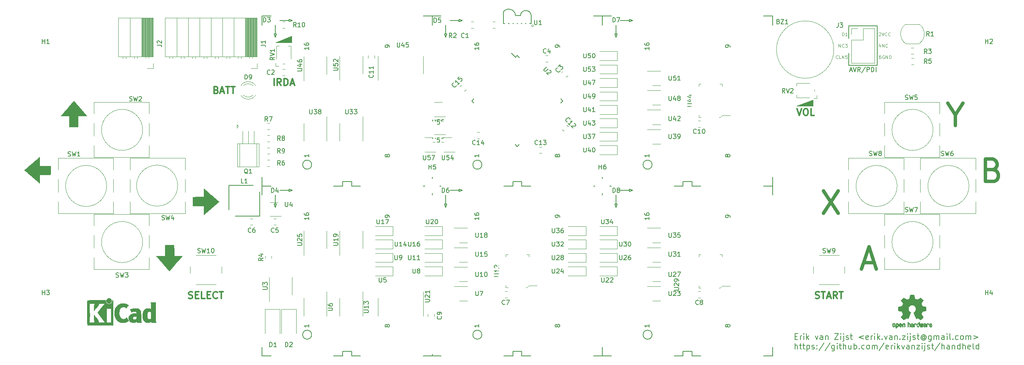
<source format=gbr>
G04 #@! TF.GenerationSoftware,KiCad,Pcbnew,(5.1.6-0-10_14)*
G04 #@! TF.CreationDate,2020-12-22T21:50:37-08:00*
G04 #@! TF.ProjectId,handheld,68616e64-6865-46c6-942e-6b696361645f,rev?*
G04 #@! TF.SameCoordinates,Original*
G04 #@! TF.FileFunction,Legend,Top*
G04 #@! TF.FilePolarity,Positive*
%FSLAX46Y46*%
G04 Gerber Fmt 4.6, Leading zero omitted, Abs format (unit mm)*
G04 Created by KiCad (PCBNEW (5.1.6-0-10_14)) date 2020-12-22 21:50:37*
%MOMM*%
%LPD*%
G01*
G04 APERTURE LIST*
%ADD10C,0.100000*%
%ADD11C,0.304800*%
%ADD12C,0.800000*%
%ADD13C,0.180000*%
%ADD14C,0.010000*%
%ADD15C,0.150000*%
%ADD16C,0.120000*%
%ADD17C,0.200000*%
%ADD18R,1.740000X0.510000*%
%ADD19C,3.300000*%
%ADD20C,1.624000*%
%ADD21R,1.150000X1.600000*%
%ADD22O,1.150000X1.600000*%
%ADD23C,2.600000*%
%ADD24C,2.330000*%
%ADD25R,2.330000X2.330000*%
%ADD26C,1.900000*%
%ADD27R,1.900000X1.900000*%
%ADD28R,1.160000X0.750000*%
%ADD29C,1.500000*%
%ADD30R,1.500000X1.500000*%
%ADD31C,2.100000*%
%ADD32C,1.950000*%
%ADD33R,1.950000X1.950000*%
%ADD34R,1.900000X2.600000*%
%ADD35O,1.800000X1.800000*%
%ADD36R,1.800000X1.800000*%
%ADD37O,3.148000X1.950000*%
%ADD38R,1.600000X1.700000*%
%ADD39R,1.300000X1.300000*%
%ADD40R,1.700000X1.600000*%
%ADD41R,1.000000X1.300000*%
%ADD42R,0.740000X1.370000*%
%ADD43R,1.660000X0.750000*%
%ADD44R,1.320000X0.750000*%
%ADD45C,1.600000*%
%ADD46R,2.250000X6.400000*%
%ADD47C,2.000000*%
%ADD48C,3.400000*%
G04 APERTURE END LIST*
D10*
G36*
X218200000Y-83800000D02*
G01*
X214600000Y-83800000D01*
X218200000Y-82400000D01*
X218200000Y-83800000D01*
G37*
X218200000Y-83800000D02*
X214600000Y-83800000D01*
X218200000Y-82400000D01*
X218200000Y-83800000D01*
G36*
X102200000Y-69600000D02*
G01*
X98600000Y-69600000D01*
X102200000Y-68200000D01*
X102200000Y-69600000D01*
G37*
X102200000Y-69600000D02*
X98600000Y-69600000D01*
X102200000Y-68200000D01*
X102200000Y-69600000D01*
D11*
X85394571Y-80191142D02*
X85612285Y-80263714D01*
X85684857Y-80336285D01*
X85757428Y-80481428D01*
X85757428Y-80699142D01*
X85684857Y-80844285D01*
X85612285Y-80916857D01*
X85467142Y-80989428D01*
X84886571Y-80989428D01*
X84886571Y-79465428D01*
X85394571Y-79465428D01*
X85539714Y-79538000D01*
X85612285Y-79610571D01*
X85684857Y-79755714D01*
X85684857Y-79900857D01*
X85612285Y-80046000D01*
X85539714Y-80118571D01*
X85394571Y-80191142D01*
X84886571Y-80191142D01*
X86338000Y-80554000D02*
X87063714Y-80554000D01*
X86192857Y-80989428D02*
X86700857Y-79465428D01*
X87208857Y-80989428D01*
X87499142Y-79465428D02*
X88370000Y-79465428D01*
X87934571Y-80989428D02*
X87934571Y-79465428D01*
X88660285Y-79465428D02*
X89531142Y-79465428D01*
X89095714Y-80989428D02*
X89095714Y-79465428D01*
D12*
X249900000Y-85680952D02*
X249900000Y-88061904D01*
X248233333Y-83061904D02*
X249900000Y-85680952D01*
X251566666Y-83061904D01*
X220483333Y-102611904D02*
X223816666Y-107611904D01*
X223816666Y-102611904D02*
X220483333Y-107611904D01*
X229459523Y-118633333D02*
X231840476Y-118633333D01*
X228983333Y-120061904D02*
X230650000Y-115061904D01*
X232316666Y-120061904D01*
X258257142Y-97942857D02*
X258971428Y-98180952D01*
X259209523Y-98419047D01*
X259447619Y-98895238D01*
X259447619Y-99609523D01*
X259209523Y-100085714D01*
X258971428Y-100323809D01*
X258495238Y-100561904D01*
X256590476Y-100561904D01*
X256590476Y-95561904D01*
X258257142Y-95561904D01*
X258733333Y-95800000D01*
X258971428Y-96038095D01*
X259209523Y-96514285D01*
X259209523Y-96990476D01*
X258971428Y-97466666D01*
X258733333Y-97704761D01*
X258257142Y-97942857D01*
X256590476Y-97942857D01*
D13*
X214226523Y-135142142D02*
X214659857Y-135142142D01*
X214845571Y-135823095D02*
X214226523Y-135823095D01*
X214226523Y-134523095D01*
X214845571Y-134523095D01*
X215402714Y-135823095D02*
X215402714Y-134956428D01*
X215402714Y-135204047D02*
X215464619Y-135080238D01*
X215526523Y-135018333D01*
X215650333Y-134956428D01*
X215774142Y-134956428D01*
X216207476Y-135823095D02*
X216207476Y-134956428D01*
X216207476Y-134523095D02*
X216145571Y-134585000D01*
X216207476Y-134646904D01*
X216269380Y-134585000D01*
X216207476Y-134523095D01*
X216207476Y-134646904D01*
X216826523Y-135823095D02*
X216826523Y-134523095D01*
X216950333Y-135327857D02*
X217321761Y-135823095D01*
X217321761Y-134956428D02*
X216826523Y-135451666D01*
X218745571Y-134956428D02*
X219055095Y-135823095D01*
X219364619Y-134956428D01*
X220417000Y-135823095D02*
X220417000Y-135142142D01*
X220355095Y-135018333D01*
X220231285Y-134956428D01*
X219983666Y-134956428D01*
X219859857Y-135018333D01*
X220417000Y-135761190D02*
X220293190Y-135823095D01*
X219983666Y-135823095D01*
X219859857Y-135761190D01*
X219797952Y-135637380D01*
X219797952Y-135513571D01*
X219859857Y-135389761D01*
X219983666Y-135327857D01*
X220293190Y-135327857D01*
X220417000Y-135265952D01*
X221036047Y-134956428D02*
X221036047Y-135823095D01*
X221036047Y-135080238D02*
X221097952Y-135018333D01*
X221221761Y-134956428D01*
X221407476Y-134956428D01*
X221531285Y-135018333D01*
X221593190Y-135142142D01*
X221593190Y-135823095D01*
X223078904Y-134523095D02*
X223945571Y-134523095D01*
X223078904Y-135823095D01*
X223945571Y-135823095D01*
X224440809Y-135823095D02*
X224440809Y-134956428D01*
X224440809Y-134523095D02*
X224378904Y-134585000D01*
X224440809Y-134646904D01*
X224502714Y-134585000D01*
X224440809Y-134523095D01*
X224440809Y-134646904D01*
X225059857Y-134956428D02*
X225059857Y-136070714D01*
X224997952Y-136194523D01*
X224874142Y-136256428D01*
X224812238Y-136256428D01*
X225059857Y-134523095D02*
X224997952Y-134585000D01*
X225059857Y-134646904D01*
X225121761Y-134585000D01*
X225059857Y-134523095D01*
X225059857Y-134646904D01*
X225617000Y-135761190D02*
X225740809Y-135823095D01*
X225988428Y-135823095D01*
X226112238Y-135761190D01*
X226174142Y-135637380D01*
X226174142Y-135575476D01*
X226112238Y-135451666D01*
X225988428Y-135389761D01*
X225802714Y-135389761D01*
X225678904Y-135327857D01*
X225617000Y-135204047D01*
X225617000Y-135142142D01*
X225678904Y-135018333D01*
X225802714Y-134956428D01*
X225988428Y-134956428D01*
X226112238Y-135018333D01*
X226545571Y-134956428D02*
X227040809Y-134956428D01*
X226731285Y-134523095D02*
X226731285Y-135637380D01*
X226793190Y-135761190D01*
X226917000Y-135823095D01*
X227040809Y-135823095D01*
X229455095Y-134956428D02*
X228464619Y-135327857D01*
X229455095Y-135699285D01*
X230569380Y-135761190D02*
X230445571Y-135823095D01*
X230197952Y-135823095D01*
X230074142Y-135761190D01*
X230012238Y-135637380D01*
X230012238Y-135142142D01*
X230074142Y-135018333D01*
X230197952Y-134956428D01*
X230445571Y-134956428D01*
X230569380Y-135018333D01*
X230631285Y-135142142D01*
X230631285Y-135265952D01*
X230012238Y-135389761D01*
X231188428Y-135823095D02*
X231188428Y-134956428D01*
X231188428Y-135204047D02*
X231250333Y-135080238D01*
X231312238Y-135018333D01*
X231436047Y-134956428D01*
X231559857Y-134956428D01*
X231993190Y-135823095D02*
X231993190Y-134956428D01*
X231993190Y-134523095D02*
X231931285Y-134585000D01*
X231993190Y-134646904D01*
X232055095Y-134585000D01*
X231993190Y-134523095D01*
X231993190Y-134646904D01*
X232612238Y-135823095D02*
X232612238Y-134523095D01*
X232736047Y-135327857D02*
X233107476Y-135823095D01*
X233107476Y-134956428D02*
X232612238Y-135451666D01*
X233664619Y-135699285D02*
X233726523Y-135761190D01*
X233664619Y-135823095D01*
X233602714Y-135761190D01*
X233664619Y-135699285D01*
X233664619Y-135823095D01*
X234159857Y-134956428D02*
X234469380Y-135823095D01*
X234778904Y-134956428D01*
X235831285Y-135823095D02*
X235831285Y-135142142D01*
X235769380Y-135018333D01*
X235645571Y-134956428D01*
X235397952Y-134956428D01*
X235274142Y-135018333D01*
X235831285Y-135761190D02*
X235707476Y-135823095D01*
X235397952Y-135823095D01*
X235274142Y-135761190D01*
X235212238Y-135637380D01*
X235212238Y-135513571D01*
X235274142Y-135389761D01*
X235397952Y-135327857D01*
X235707476Y-135327857D01*
X235831285Y-135265952D01*
X236450333Y-134956428D02*
X236450333Y-135823095D01*
X236450333Y-135080238D02*
X236512238Y-135018333D01*
X236636047Y-134956428D01*
X236821761Y-134956428D01*
X236945571Y-135018333D01*
X237007476Y-135142142D01*
X237007476Y-135823095D01*
X237626523Y-135699285D02*
X237688428Y-135761190D01*
X237626523Y-135823095D01*
X237564619Y-135761190D01*
X237626523Y-135699285D01*
X237626523Y-135823095D01*
X238121761Y-134956428D02*
X238802714Y-134956428D01*
X238121761Y-135823095D01*
X238802714Y-135823095D01*
X239297952Y-135823095D02*
X239297952Y-134956428D01*
X239297952Y-134523095D02*
X239236047Y-134585000D01*
X239297952Y-134646904D01*
X239359857Y-134585000D01*
X239297952Y-134523095D01*
X239297952Y-134646904D01*
X239917000Y-134956428D02*
X239917000Y-136070714D01*
X239855095Y-136194523D01*
X239731285Y-136256428D01*
X239669380Y-136256428D01*
X239917000Y-134523095D02*
X239855095Y-134585000D01*
X239917000Y-134646904D01*
X239978904Y-134585000D01*
X239917000Y-134523095D01*
X239917000Y-134646904D01*
X240474142Y-135761190D02*
X240597952Y-135823095D01*
X240845571Y-135823095D01*
X240969380Y-135761190D01*
X241031285Y-135637380D01*
X241031285Y-135575476D01*
X240969380Y-135451666D01*
X240845571Y-135389761D01*
X240659857Y-135389761D01*
X240536047Y-135327857D01*
X240474142Y-135204047D01*
X240474142Y-135142142D01*
X240536047Y-135018333D01*
X240659857Y-134956428D01*
X240845571Y-134956428D01*
X240969380Y-135018333D01*
X241402714Y-134956428D02*
X241897952Y-134956428D01*
X241588428Y-134523095D02*
X241588428Y-135637380D01*
X241650333Y-135761190D01*
X241774142Y-135823095D01*
X241897952Y-135823095D01*
X243136047Y-135204047D02*
X243074142Y-135142142D01*
X242950333Y-135080238D01*
X242826523Y-135080238D01*
X242702714Y-135142142D01*
X242640809Y-135204047D01*
X242578904Y-135327857D01*
X242578904Y-135451666D01*
X242640809Y-135575476D01*
X242702714Y-135637380D01*
X242826523Y-135699285D01*
X242950333Y-135699285D01*
X243074142Y-135637380D01*
X243136047Y-135575476D01*
X243136047Y-135080238D02*
X243136047Y-135575476D01*
X243197952Y-135637380D01*
X243259857Y-135637380D01*
X243383666Y-135575476D01*
X243445571Y-135451666D01*
X243445571Y-135142142D01*
X243321761Y-134956428D01*
X243136047Y-134832619D01*
X242888428Y-134770714D01*
X242640809Y-134832619D01*
X242455095Y-134956428D01*
X242331285Y-135142142D01*
X242269380Y-135389761D01*
X242331285Y-135637380D01*
X242455095Y-135823095D01*
X242640809Y-135946904D01*
X242888428Y-136008809D01*
X243136047Y-135946904D01*
X243321761Y-135823095D01*
X244559857Y-134956428D02*
X244559857Y-136008809D01*
X244497952Y-136132619D01*
X244436047Y-136194523D01*
X244312238Y-136256428D01*
X244126523Y-136256428D01*
X244002714Y-136194523D01*
X244559857Y-135761190D02*
X244436047Y-135823095D01*
X244188428Y-135823095D01*
X244064619Y-135761190D01*
X244002714Y-135699285D01*
X243940809Y-135575476D01*
X243940809Y-135204047D01*
X244002714Y-135080238D01*
X244064619Y-135018333D01*
X244188428Y-134956428D01*
X244436047Y-134956428D01*
X244559857Y-135018333D01*
X245178904Y-135823095D02*
X245178904Y-134956428D01*
X245178904Y-135080238D02*
X245240809Y-135018333D01*
X245364619Y-134956428D01*
X245550333Y-134956428D01*
X245674142Y-135018333D01*
X245736047Y-135142142D01*
X245736047Y-135823095D01*
X245736047Y-135142142D02*
X245797952Y-135018333D01*
X245921761Y-134956428D01*
X246107476Y-134956428D01*
X246231285Y-135018333D01*
X246293190Y-135142142D01*
X246293190Y-135823095D01*
X247469380Y-135823095D02*
X247469380Y-135142142D01*
X247407476Y-135018333D01*
X247283666Y-134956428D01*
X247036047Y-134956428D01*
X246912238Y-135018333D01*
X247469380Y-135761190D02*
X247345571Y-135823095D01*
X247036047Y-135823095D01*
X246912238Y-135761190D01*
X246850333Y-135637380D01*
X246850333Y-135513571D01*
X246912238Y-135389761D01*
X247036047Y-135327857D01*
X247345571Y-135327857D01*
X247469380Y-135265952D01*
X248088428Y-135823095D02*
X248088428Y-134956428D01*
X248088428Y-134523095D02*
X248026523Y-134585000D01*
X248088428Y-134646904D01*
X248150333Y-134585000D01*
X248088428Y-134523095D01*
X248088428Y-134646904D01*
X248893190Y-135823095D02*
X248769380Y-135761190D01*
X248707476Y-135637380D01*
X248707476Y-134523095D01*
X249388428Y-135699285D02*
X249450333Y-135761190D01*
X249388428Y-135823095D01*
X249326523Y-135761190D01*
X249388428Y-135699285D01*
X249388428Y-135823095D01*
X250564619Y-135761190D02*
X250440809Y-135823095D01*
X250193190Y-135823095D01*
X250069380Y-135761190D01*
X250007476Y-135699285D01*
X249945571Y-135575476D01*
X249945571Y-135204047D01*
X250007476Y-135080238D01*
X250069380Y-135018333D01*
X250193190Y-134956428D01*
X250440809Y-134956428D01*
X250564619Y-135018333D01*
X251307476Y-135823095D02*
X251183666Y-135761190D01*
X251121761Y-135699285D01*
X251059857Y-135575476D01*
X251059857Y-135204047D01*
X251121761Y-135080238D01*
X251183666Y-135018333D01*
X251307476Y-134956428D01*
X251493190Y-134956428D01*
X251617000Y-135018333D01*
X251678904Y-135080238D01*
X251740809Y-135204047D01*
X251740809Y-135575476D01*
X251678904Y-135699285D01*
X251617000Y-135761190D01*
X251493190Y-135823095D01*
X251307476Y-135823095D01*
X252297952Y-135823095D02*
X252297952Y-134956428D01*
X252297952Y-135080238D02*
X252359857Y-135018333D01*
X252483666Y-134956428D01*
X252669380Y-134956428D01*
X252793190Y-135018333D01*
X252855095Y-135142142D01*
X252855095Y-135823095D01*
X252855095Y-135142142D02*
X252917000Y-135018333D01*
X253040809Y-134956428D01*
X253226523Y-134956428D01*
X253350333Y-135018333D01*
X253412238Y-135142142D01*
X253412238Y-135823095D01*
X254031285Y-134956428D02*
X255021761Y-135327857D01*
X254031285Y-135699285D01*
X214226523Y-137953095D02*
X214226523Y-136653095D01*
X214783666Y-137953095D02*
X214783666Y-137272142D01*
X214721761Y-137148333D01*
X214597952Y-137086428D01*
X214412238Y-137086428D01*
X214288428Y-137148333D01*
X214226523Y-137210238D01*
X215217000Y-137086428D02*
X215712238Y-137086428D01*
X215402714Y-136653095D02*
X215402714Y-137767380D01*
X215464619Y-137891190D01*
X215588428Y-137953095D01*
X215712238Y-137953095D01*
X215959857Y-137086428D02*
X216455095Y-137086428D01*
X216145571Y-136653095D02*
X216145571Y-137767380D01*
X216207476Y-137891190D01*
X216331285Y-137953095D01*
X216455095Y-137953095D01*
X216888428Y-137086428D02*
X216888428Y-138386428D01*
X216888428Y-137148333D02*
X217012238Y-137086428D01*
X217259857Y-137086428D01*
X217383666Y-137148333D01*
X217445571Y-137210238D01*
X217507476Y-137334047D01*
X217507476Y-137705476D01*
X217445571Y-137829285D01*
X217383666Y-137891190D01*
X217259857Y-137953095D01*
X217012238Y-137953095D01*
X216888428Y-137891190D01*
X218002714Y-137891190D02*
X218126523Y-137953095D01*
X218374142Y-137953095D01*
X218497952Y-137891190D01*
X218559857Y-137767380D01*
X218559857Y-137705476D01*
X218497952Y-137581666D01*
X218374142Y-137519761D01*
X218188428Y-137519761D01*
X218064619Y-137457857D01*
X218002714Y-137334047D01*
X218002714Y-137272142D01*
X218064619Y-137148333D01*
X218188428Y-137086428D01*
X218374142Y-137086428D01*
X218497952Y-137148333D01*
X219117000Y-137829285D02*
X219178904Y-137891190D01*
X219117000Y-137953095D01*
X219055095Y-137891190D01*
X219117000Y-137829285D01*
X219117000Y-137953095D01*
X219117000Y-137148333D02*
X219178904Y-137210238D01*
X219117000Y-137272142D01*
X219055095Y-137210238D01*
X219117000Y-137148333D01*
X219117000Y-137272142D01*
X220664619Y-136591190D02*
X219550333Y-138262619D01*
X222026523Y-136591190D02*
X220912238Y-138262619D01*
X223017000Y-137086428D02*
X223017000Y-138138809D01*
X222955095Y-138262619D01*
X222893190Y-138324523D01*
X222769380Y-138386428D01*
X222583666Y-138386428D01*
X222459857Y-138324523D01*
X223017000Y-137891190D02*
X222893190Y-137953095D01*
X222645571Y-137953095D01*
X222521761Y-137891190D01*
X222459857Y-137829285D01*
X222397952Y-137705476D01*
X222397952Y-137334047D01*
X222459857Y-137210238D01*
X222521761Y-137148333D01*
X222645571Y-137086428D01*
X222893190Y-137086428D01*
X223017000Y-137148333D01*
X223636047Y-137953095D02*
X223636047Y-137086428D01*
X223636047Y-136653095D02*
X223574142Y-136715000D01*
X223636047Y-136776904D01*
X223697952Y-136715000D01*
X223636047Y-136653095D01*
X223636047Y-136776904D01*
X224069380Y-137086428D02*
X224564619Y-137086428D01*
X224255095Y-136653095D02*
X224255095Y-137767380D01*
X224317000Y-137891190D01*
X224440809Y-137953095D01*
X224564619Y-137953095D01*
X224997952Y-137953095D02*
X224997952Y-136653095D01*
X225555095Y-137953095D02*
X225555095Y-137272142D01*
X225493190Y-137148333D01*
X225369380Y-137086428D01*
X225183666Y-137086428D01*
X225059857Y-137148333D01*
X224997952Y-137210238D01*
X226731285Y-137086428D02*
X226731285Y-137953095D01*
X226174142Y-137086428D02*
X226174142Y-137767380D01*
X226236047Y-137891190D01*
X226359857Y-137953095D01*
X226545571Y-137953095D01*
X226669380Y-137891190D01*
X226731285Y-137829285D01*
X227350333Y-137953095D02*
X227350333Y-136653095D01*
X227350333Y-137148333D02*
X227474142Y-137086428D01*
X227721761Y-137086428D01*
X227845571Y-137148333D01*
X227907476Y-137210238D01*
X227969380Y-137334047D01*
X227969380Y-137705476D01*
X227907476Y-137829285D01*
X227845571Y-137891190D01*
X227721761Y-137953095D01*
X227474142Y-137953095D01*
X227350333Y-137891190D01*
X228526523Y-137829285D02*
X228588428Y-137891190D01*
X228526523Y-137953095D01*
X228464619Y-137891190D01*
X228526523Y-137829285D01*
X228526523Y-137953095D01*
X229702714Y-137891190D02*
X229578904Y-137953095D01*
X229331285Y-137953095D01*
X229207476Y-137891190D01*
X229145571Y-137829285D01*
X229083666Y-137705476D01*
X229083666Y-137334047D01*
X229145571Y-137210238D01*
X229207476Y-137148333D01*
X229331285Y-137086428D01*
X229578904Y-137086428D01*
X229702714Y-137148333D01*
X230445571Y-137953095D02*
X230321761Y-137891190D01*
X230259857Y-137829285D01*
X230197952Y-137705476D01*
X230197952Y-137334047D01*
X230259857Y-137210238D01*
X230321761Y-137148333D01*
X230445571Y-137086428D01*
X230631285Y-137086428D01*
X230755095Y-137148333D01*
X230817000Y-137210238D01*
X230878904Y-137334047D01*
X230878904Y-137705476D01*
X230817000Y-137829285D01*
X230755095Y-137891190D01*
X230631285Y-137953095D01*
X230445571Y-137953095D01*
X231436047Y-137953095D02*
X231436047Y-137086428D01*
X231436047Y-137210238D02*
X231497952Y-137148333D01*
X231621761Y-137086428D01*
X231807476Y-137086428D01*
X231931285Y-137148333D01*
X231993190Y-137272142D01*
X231993190Y-137953095D01*
X231993190Y-137272142D02*
X232055095Y-137148333D01*
X232178904Y-137086428D01*
X232364619Y-137086428D01*
X232488428Y-137148333D01*
X232550333Y-137272142D01*
X232550333Y-137953095D01*
X234097952Y-136591190D02*
X232983666Y-138262619D01*
X235026523Y-137891190D02*
X234902714Y-137953095D01*
X234655095Y-137953095D01*
X234531285Y-137891190D01*
X234469380Y-137767380D01*
X234469380Y-137272142D01*
X234531285Y-137148333D01*
X234655095Y-137086428D01*
X234902714Y-137086428D01*
X235026523Y-137148333D01*
X235088428Y-137272142D01*
X235088428Y-137395952D01*
X234469380Y-137519761D01*
X235645571Y-137953095D02*
X235645571Y-137086428D01*
X235645571Y-137334047D02*
X235707476Y-137210238D01*
X235769380Y-137148333D01*
X235893190Y-137086428D01*
X236017000Y-137086428D01*
X236450333Y-137953095D02*
X236450333Y-137086428D01*
X236450333Y-136653095D02*
X236388428Y-136715000D01*
X236450333Y-136776904D01*
X236512238Y-136715000D01*
X236450333Y-136653095D01*
X236450333Y-136776904D01*
X237069380Y-137953095D02*
X237069380Y-136653095D01*
X237193190Y-137457857D02*
X237564619Y-137953095D01*
X237564619Y-137086428D02*
X237069380Y-137581666D01*
X237997952Y-137086428D02*
X238307476Y-137953095D01*
X238617000Y-137086428D01*
X239669380Y-137953095D02*
X239669380Y-137272142D01*
X239607476Y-137148333D01*
X239483666Y-137086428D01*
X239236047Y-137086428D01*
X239112238Y-137148333D01*
X239669380Y-137891190D02*
X239545571Y-137953095D01*
X239236047Y-137953095D01*
X239112238Y-137891190D01*
X239050333Y-137767380D01*
X239050333Y-137643571D01*
X239112238Y-137519761D01*
X239236047Y-137457857D01*
X239545571Y-137457857D01*
X239669380Y-137395952D01*
X240288428Y-137086428D02*
X240288428Y-137953095D01*
X240288428Y-137210238D02*
X240350333Y-137148333D01*
X240474142Y-137086428D01*
X240659857Y-137086428D01*
X240783666Y-137148333D01*
X240845571Y-137272142D01*
X240845571Y-137953095D01*
X241340809Y-137086428D02*
X242021761Y-137086428D01*
X241340809Y-137953095D01*
X242021761Y-137953095D01*
X242517000Y-137953095D02*
X242517000Y-137086428D01*
X242517000Y-136653095D02*
X242455095Y-136715000D01*
X242517000Y-136776904D01*
X242578904Y-136715000D01*
X242517000Y-136653095D01*
X242517000Y-136776904D01*
X243136047Y-137086428D02*
X243136047Y-138200714D01*
X243074142Y-138324523D01*
X242950333Y-138386428D01*
X242888428Y-138386428D01*
X243136047Y-136653095D02*
X243074142Y-136715000D01*
X243136047Y-136776904D01*
X243197952Y-136715000D01*
X243136047Y-136653095D01*
X243136047Y-136776904D01*
X243693190Y-137891190D02*
X243817000Y-137953095D01*
X244064619Y-137953095D01*
X244188428Y-137891190D01*
X244250333Y-137767380D01*
X244250333Y-137705476D01*
X244188428Y-137581666D01*
X244064619Y-137519761D01*
X243878904Y-137519761D01*
X243755095Y-137457857D01*
X243693190Y-137334047D01*
X243693190Y-137272142D01*
X243755095Y-137148333D01*
X243878904Y-137086428D01*
X244064619Y-137086428D01*
X244188428Y-137148333D01*
X244621761Y-137086428D02*
X245117000Y-137086428D01*
X244807476Y-136653095D02*
X244807476Y-137767380D01*
X244869380Y-137891190D01*
X244993190Y-137953095D01*
X245117000Y-137953095D01*
X246478904Y-136591190D02*
X245364619Y-138262619D01*
X246912238Y-137953095D02*
X246912238Y-136653095D01*
X247469380Y-137953095D02*
X247469380Y-137272142D01*
X247407476Y-137148333D01*
X247283666Y-137086428D01*
X247097952Y-137086428D01*
X246974142Y-137148333D01*
X246912238Y-137210238D01*
X248645571Y-137953095D02*
X248645571Y-137272142D01*
X248583666Y-137148333D01*
X248459857Y-137086428D01*
X248212238Y-137086428D01*
X248088428Y-137148333D01*
X248645571Y-137891190D02*
X248521761Y-137953095D01*
X248212238Y-137953095D01*
X248088428Y-137891190D01*
X248026523Y-137767380D01*
X248026523Y-137643571D01*
X248088428Y-137519761D01*
X248212238Y-137457857D01*
X248521761Y-137457857D01*
X248645571Y-137395952D01*
X249264619Y-137086428D02*
X249264619Y-137953095D01*
X249264619Y-137210238D02*
X249326523Y-137148333D01*
X249450333Y-137086428D01*
X249636047Y-137086428D01*
X249759857Y-137148333D01*
X249821761Y-137272142D01*
X249821761Y-137953095D01*
X250997952Y-137953095D02*
X250997952Y-136653095D01*
X250997952Y-137891190D02*
X250874142Y-137953095D01*
X250626523Y-137953095D01*
X250502714Y-137891190D01*
X250440809Y-137829285D01*
X250378904Y-137705476D01*
X250378904Y-137334047D01*
X250440809Y-137210238D01*
X250502714Y-137148333D01*
X250626523Y-137086428D01*
X250874142Y-137086428D01*
X250997952Y-137148333D01*
X251617000Y-137953095D02*
X251617000Y-136653095D01*
X252174142Y-137953095D02*
X252174142Y-137272142D01*
X252112238Y-137148333D01*
X251988428Y-137086428D01*
X251802714Y-137086428D01*
X251678904Y-137148333D01*
X251617000Y-137210238D01*
X253288428Y-137891190D02*
X253164619Y-137953095D01*
X252917000Y-137953095D01*
X252793190Y-137891190D01*
X252731285Y-137767380D01*
X252731285Y-137272142D01*
X252793190Y-137148333D01*
X252917000Y-137086428D01*
X253164619Y-137086428D01*
X253288428Y-137148333D01*
X253350333Y-137272142D01*
X253350333Y-137395952D01*
X252731285Y-137519761D01*
X254093190Y-137953095D02*
X253969380Y-137891190D01*
X253907476Y-137767380D01*
X253907476Y-136653095D01*
X255145571Y-137953095D02*
X255145571Y-136653095D01*
X255145571Y-137891190D02*
X255021761Y-137953095D01*
X254774142Y-137953095D01*
X254650333Y-137891190D01*
X254588428Y-137829285D01*
X254526523Y-137705476D01*
X254526523Y-137334047D01*
X254588428Y-137210238D01*
X254650333Y-137148333D01*
X254774142Y-137086428D01*
X255021761Y-137086428D01*
X255145571Y-137148333D01*
D11*
X79226285Y-126616857D02*
X79444000Y-126689428D01*
X79806857Y-126689428D01*
X79952000Y-126616857D01*
X80024571Y-126544285D01*
X80097142Y-126399142D01*
X80097142Y-126254000D01*
X80024571Y-126108857D01*
X79952000Y-126036285D01*
X79806857Y-125963714D01*
X79516571Y-125891142D01*
X79371428Y-125818571D01*
X79298857Y-125746000D01*
X79226285Y-125600857D01*
X79226285Y-125455714D01*
X79298857Y-125310571D01*
X79371428Y-125238000D01*
X79516571Y-125165428D01*
X79879428Y-125165428D01*
X80097142Y-125238000D01*
X80750285Y-125891142D02*
X81258285Y-125891142D01*
X81476000Y-126689428D02*
X80750285Y-126689428D01*
X80750285Y-125165428D01*
X81476000Y-125165428D01*
X82854857Y-126689428D02*
X82129142Y-126689428D01*
X82129142Y-125165428D01*
X83362857Y-125891142D02*
X83870857Y-125891142D01*
X84088571Y-126689428D02*
X83362857Y-126689428D01*
X83362857Y-125165428D01*
X84088571Y-125165428D01*
X85612571Y-126544285D02*
X85540000Y-126616857D01*
X85322285Y-126689428D01*
X85177142Y-126689428D01*
X84959428Y-126616857D01*
X84814285Y-126471714D01*
X84741714Y-126326571D01*
X84669142Y-126036285D01*
X84669142Y-125818571D01*
X84741714Y-125528285D01*
X84814285Y-125383142D01*
X84959428Y-125238000D01*
X85177142Y-125165428D01*
X85322285Y-125165428D01*
X85540000Y-125238000D01*
X85612571Y-125310571D01*
X86048000Y-125165428D02*
X86918857Y-125165428D01*
X86483428Y-126689428D02*
X86483428Y-125165428D01*
X218788285Y-126616857D02*
X219006000Y-126689428D01*
X219368857Y-126689428D01*
X219514000Y-126616857D01*
X219586571Y-126544285D01*
X219659142Y-126399142D01*
X219659142Y-126254000D01*
X219586571Y-126108857D01*
X219514000Y-126036285D01*
X219368857Y-125963714D01*
X219078571Y-125891142D01*
X218933428Y-125818571D01*
X218860857Y-125746000D01*
X218788285Y-125600857D01*
X218788285Y-125455714D01*
X218860857Y-125310571D01*
X218933428Y-125238000D01*
X219078571Y-125165428D01*
X219441428Y-125165428D01*
X219659142Y-125238000D01*
X220094571Y-125165428D02*
X220965428Y-125165428D01*
X220530000Y-126689428D02*
X220530000Y-125165428D01*
X221400857Y-126254000D02*
X222126571Y-126254000D01*
X221255714Y-126689428D02*
X221763714Y-125165428D01*
X222271714Y-126689428D01*
X223650571Y-126689428D02*
X223142571Y-125963714D01*
X222779714Y-126689428D02*
X222779714Y-125165428D01*
X223360285Y-125165428D01*
X223505428Y-125238000D01*
X223578000Y-125310571D01*
X223650571Y-125455714D01*
X223650571Y-125673428D01*
X223578000Y-125818571D01*
X223505428Y-125891142D01*
X223360285Y-125963714D01*
X222779714Y-125963714D01*
X224086000Y-125165428D02*
X224956857Y-125165428D01*
X224521428Y-126689428D02*
X224521428Y-125165428D01*
X98222857Y-79189428D02*
X98222857Y-77665428D01*
X99819428Y-79189428D02*
X99311428Y-78463714D01*
X98948571Y-79189428D02*
X98948571Y-77665428D01*
X99529142Y-77665428D01*
X99674285Y-77738000D01*
X99746857Y-77810571D01*
X99819428Y-77955714D01*
X99819428Y-78173428D01*
X99746857Y-78318571D01*
X99674285Y-78391142D01*
X99529142Y-78463714D01*
X98948571Y-78463714D01*
X100472571Y-79189428D02*
X100472571Y-77665428D01*
X100835428Y-77665428D01*
X101053142Y-77738000D01*
X101198285Y-77883142D01*
X101270857Y-78028285D01*
X101343428Y-78318571D01*
X101343428Y-78536285D01*
X101270857Y-78826571D01*
X101198285Y-78971714D01*
X101053142Y-79116857D01*
X100835428Y-79189428D01*
X100472571Y-79189428D01*
X101924000Y-78754000D02*
X102649714Y-78754000D01*
X101778857Y-79189428D02*
X102286857Y-77665428D01*
X102794857Y-79189428D01*
X214676857Y-84365428D02*
X215184857Y-85889428D01*
X215692857Y-84365428D01*
X216491142Y-84365428D02*
X216781428Y-84365428D01*
X216926571Y-84438000D01*
X217071714Y-84583142D01*
X217144285Y-84873428D01*
X217144285Y-85381428D01*
X217071714Y-85671714D01*
X216926571Y-85816857D01*
X216781428Y-85889428D01*
X216491142Y-85889428D01*
X216346000Y-85816857D01*
X216200857Y-85671714D01*
X216128285Y-85381428D01*
X216128285Y-84873428D01*
X216200857Y-84583142D01*
X216346000Y-84438000D01*
X216491142Y-84365428D01*
X218523142Y-85889428D02*
X217797428Y-85889428D01*
X217797428Y-84365428D01*
D10*
X155000000Y-116850000D02*
X155000000Y-117350000D01*
X155000000Y-116850000D02*
X154500000Y-116850000D01*
X149800000Y-116850000D02*
X149800000Y-117350000D01*
X149800000Y-116850000D02*
X150300000Y-116850000D01*
X149800000Y-124250000D02*
X149800000Y-123750000D01*
X149800000Y-124250000D02*
X150300000Y-124250000D01*
X154300000Y-124250000D02*
X154600000Y-124250000D01*
X155000000Y-123850000D02*
X156800000Y-123850000D01*
X154600000Y-124250000D02*
X155000000Y-123850000D01*
X198000000Y-78900000D02*
X198000000Y-79400000D01*
X198000000Y-78900000D02*
X197500000Y-78900000D01*
X192800000Y-78900000D02*
X192800000Y-79400000D01*
X192800000Y-78900000D02*
X193300000Y-78900000D01*
X192800000Y-86300000D02*
X192800000Y-85800000D01*
X192800000Y-86300000D02*
X193300000Y-86300000D01*
X197300000Y-86300000D02*
X197600000Y-86300000D01*
X198000000Y-85900000D02*
X199800000Y-85900000D01*
X197600000Y-86300000D02*
X198000000Y-85900000D01*
X198000000Y-116900000D02*
X198000000Y-117400000D01*
X198000000Y-116900000D02*
X197500000Y-116900000D01*
X192800000Y-116900000D02*
X192800000Y-117400000D01*
X192800000Y-116900000D02*
X193300000Y-116900000D01*
X192800000Y-124300000D02*
X192800000Y-123800000D01*
X192800000Y-124300000D02*
X193300000Y-124300000D01*
X197300000Y-124300000D02*
X197600000Y-124300000D01*
X198000000Y-123900000D02*
X199800000Y-123900000D01*
X197600000Y-124300000D02*
X198000000Y-123900000D01*
D14*
G36*
X47228230Y-99104078D02*
G01*
X46003604Y-99105914D01*
X46003407Y-100021704D01*
X46003350Y-100135807D01*
X46003232Y-100245877D01*
X46003057Y-100351043D01*
X46002828Y-100450437D01*
X46002551Y-100543188D01*
X46002230Y-100628425D01*
X46001867Y-100705279D01*
X46001468Y-100772879D01*
X46001037Y-100830355D01*
X46000578Y-100876837D01*
X46000094Y-100911455D01*
X45999591Y-100933339D01*
X45999071Y-100941618D01*
X45999047Y-100941657D01*
X45992853Y-100937968D01*
X45976901Y-100925702D01*
X45952362Y-100905832D01*
X45920404Y-100879333D01*
X45882200Y-100847178D01*
X45838919Y-100810343D01*
X45791732Y-100769800D01*
X45770628Y-100751552D01*
X45736592Y-100722076D01*
X45692507Y-100683913D01*
X45639305Y-100637868D01*
X45577917Y-100584746D01*
X45509273Y-100525353D01*
X45434305Y-100460494D01*
X45353943Y-100390974D01*
X45269119Y-100317600D01*
X45180763Y-100241175D01*
X45089807Y-100162506D01*
X44997182Y-100082399D01*
X44903818Y-100001658D01*
X44820657Y-99929745D01*
X44621703Y-99757704D01*
X44433604Y-99595048D01*
X44256236Y-99441669D01*
X44089475Y-99297460D01*
X43933196Y-99162312D01*
X43787275Y-99036119D01*
X43651587Y-98918772D01*
X43526008Y-98810165D01*
X43410414Y-98710189D01*
X43304679Y-98618736D01*
X43208680Y-98535700D01*
X43122293Y-98460972D01*
X43045392Y-98394446D01*
X42977853Y-98336012D01*
X42919552Y-98285564D01*
X42870364Y-98242994D01*
X42830165Y-98208194D01*
X42798831Y-98181058D01*
X42783214Y-98167525D01*
X42746850Y-98135750D01*
X42714463Y-98106963D01*
X42687580Y-98082561D01*
X42667729Y-98063942D01*
X42656435Y-98052504D01*
X42654400Y-98049638D01*
X42659821Y-98044447D01*
X42675803Y-98030133D01*
X42701924Y-98007062D01*
X42737764Y-97975600D01*
X42782900Y-97936113D01*
X42836911Y-97888968D01*
X42899375Y-97834530D01*
X42969871Y-97773166D01*
X43047977Y-97705242D01*
X43133272Y-97631125D01*
X43225334Y-97551179D01*
X43323741Y-97465771D01*
X43428073Y-97375269D01*
X43537907Y-97280036D01*
X43652822Y-97180441D01*
X43772396Y-97076848D01*
X43896209Y-96969625D01*
X44023837Y-96859137D01*
X44154861Y-96745750D01*
X44288857Y-96629831D01*
X44324615Y-96598904D01*
X44459336Y-96482402D01*
X44591224Y-96368375D01*
X44719858Y-96257188D01*
X44844813Y-96149205D01*
X44965667Y-96044791D01*
X45081998Y-95944310D01*
X45193383Y-95848127D01*
X45299399Y-95756607D01*
X45399624Y-95670113D01*
X45493634Y-95589011D01*
X45581008Y-95513666D01*
X45661323Y-95444441D01*
X45734155Y-95381701D01*
X45799082Y-95325811D01*
X45855682Y-95277135D01*
X45903532Y-95236038D01*
X45942209Y-95202885D01*
X45971290Y-95178039D01*
X45990353Y-95161866D01*
X45998976Y-95154730D01*
X45999457Y-95154400D01*
X46000012Y-95161517D01*
X46000544Y-95182314D01*
X46001050Y-95215954D01*
X46001525Y-95261602D01*
X46001967Y-95318423D01*
X46002371Y-95385581D01*
X46002734Y-95462240D01*
X46003051Y-95547565D01*
X46003320Y-95640722D01*
X46003537Y-95740873D01*
X46003697Y-95847185D01*
X46003798Y-95958821D01*
X46003834Y-96074945D01*
X46003827Y-96135928D01*
X46003571Y-97117457D01*
X48452857Y-97121127D01*
X48452857Y-99102243D01*
X47228230Y-99104078D01*
G37*
X47228230Y-99104078D02*
X46003604Y-99105914D01*
X46003407Y-100021704D01*
X46003350Y-100135807D01*
X46003232Y-100245877D01*
X46003057Y-100351043D01*
X46002828Y-100450437D01*
X46002551Y-100543188D01*
X46002230Y-100628425D01*
X46001867Y-100705279D01*
X46001468Y-100772879D01*
X46001037Y-100830355D01*
X46000578Y-100876837D01*
X46000094Y-100911455D01*
X45999591Y-100933339D01*
X45999071Y-100941618D01*
X45999047Y-100941657D01*
X45992853Y-100937968D01*
X45976901Y-100925702D01*
X45952362Y-100905832D01*
X45920404Y-100879333D01*
X45882200Y-100847178D01*
X45838919Y-100810343D01*
X45791732Y-100769800D01*
X45770628Y-100751552D01*
X45736592Y-100722076D01*
X45692507Y-100683913D01*
X45639305Y-100637868D01*
X45577917Y-100584746D01*
X45509273Y-100525353D01*
X45434305Y-100460494D01*
X45353943Y-100390974D01*
X45269119Y-100317600D01*
X45180763Y-100241175D01*
X45089807Y-100162506D01*
X44997182Y-100082399D01*
X44903818Y-100001658D01*
X44820657Y-99929745D01*
X44621703Y-99757704D01*
X44433604Y-99595048D01*
X44256236Y-99441669D01*
X44089475Y-99297460D01*
X43933196Y-99162312D01*
X43787275Y-99036119D01*
X43651587Y-98918772D01*
X43526008Y-98810165D01*
X43410414Y-98710189D01*
X43304679Y-98618736D01*
X43208680Y-98535700D01*
X43122293Y-98460972D01*
X43045392Y-98394446D01*
X42977853Y-98336012D01*
X42919552Y-98285564D01*
X42870364Y-98242994D01*
X42830165Y-98208194D01*
X42798831Y-98181058D01*
X42783214Y-98167525D01*
X42746850Y-98135750D01*
X42714463Y-98106963D01*
X42687580Y-98082561D01*
X42667729Y-98063942D01*
X42656435Y-98052504D01*
X42654400Y-98049638D01*
X42659821Y-98044447D01*
X42675803Y-98030133D01*
X42701924Y-98007062D01*
X42737764Y-97975600D01*
X42782900Y-97936113D01*
X42836911Y-97888968D01*
X42899375Y-97834530D01*
X42969871Y-97773166D01*
X43047977Y-97705242D01*
X43133272Y-97631125D01*
X43225334Y-97551179D01*
X43323741Y-97465771D01*
X43428073Y-97375269D01*
X43537907Y-97280036D01*
X43652822Y-97180441D01*
X43772396Y-97076848D01*
X43896209Y-96969625D01*
X44023837Y-96859137D01*
X44154861Y-96745750D01*
X44288857Y-96629831D01*
X44324615Y-96598904D01*
X44459336Y-96482402D01*
X44591224Y-96368375D01*
X44719858Y-96257188D01*
X44844813Y-96149205D01*
X44965667Y-96044791D01*
X45081998Y-95944310D01*
X45193383Y-95848127D01*
X45299399Y-95756607D01*
X45399624Y-95670113D01*
X45493634Y-95589011D01*
X45581008Y-95513666D01*
X45661323Y-95444441D01*
X45734155Y-95381701D01*
X45799082Y-95325811D01*
X45855682Y-95277135D01*
X45903532Y-95236038D01*
X45942209Y-95202885D01*
X45971290Y-95178039D01*
X45990353Y-95161866D01*
X45998976Y-95154730D01*
X45999457Y-95154400D01*
X46000012Y-95161517D01*
X46000544Y-95182314D01*
X46001050Y-95215954D01*
X46001525Y-95261602D01*
X46001967Y-95318423D01*
X46002371Y-95385581D01*
X46002734Y-95462240D01*
X46003051Y-95547565D01*
X46003320Y-95640722D01*
X46003537Y-95740873D01*
X46003697Y-95847185D01*
X46003798Y-95958821D01*
X46003834Y-96074945D01*
X46003827Y-96135928D01*
X46003571Y-97117457D01*
X48452857Y-97121127D01*
X48452857Y-99102243D01*
X47228230Y-99104078D01*
G36*
X52595922Y-87228230D02*
G01*
X52594086Y-86003604D01*
X51678296Y-86003407D01*
X51564193Y-86003350D01*
X51454123Y-86003232D01*
X51348957Y-86003057D01*
X51249563Y-86002828D01*
X51156812Y-86002551D01*
X51071575Y-86002230D01*
X50994721Y-86001867D01*
X50927121Y-86001468D01*
X50869645Y-86001037D01*
X50823163Y-86000578D01*
X50788545Y-86000094D01*
X50766661Y-85999591D01*
X50758382Y-85999071D01*
X50758343Y-85999047D01*
X50762032Y-85992853D01*
X50774298Y-85976901D01*
X50794168Y-85952362D01*
X50820667Y-85920404D01*
X50852822Y-85882200D01*
X50889657Y-85838919D01*
X50930200Y-85791732D01*
X50948448Y-85770628D01*
X50977924Y-85736592D01*
X51016087Y-85692507D01*
X51062132Y-85639305D01*
X51115254Y-85577917D01*
X51174647Y-85509273D01*
X51239506Y-85434305D01*
X51309026Y-85353943D01*
X51382400Y-85269119D01*
X51458825Y-85180763D01*
X51537494Y-85089807D01*
X51617601Y-84997182D01*
X51698342Y-84903818D01*
X51770255Y-84820657D01*
X51942296Y-84621703D01*
X52104952Y-84433604D01*
X52258331Y-84256236D01*
X52402540Y-84089475D01*
X52537688Y-83933196D01*
X52663881Y-83787275D01*
X52781228Y-83651587D01*
X52889835Y-83526008D01*
X52989811Y-83410414D01*
X53081264Y-83304679D01*
X53164300Y-83208680D01*
X53239028Y-83122293D01*
X53305554Y-83045392D01*
X53363988Y-82977853D01*
X53414436Y-82919552D01*
X53457006Y-82870364D01*
X53491806Y-82830165D01*
X53518942Y-82798831D01*
X53532475Y-82783214D01*
X53564250Y-82746850D01*
X53593037Y-82714463D01*
X53617439Y-82687580D01*
X53636058Y-82667729D01*
X53647496Y-82656435D01*
X53650362Y-82654400D01*
X53655553Y-82659821D01*
X53669867Y-82675803D01*
X53692938Y-82701924D01*
X53724400Y-82737764D01*
X53763887Y-82782900D01*
X53811032Y-82836911D01*
X53865470Y-82899375D01*
X53926834Y-82969871D01*
X53994758Y-83047977D01*
X54068875Y-83133272D01*
X54148821Y-83225334D01*
X54234229Y-83323741D01*
X54324731Y-83428073D01*
X54419964Y-83537907D01*
X54519559Y-83652822D01*
X54623152Y-83772396D01*
X54730375Y-83896209D01*
X54840863Y-84023837D01*
X54954250Y-84154861D01*
X55070169Y-84288857D01*
X55101096Y-84324615D01*
X55217598Y-84459336D01*
X55331625Y-84591224D01*
X55442812Y-84719858D01*
X55550795Y-84844813D01*
X55655209Y-84965667D01*
X55755690Y-85081998D01*
X55851873Y-85193383D01*
X55943393Y-85299399D01*
X56029887Y-85399624D01*
X56110989Y-85493634D01*
X56186334Y-85581008D01*
X56255559Y-85661323D01*
X56318299Y-85734155D01*
X56374189Y-85799082D01*
X56422865Y-85855682D01*
X56463962Y-85903532D01*
X56497115Y-85942209D01*
X56521961Y-85971290D01*
X56538134Y-85990353D01*
X56545270Y-85998976D01*
X56545600Y-85999457D01*
X56538483Y-86000012D01*
X56517686Y-86000544D01*
X56484046Y-86001050D01*
X56438398Y-86001525D01*
X56381577Y-86001967D01*
X56314419Y-86002371D01*
X56237760Y-86002734D01*
X56152435Y-86003051D01*
X56059278Y-86003320D01*
X55959127Y-86003537D01*
X55852815Y-86003697D01*
X55741179Y-86003798D01*
X55625055Y-86003834D01*
X55564072Y-86003827D01*
X54582543Y-86003571D01*
X54578873Y-88452857D01*
X52597757Y-88452857D01*
X52595922Y-87228230D01*
G37*
X52595922Y-87228230D02*
X52594086Y-86003604D01*
X51678296Y-86003407D01*
X51564193Y-86003350D01*
X51454123Y-86003232D01*
X51348957Y-86003057D01*
X51249563Y-86002828D01*
X51156812Y-86002551D01*
X51071575Y-86002230D01*
X50994721Y-86001867D01*
X50927121Y-86001468D01*
X50869645Y-86001037D01*
X50823163Y-86000578D01*
X50788545Y-86000094D01*
X50766661Y-85999591D01*
X50758382Y-85999071D01*
X50758343Y-85999047D01*
X50762032Y-85992853D01*
X50774298Y-85976901D01*
X50794168Y-85952362D01*
X50820667Y-85920404D01*
X50852822Y-85882200D01*
X50889657Y-85838919D01*
X50930200Y-85791732D01*
X50948448Y-85770628D01*
X50977924Y-85736592D01*
X51016087Y-85692507D01*
X51062132Y-85639305D01*
X51115254Y-85577917D01*
X51174647Y-85509273D01*
X51239506Y-85434305D01*
X51309026Y-85353943D01*
X51382400Y-85269119D01*
X51458825Y-85180763D01*
X51537494Y-85089807D01*
X51617601Y-84997182D01*
X51698342Y-84903818D01*
X51770255Y-84820657D01*
X51942296Y-84621703D01*
X52104952Y-84433604D01*
X52258331Y-84256236D01*
X52402540Y-84089475D01*
X52537688Y-83933196D01*
X52663881Y-83787275D01*
X52781228Y-83651587D01*
X52889835Y-83526008D01*
X52989811Y-83410414D01*
X53081264Y-83304679D01*
X53164300Y-83208680D01*
X53239028Y-83122293D01*
X53305554Y-83045392D01*
X53363988Y-82977853D01*
X53414436Y-82919552D01*
X53457006Y-82870364D01*
X53491806Y-82830165D01*
X53518942Y-82798831D01*
X53532475Y-82783214D01*
X53564250Y-82746850D01*
X53593037Y-82714463D01*
X53617439Y-82687580D01*
X53636058Y-82667729D01*
X53647496Y-82656435D01*
X53650362Y-82654400D01*
X53655553Y-82659821D01*
X53669867Y-82675803D01*
X53692938Y-82701924D01*
X53724400Y-82737764D01*
X53763887Y-82782900D01*
X53811032Y-82836911D01*
X53865470Y-82899375D01*
X53926834Y-82969871D01*
X53994758Y-83047977D01*
X54068875Y-83133272D01*
X54148821Y-83225334D01*
X54234229Y-83323741D01*
X54324731Y-83428073D01*
X54419964Y-83537907D01*
X54519559Y-83652822D01*
X54623152Y-83772396D01*
X54730375Y-83896209D01*
X54840863Y-84023837D01*
X54954250Y-84154861D01*
X55070169Y-84288857D01*
X55101096Y-84324615D01*
X55217598Y-84459336D01*
X55331625Y-84591224D01*
X55442812Y-84719858D01*
X55550795Y-84844813D01*
X55655209Y-84965667D01*
X55755690Y-85081998D01*
X55851873Y-85193383D01*
X55943393Y-85299399D01*
X56029887Y-85399624D01*
X56110989Y-85493634D01*
X56186334Y-85581008D01*
X56255559Y-85661323D01*
X56318299Y-85734155D01*
X56374189Y-85799082D01*
X56422865Y-85855682D01*
X56463962Y-85903532D01*
X56497115Y-85942209D01*
X56521961Y-85971290D01*
X56538134Y-85990353D01*
X56545270Y-85998976D01*
X56545600Y-85999457D01*
X56538483Y-86000012D01*
X56517686Y-86000544D01*
X56484046Y-86001050D01*
X56438398Y-86001525D01*
X56381577Y-86001967D01*
X56314419Y-86002371D01*
X56237760Y-86002734D01*
X56152435Y-86003051D01*
X56059278Y-86003320D01*
X55959127Y-86003537D01*
X55852815Y-86003697D01*
X55741179Y-86003798D01*
X55625055Y-86003834D01*
X55564072Y-86003827D01*
X54582543Y-86003571D01*
X54578873Y-88452857D01*
X52597757Y-88452857D01*
X52595922Y-87228230D01*
G36*
X81371770Y-104045922D02*
G01*
X82596396Y-104044086D01*
X82596593Y-103128296D01*
X82596650Y-103014193D01*
X82596768Y-102904123D01*
X82596943Y-102798957D01*
X82597172Y-102699563D01*
X82597449Y-102606812D01*
X82597770Y-102521575D01*
X82598133Y-102444721D01*
X82598532Y-102377121D01*
X82598963Y-102319645D01*
X82599422Y-102273163D01*
X82599906Y-102238545D01*
X82600409Y-102216661D01*
X82600929Y-102208382D01*
X82600953Y-102208343D01*
X82607147Y-102212032D01*
X82623099Y-102224298D01*
X82647638Y-102244168D01*
X82679596Y-102270667D01*
X82717800Y-102302822D01*
X82761081Y-102339657D01*
X82808268Y-102380200D01*
X82829372Y-102398448D01*
X82863408Y-102427924D01*
X82907493Y-102466087D01*
X82960695Y-102512132D01*
X83022083Y-102565254D01*
X83090727Y-102624647D01*
X83165695Y-102689506D01*
X83246057Y-102759026D01*
X83330881Y-102832400D01*
X83419237Y-102908825D01*
X83510193Y-102987494D01*
X83602818Y-103067601D01*
X83696182Y-103148342D01*
X83779343Y-103220255D01*
X83978297Y-103392296D01*
X84166396Y-103554952D01*
X84343764Y-103708331D01*
X84510525Y-103852540D01*
X84666804Y-103987688D01*
X84812725Y-104113881D01*
X84948413Y-104231228D01*
X85073992Y-104339835D01*
X85189586Y-104439811D01*
X85295321Y-104531264D01*
X85391320Y-104614300D01*
X85477707Y-104689028D01*
X85554608Y-104755554D01*
X85622147Y-104813988D01*
X85680448Y-104864436D01*
X85729636Y-104907006D01*
X85769835Y-104941806D01*
X85801169Y-104968942D01*
X85816786Y-104982475D01*
X85853150Y-105014250D01*
X85885537Y-105043037D01*
X85912420Y-105067439D01*
X85932271Y-105086058D01*
X85943565Y-105097496D01*
X85945600Y-105100362D01*
X85940179Y-105105553D01*
X85924197Y-105119867D01*
X85898076Y-105142938D01*
X85862236Y-105174400D01*
X85817100Y-105213887D01*
X85763089Y-105261032D01*
X85700625Y-105315470D01*
X85630129Y-105376834D01*
X85552023Y-105444758D01*
X85466728Y-105518875D01*
X85374666Y-105598821D01*
X85276259Y-105684229D01*
X85171927Y-105774731D01*
X85062093Y-105869964D01*
X84947178Y-105969559D01*
X84827604Y-106073152D01*
X84703791Y-106180375D01*
X84576163Y-106290863D01*
X84445139Y-106404250D01*
X84311143Y-106520169D01*
X84275385Y-106551096D01*
X84140664Y-106667598D01*
X84008776Y-106781625D01*
X83880142Y-106892812D01*
X83755187Y-107000795D01*
X83634333Y-107105209D01*
X83518002Y-107205690D01*
X83406617Y-107301873D01*
X83300601Y-107393393D01*
X83200376Y-107479887D01*
X83106366Y-107560989D01*
X83018992Y-107636334D01*
X82938677Y-107705559D01*
X82865845Y-107768299D01*
X82800918Y-107824189D01*
X82744318Y-107872865D01*
X82696468Y-107913962D01*
X82657791Y-107947115D01*
X82628710Y-107971961D01*
X82609647Y-107988134D01*
X82601024Y-107995270D01*
X82600543Y-107995600D01*
X82599988Y-107988483D01*
X82599456Y-107967686D01*
X82598950Y-107934046D01*
X82598475Y-107888398D01*
X82598033Y-107831577D01*
X82597629Y-107764419D01*
X82597266Y-107687760D01*
X82596949Y-107602435D01*
X82596680Y-107509278D01*
X82596463Y-107409127D01*
X82596303Y-107302815D01*
X82596202Y-107191179D01*
X82596166Y-107075055D01*
X82596173Y-107014072D01*
X82596429Y-106032543D01*
X80147143Y-106028873D01*
X80147143Y-104047757D01*
X81371770Y-104045922D01*
G37*
X81371770Y-104045922D02*
X82596396Y-104044086D01*
X82596593Y-103128296D01*
X82596650Y-103014193D01*
X82596768Y-102904123D01*
X82596943Y-102798957D01*
X82597172Y-102699563D01*
X82597449Y-102606812D01*
X82597770Y-102521575D01*
X82598133Y-102444721D01*
X82598532Y-102377121D01*
X82598963Y-102319645D01*
X82599422Y-102273163D01*
X82599906Y-102238545D01*
X82600409Y-102216661D01*
X82600929Y-102208382D01*
X82600953Y-102208343D01*
X82607147Y-102212032D01*
X82623099Y-102224298D01*
X82647638Y-102244168D01*
X82679596Y-102270667D01*
X82717800Y-102302822D01*
X82761081Y-102339657D01*
X82808268Y-102380200D01*
X82829372Y-102398448D01*
X82863408Y-102427924D01*
X82907493Y-102466087D01*
X82960695Y-102512132D01*
X83022083Y-102565254D01*
X83090727Y-102624647D01*
X83165695Y-102689506D01*
X83246057Y-102759026D01*
X83330881Y-102832400D01*
X83419237Y-102908825D01*
X83510193Y-102987494D01*
X83602818Y-103067601D01*
X83696182Y-103148342D01*
X83779343Y-103220255D01*
X83978297Y-103392296D01*
X84166396Y-103554952D01*
X84343764Y-103708331D01*
X84510525Y-103852540D01*
X84666804Y-103987688D01*
X84812725Y-104113881D01*
X84948413Y-104231228D01*
X85073992Y-104339835D01*
X85189586Y-104439811D01*
X85295321Y-104531264D01*
X85391320Y-104614300D01*
X85477707Y-104689028D01*
X85554608Y-104755554D01*
X85622147Y-104813988D01*
X85680448Y-104864436D01*
X85729636Y-104907006D01*
X85769835Y-104941806D01*
X85801169Y-104968942D01*
X85816786Y-104982475D01*
X85853150Y-105014250D01*
X85885537Y-105043037D01*
X85912420Y-105067439D01*
X85932271Y-105086058D01*
X85943565Y-105097496D01*
X85945600Y-105100362D01*
X85940179Y-105105553D01*
X85924197Y-105119867D01*
X85898076Y-105142938D01*
X85862236Y-105174400D01*
X85817100Y-105213887D01*
X85763089Y-105261032D01*
X85700625Y-105315470D01*
X85630129Y-105376834D01*
X85552023Y-105444758D01*
X85466728Y-105518875D01*
X85374666Y-105598821D01*
X85276259Y-105684229D01*
X85171927Y-105774731D01*
X85062093Y-105869964D01*
X84947178Y-105969559D01*
X84827604Y-106073152D01*
X84703791Y-106180375D01*
X84576163Y-106290863D01*
X84445139Y-106404250D01*
X84311143Y-106520169D01*
X84275385Y-106551096D01*
X84140664Y-106667598D01*
X84008776Y-106781625D01*
X83880142Y-106892812D01*
X83755187Y-107000795D01*
X83634333Y-107105209D01*
X83518002Y-107205690D01*
X83406617Y-107301873D01*
X83300601Y-107393393D01*
X83200376Y-107479887D01*
X83106366Y-107560989D01*
X83018992Y-107636334D01*
X82938677Y-107705559D01*
X82865845Y-107768299D01*
X82800918Y-107824189D01*
X82744318Y-107872865D01*
X82696468Y-107913962D01*
X82657791Y-107947115D01*
X82628710Y-107971961D01*
X82609647Y-107988134D01*
X82601024Y-107995270D01*
X82600543Y-107995600D01*
X82599988Y-107988483D01*
X82599456Y-107967686D01*
X82598950Y-107934046D01*
X82598475Y-107888398D01*
X82598033Y-107831577D01*
X82597629Y-107764419D01*
X82597266Y-107687760D01*
X82596949Y-107602435D01*
X82596680Y-107509278D01*
X82596463Y-107409127D01*
X82596303Y-107302815D01*
X82596202Y-107191179D01*
X82596166Y-107075055D01*
X82596173Y-107014072D01*
X82596429Y-106032543D01*
X80147143Y-106028873D01*
X80147143Y-104047757D01*
X81371770Y-104045922D01*
G36*
X75954078Y-115971770D02*
G01*
X75955914Y-117196396D01*
X76871704Y-117196593D01*
X76985807Y-117196650D01*
X77095877Y-117196768D01*
X77201043Y-117196943D01*
X77300437Y-117197172D01*
X77393188Y-117197449D01*
X77478425Y-117197770D01*
X77555279Y-117198133D01*
X77622879Y-117198532D01*
X77680355Y-117198963D01*
X77726837Y-117199422D01*
X77761455Y-117199906D01*
X77783339Y-117200409D01*
X77791618Y-117200929D01*
X77791657Y-117200953D01*
X77787968Y-117207147D01*
X77775702Y-117223099D01*
X77755832Y-117247638D01*
X77729333Y-117279596D01*
X77697178Y-117317800D01*
X77660343Y-117361081D01*
X77619800Y-117408268D01*
X77601552Y-117429372D01*
X77572076Y-117463408D01*
X77533913Y-117507493D01*
X77487868Y-117560695D01*
X77434746Y-117622083D01*
X77375353Y-117690727D01*
X77310494Y-117765695D01*
X77240974Y-117846057D01*
X77167600Y-117930881D01*
X77091175Y-118019237D01*
X77012506Y-118110193D01*
X76932399Y-118202818D01*
X76851658Y-118296182D01*
X76779745Y-118379343D01*
X76607704Y-118578297D01*
X76445048Y-118766396D01*
X76291669Y-118943764D01*
X76147460Y-119110525D01*
X76012312Y-119266804D01*
X75886119Y-119412725D01*
X75768772Y-119548413D01*
X75660165Y-119673992D01*
X75560189Y-119789586D01*
X75468736Y-119895321D01*
X75385700Y-119991320D01*
X75310972Y-120077707D01*
X75244446Y-120154608D01*
X75186012Y-120222147D01*
X75135564Y-120280448D01*
X75092994Y-120329636D01*
X75058194Y-120369835D01*
X75031058Y-120401169D01*
X75017525Y-120416786D01*
X74985750Y-120453150D01*
X74956963Y-120485537D01*
X74932561Y-120512420D01*
X74913942Y-120532271D01*
X74902504Y-120543565D01*
X74899638Y-120545600D01*
X74894447Y-120540179D01*
X74880133Y-120524197D01*
X74857062Y-120498076D01*
X74825600Y-120462236D01*
X74786113Y-120417100D01*
X74738968Y-120363089D01*
X74684530Y-120300625D01*
X74623166Y-120230129D01*
X74555242Y-120152023D01*
X74481125Y-120066728D01*
X74401179Y-119974666D01*
X74315771Y-119876259D01*
X74225269Y-119771927D01*
X74130036Y-119662093D01*
X74030441Y-119547178D01*
X73926848Y-119427604D01*
X73819625Y-119303791D01*
X73709137Y-119176163D01*
X73595750Y-119045139D01*
X73479831Y-118911143D01*
X73448904Y-118875385D01*
X73332402Y-118740664D01*
X73218375Y-118608776D01*
X73107188Y-118480142D01*
X72999205Y-118355187D01*
X72894791Y-118234333D01*
X72794310Y-118118002D01*
X72698127Y-118006617D01*
X72606607Y-117900601D01*
X72520113Y-117800376D01*
X72439011Y-117706366D01*
X72363666Y-117618992D01*
X72294441Y-117538677D01*
X72231701Y-117465845D01*
X72175811Y-117400918D01*
X72127135Y-117344318D01*
X72086038Y-117296468D01*
X72052885Y-117257791D01*
X72028039Y-117228710D01*
X72011866Y-117209647D01*
X72004730Y-117201024D01*
X72004400Y-117200543D01*
X72011517Y-117199988D01*
X72032314Y-117199456D01*
X72065954Y-117198950D01*
X72111602Y-117198475D01*
X72168423Y-117198033D01*
X72235581Y-117197629D01*
X72312240Y-117197266D01*
X72397565Y-117196949D01*
X72490722Y-117196680D01*
X72590873Y-117196463D01*
X72697185Y-117196303D01*
X72808821Y-117196202D01*
X72924945Y-117196166D01*
X72985928Y-117196173D01*
X73967457Y-117196429D01*
X73971127Y-114747143D01*
X75952243Y-114747143D01*
X75954078Y-115971770D01*
G37*
X75954078Y-115971770D02*
X75955914Y-117196396D01*
X76871704Y-117196593D01*
X76985807Y-117196650D01*
X77095877Y-117196768D01*
X77201043Y-117196943D01*
X77300437Y-117197172D01*
X77393188Y-117197449D01*
X77478425Y-117197770D01*
X77555279Y-117198133D01*
X77622879Y-117198532D01*
X77680355Y-117198963D01*
X77726837Y-117199422D01*
X77761455Y-117199906D01*
X77783339Y-117200409D01*
X77791618Y-117200929D01*
X77791657Y-117200953D01*
X77787968Y-117207147D01*
X77775702Y-117223099D01*
X77755832Y-117247638D01*
X77729333Y-117279596D01*
X77697178Y-117317800D01*
X77660343Y-117361081D01*
X77619800Y-117408268D01*
X77601552Y-117429372D01*
X77572076Y-117463408D01*
X77533913Y-117507493D01*
X77487868Y-117560695D01*
X77434746Y-117622083D01*
X77375353Y-117690727D01*
X77310494Y-117765695D01*
X77240974Y-117846057D01*
X77167600Y-117930881D01*
X77091175Y-118019237D01*
X77012506Y-118110193D01*
X76932399Y-118202818D01*
X76851658Y-118296182D01*
X76779745Y-118379343D01*
X76607704Y-118578297D01*
X76445048Y-118766396D01*
X76291669Y-118943764D01*
X76147460Y-119110525D01*
X76012312Y-119266804D01*
X75886119Y-119412725D01*
X75768772Y-119548413D01*
X75660165Y-119673992D01*
X75560189Y-119789586D01*
X75468736Y-119895321D01*
X75385700Y-119991320D01*
X75310972Y-120077707D01*
X75244446Y-120154608D01*
X75186012Y-120222147D01*
X75135564Y-120280448D01*
X75092994Y-120329636D01*
X75058194Y-120369835D01*
X75031058Y-120401169D01*
X75017525Y-120416786D01*
X74985750Y-120453150D01*
X74956963Y-120485537D01*
X74932561Y-120512420D01*
X74913942Y-120532271D01*
X74902504Y-120543565D01*
X74899638Y-120545600D01*
X74894447Y-120540179D01*
X74880133Y-120524197D01*
X74857062Y-120498076D01*
X74825600Y-120462236D01*
X74786113Y-120417100D01*
X74738968Y-120363089D01*
X74684530Y-120300625D01*
X74623166Y-120230129D01*
X74555242Y-120152023D01*
X74481125Y-120066728D01*
X74401179Y-119974666D01*
X74315771Y-119876259D01*
X74225269Y-119771927D01*
X74130036Y-119662093D01*
X74030441Y-119547178D01*
X73926848Y-119427604D01*
X73819625Y-119303791D01*
X73709137Y-119176163D01*
X73595750Y-119045139D01*
X73479831Y-118911143D01*
X73448904Y-118875385D01*
X73332402Y-118740664D01*
X73218375Y-118608776D01*
X73107188Y-118480142D01*
X72999205Y-118355187D01*
X72894791Y-118234333D01*
X72794310Y-118118002D01*
X72698127Y-118006617D01*
X72606607Y-117900601D01*
X72520113Y-117800376D01*
X72439011Y-117706366D01*
X72363666Y-117618992D01*
X72294441Y-117538677D01*
X72231701Y-117465845D01*
X72175811Y-117400918D01*
X72127135Y-117344318D01*
X72086038Y-117296468D01*
X72052885Y-117257791D01*
X72028039Y-117228710D01*
X72011866Y-117209647D01*
X72004730Y-117201024D01*
X72004400Y-117200543D01*
X72011517Y-117199988D01*
X72032314Y-117199456D01*
X72065954Y-117198950D01*
X72111602Y-117198475D01*
X72168423Y-117198033D01*
X72235581Y-117197629D01*
X72312240Y-117197266D01*
X72397565Y-117196949D01*
X72490722Y-117196680D01*
X72590873Y-117196463D01*
X72697185Y-117196303D01*
X72808821Y-117196202D01*
X72924945Y-117196166D01*
X72985928Y-117196173D01*
X73967457Y-117196429D01*
X73971127Y-114747143D01*
X75952243Y-114747143D01*
X75954078Y-115971770D01*
G36*
X240439878Y-125887776D02*
G01*
X240545612Y-125888355D01*
X240622132Y-125889922D01*
X240674372Y-125892972D01*
X240707263Y-125897996D01*
X240725737Y-125905489D01*
X240734727Y-125915944D01*
X240739163Y-125929853D01*
X240739594Y-125931654D01*
X240746333Y-125964145D01*
X240758808Y-126028252D01*
X240775719Y-126117151D01*
X240795771Y-126224019D01*
X240817664Y-126342033D01*
X240818429Y-126346178D01*
X240840359Y-126461831D01*
X240860877Y-126564014D01*
X240878659Y-126646598D01*
X240892381Y-126703456D01*
X240900718Y-126728458D01*
X240901116Y-126728901D01*
X240925677Y-126741110D01*
X240976315Y-126761456D01*
X241042095Y-126785545D01*
X241042461Y-126785674D01*
X241125317Y-126816818D01*
X241223000Y-126856491D01*
X241315077Y-126896381D01*
X241319434Y-126898353D01*
X241469407Y-126966420D01*
X241801498Y-126739639D01*
X241903374Y-126670504D01*
X241995657Y-126608697D01*
X242073003Y-126557733D01*
X242130064Y-126521127D01*
X242161495Y-126502394D01*
X242164479Y-126501004D01*
X242187321Y-126507190D01*
X242229982Y-126537035D01*
X242294128Y-126591947D01*
X242381421Y-126673334D01*
X242470535Y-126759922D01*
X242556441Y-126845247D01*
X242633327Y-126923108D01*
X242696564Y-126988697D01*
X242741523Y-127037205D01*
X242763576Y-127063825D01*
X242764396Y-127065195D01*
X242766834Y-127083463D01*
X242757650Y-127113295D01*
X242734574Y-127158721D01*
X242695337Y-127223770D01*
X242637670Y-127312470D01*
X242560795Y-127426657D01*
X242492570Y-127527162D01*
X242431582Y-127617303D01*
X242381356Y-127691849D01*
X242345416Y-127745565D01*
X242327287Y-127773218D01*
X242326146Y-127775095D01*
X242328359Y-127801590D01*
X242345138Y-127853086D01*
X242373142Y-127919851D01*
X242383122Y-127941172D01*
X242426672Y-128036159D01*
X242473134Y-128143937D01*
X242510877Y-128237192D01*
X242538073Y-128306406D01*
X242559675Y-128359006D01*
X242572158Y-128386497D01*
X242573709Y-128388616D01*
X242596668Y-128392124D01*
X242650786Y-128401738D01*
X242728868Y-128416089D01*
X242823719Y-128433807D01*
X242928143Y-128453525D01*
X243034944Y-128473874D01*
X243136926Y-128493486D01*
X243226894Y-128510991D01*
X243297653Y-128525022D01*
X243342006Y-128534209D01*
X243352885Y-128536807D01*
X243364122Y-128543218D01*
X243372605Y-128557697D01*
X243378714Y-128585133D01*
X243382832Y-128630411D01*
X243385341Y-128698420D01*
X243386621Y-128794047D01*
X243387054Y-128922180D01*
X243387077Y-128974701D01*
X243387077Y-129401845D01*
X243284500Y-129422091D01*
X243227431Y-129433070D01*
X243142269Y-129449095D01*
X243039372Y-129468233D01*
X242929096Y-129488551D01*
X242898615Y-129494132D01*
X242796855Y-129513917D01*
X242708205Y-129533373D01*
X242640108Y-129550697D01*
X242600004Y-129564088D01*
X242593323Y-129568079D01*
X242576919Y-129596342D01*
X242553399Y-129651109D01*
X242527316Y-129721588D01*
X242522142Y-129736769D01*
X242487956Y-129830896D01*
X242445523Y-129937101D01*
X242403997Y-130032473D01*
X242403792Y-130032916D01*
X242334640Y-130182525D01*
X242789512Y-130851617D01*
X242497500Y-131144116D01*
X242409180Y-131231170D01*
X242328625Y-131307909D01*
X242260360Y-131370237D01*
X242208908Y-131414056D01*
X242178794Y-131435270D01*
X242174474Y-131436616D01*
X242149111Y-131426016D01*
X242097358Y-131396547D01*
X242024868Y-131351705D01*
X241937294Y-131294984D01*
X241842612Y-131231462D01*
X241746516Y-131166668D01*
X241660837Y-131110287D01*
X241591016Y-131065788D01*
X241542494Y-131036639D01*
X241520782Y-131026308D01*
X241494293Y-131035050D01*
X241444062Y-131058087D01*
X241380451Y-131090631D01*
X241373708Y-131094249D01*
X241288046Y-131137210D01*
X241229306Y-131158279D01*
X241192772Y-131158503D01*
X241173731Y-131138928D01*
X241173620Y-131138654D01*
X241164102Y-131115472D01*
X241141403Y-131060441D01*
X241107282Y-130977822D01*
X241063500Y-130871872D01*
X241011816Y-130746852D01*
X240953992Y-130607020D01*
X240897991Y-130471637D01*
X240836447Y-130322234D01*
X240779939Y-130183832D01*
X240730161Y-130060673D01*
X240688806Y-129957002D01*
X240657568Y-129877059D01*
X240638141Y-129825088D01*
X240632154Y-129805692D01*
X240647168Y-129783443D01*
X240686439Y-129747982D01*
X240738807Y-129708887D01*
X240887941Y-129585245D01*
X241004511Y-129443522D01*
X241087118Y-129286704D01*
X241134366Y-129117775D01*
X241144857Y-128939722D01*
X241137231Y-128857539D01*
X241095682Y-128687031D01*
X241024123Y-128536459D01*
X240926995Y-128407309D01*
X240808734Y-128301064D01*
X240673780Y-128219210D01*
X240526571Y-128163232D01*
X240371544Y-128134615D01*
X240213139Y-128134844D01*
X240055794Y-128165405D01*
X239903946Y-128227782D01*
X239762035Y-128323460D01*
X239702803Y-128377572D01*
X239589203Y-128516520D01*
X239510106Y-128668361D01*
X239464986Y-128828667D01*
X239453316Y-128993012D01*
X239474569Y-129156971D01*
X239528220Y-129316118D01*
X239613740Y-129466025D01*
X239730605Y-129602267D01*
X239861193Y-129708887D01*
X239915588Y-129749642D01*
X239954014Y-129784718D01*
X239967846Y-129805726D01*
X239960603Y-129828635D01*
X239940005Y-129883365D01*
X239907746Y-129965672D01*
X239865521Y-130071315D01*
X239815023Y-130196050D01*
X239757948Y-130335636D01*
X239701854Y-130471670D01*
X239639967Y-130621201D01*
X239582644Y-130759767D01*
X239531644Y-130883107D01*
X239488727Y-130986964D01*
X239455653Y-131067080D01*
X239434181Y-131119195D01*
X239426225Y-131138654D01*
X239407429Y-131158423D01*
X239371074Y-131158365D01*
X239312479Y-131137441D01*
X239226968Y-131094613D01*
X239226292Y-131094249D01*
X239161907Y-131061012D01*
X239109861Y-131036802D01*
X239080512Y-131026404D01*
X239079217Y-131026308D01*
X239057124Y-131036855D01*
X239008348Y-131066184D01*
X238938331Y-131110827D01*
X238852514Y-131167314D01*
X238757388Y-131231462D01*
X238660540Y-131296411D01*
X238573253Y-131352896D01*
X238501181Y-131397421D01*
X238449977Y-131426490D01*
X238425526Y-131436616D01*
X238403010Y-131423307D01*
X238357742Y-131386112D01*
X238294244Y-131329128D01*
X238217039Y-131256449D01*
X238130651Y-131172171D01*
X238102399Y-131144016D01*
X237810287Y-130851416D01*
X238032631Y-130525104D01*
X238100202Y-130424897D01*
X238159507Y-130334963D01*
X238207217Y-130260510D01*
X238240007Y-130206751D01*
X238254548Y-130178894D01*
X238254974Y-130176912D01*
X238247308Y-130150655D01*
X238226689Y-130097837D01*
X238196685Y-130027310D01*
X238175625Y-129980093D01*
X238136248Y-129889694D01*
X238099165Y-129798366D01*
X238070415Y-129721200D01*
X238062605Y-129697692D01*
X238040417Y-129634916D01*
X238018727Y-129586411D01*
X238006813Y-129568079D01*
X237980523Y-129556859D01*
X237923142Y-129540954D01*
X237842118Y-129522167D01*
X237744895Y-129502299D01*
X237701385Y-129494132D01*
X237590896Y-129473829D01*
X237484916Y-129454170D01*
X237393801Y-129437088D01*
X237327908Y-129424518D01*
X237315500Y-129422091D01*
X237212923Y-129401845D01*
X237212923Y-128974701D01*
X237213153Y-128834246D01*
X237214099Y-128727979D01*
X237216141Y-128651013D01*
X237219662Y-128598460D01*
X237225043Y-128565433D01*
X237232666Y-128547045D01*
X237242912Y-128538408D01*
X237247115Y-128536807D01*
X237272470Y-128531127D01*
X237328484Y-128519795D01*
X237407964Y-128504179D01*
X237503712Y-128485647D01*
X237608533Y-128465569D01*
X237715232Y-128445312D01*
X237816613Y-128426246D01*
X237905479Y-128409739D01*
X237974637Y-128397159D01*
X238016889Y-128389875D01*
X238026290Y-128388616D01*
X238034807Y-128371763D01*
X238053660Y-128326870D01*
X238079324Y-128262430D01*
X238089123Y-128237192D01*
X238128648Y-128139686D01*
X238175192Y-128031959D01*
X238216877Y-127941172D01*
X238247550Y-127871753D01*
X238267956Y-127814710D01*
X238274768Y-127779777D01*
X238273682Y-127775095D01*
X238259285Y-127752991D01*
X238226412Y-127703831D01*
X238178590Y-127632848D01*
X238119348Y-127545278D01*
X238052215Y-127446357D01*
X238038941Y-127426830D01*
X237961046Y-127311140D01*
X237903787Y-127223044D01*
X237864881Y-127158486D01*
X237842044Y-127113411D01*
X237832994Y-127083763D01*
X237835448Y-127065485D01*
X237835511Y-127065369D01*
X237854827Y-127041361D01*
X237897551Y-126994947D01*
X237959051Y-126930937D01*
X238034698Y-126854145D01*
X238119861Y-126769382D01*
X238129465Y-126759922D01*
X238236790Y-126655989D01*
X238319615Y-126579675D01*
X238379605Y-126529571D01*
X238418423Y-126504270D01*
X238435520Y-126501004D01*
X238460473Y-126515250D01*
X238512255Y-126548156D01*
X238585520Y-126596208D01*
X238674920Y-126655890D01*
X238775111Y-126723688D01*
X238798501Y-126739639D01*
X239130593Y-126966420D01*
X239280565Y-126898353D01*
X239371770Y-126858685D01*
X239469669Y-126818791D01*
X239553831Y-126786983D01*
X239557538Y-126785674D01*
X239623369Y-126761576D01*
X239674116Y-126741200D01*
X239698842Y-126728936D01*
X239698884Y-126728901D01*
X239706729Y-126706734D01*
X239720066Y-126652217D01*
X239737570Y-126571480D01*
X239757917Y-126470650D01*
X239779782Y-126355856D01*
X239781571Y-126346178D01*
X239803504Y-126227904D01*
X239823640Y-126120542D01*
X239840680Y-126030917D01*
X239853328Y-125965851D01*
X239860284Y-125932168D01*
X239860406Y-125931654D01*
X239864639Y-125917325D01*
X239872871Y-125906507D01*
X239890033Y-125898706D01*
X239921058Y-125893429D01*
X239970878Y-125890182D01*
X240044424Y-125888472D01*
X240146629Y-125887807D01*
X240282425Y-125887693D01*
X240300000Y-125887692D01*
X240439878Y-125887776D01*
G37*
X240439878Y-125887776D02*
X240545612Y-125888355D01*
X240622132Y-125889922D01*
X240674372Y-125892972D01*
X240707263Y-125897996D01*
X240725737Y-125905489D01*
X240734727Y-125915944D01*
X240739163Y-125929853D01*
X240739594Y-125931654D01*
X240746333Y-125964145D01*
X240758808Y-126028252D01*
X240775719Y-126117151D01*
X240795771Y-126224019D01*
X240817664Y-126342033D01*
X240818429Y-126346178D01*
X240840359Y-126461831D01*
X240860877Y-126564014D01*
X240878659Y-126646598D01*
X240892381Y-126703456D01*
X240900718Y-126728458D01*
X240901116Y-126728901D01*
X240925677Y-126741110D01*
X240976315Y-126761456D01*
X241042095Y-126785545D01*
X241042461Y-126785674D01*
X241125317Y-126816818D01*
X241223000Y-126856491D01*
X241315077Y-126896381D01*
X241319434Y-126898353D01*
X241469407Y-126966420D01*
X241801498Y-126739639D01*
X241903374Y-126670504D01*
X241995657Y-126608697D01*
X242073003Y-126557733D01*
X242130064Y-126521127D01*
X242161495Y-126502394D01*
X242164479Y-126501004D01*
X242187321Y-126507190D01*
X242229982Y-126537035D01*
X242294128Y-126591947D01*
X242381421Y-126673334D01*
X242470535Y-126759922D01*
X242556441Y-126845247D01*
X242633327Y-126923108D01*
X242696564Y-126988697D01*
X242741523Y-127037205D01*
X242763576Y-127063825D01*
X242764396Y-127065195D01*
X242766834Y-127083463D01*
X242757650Y-127113295D01*
X242734574Y-127158721D01*
X242695337Y-127223770D01*
X242637670Y-127312470D01*
X242560795Y-127426657D01*
X242492570Y-127527162D01*
X242431582Y-127617303D01*
X242381356Y-127691849D01*
X242345416Y-127745565D01*
X242327287Y-127773218D01*
X242326146Y-127775095D01*
X242328359Y-127801590D01*
X242345138Y-127853086D01*
X242373142Y-127919851D01*
X242383122Y-127941172D01*
X242426672Y-128036159D01*
X242473134Y-128143937D01*
X242510877Y-128237192D01*
X242538073Y-128306406D01*
X242559675Y-128359006D01*
X242572158Y-128386497D01*
X242573709Y-128388616D01*
X242596668Y-128392124D01*
X242650786Y-128401738D01*
X242728868Y-128416089D01*
X242823719Y-128433807D01*
X242928143Y-128453525D01*
X243034944Y-128473874D01*
X243136926Y-128493486D01*
X243226894Y-128510991D01*
X243297653Y-128525022D01*
X243342006Y-128534209D01*
X243352885Y-128536807D01*
X243364122Y-128543218D01*
X243372605Y-128557697D01*
X243378714Y-128585133D01*
X243382832Y-128630411D01*
X243385341Y-128698420D01*
X243386621Y-128794047D01*
X243387054Y-128922180D01*
X243387077Y-128974701D01*
X243387077Y-129401845D01*
X243284500Y-129422091D01*
X243227431Y-129433070D01*
X243142269Y-129449095D01*
X243039372Y-129468233D01*
X242929096Y-129488551D01*
X242898615Y-129494132D01*
X242796855Y-129513917D01*
X242708205Y-129533373D01*
X242640108Y-129550697D01*
X242600004Y-129564088D01*
X242593323Y-129568079D01*
X242576919Y-129596342D01*
X242553399Y-129651109D01*
X242527316Y-129721588D01*
X242522142Y-129736769D01*
X242487956Y-129830896D01*
X242445523Y-129937101D01*
X242403997Y-130032473D01*
X242403792Y-130032916D01*
X242334640Y-130182525D01*
X242789512Y-130851617D01*
X242497500Y-131144116D01*
X242409180Y-131231170D01*
X242328625Y-131307909D01*
X242260360Y-131370237D01*
X242208908Y-131414056D01*
X242178794Y-131435270D01*
X242174474Y-131436616D01*
X242149111Y-131426016D01*
X242097358Y-131396547D01*
X242024868Y-131351705D01*
X241937294Y-131294984D01*
X241842612Y-131231462D01*
X241746516Y-131166668D01*
X241660837Y-131110287D01*
X241591016Y-131065788D01*
X241542494Y-131036639D01*
X241520782Y-131026308D01*
X241494293Y-131035050D01*
X241444062Y-131058087D01*
X241380451Y-131090631D01*
X241373708Y-131094249D01*
X241288046Y-131137210D01*
X241229306Y-131158279D01*
X241192772Y-131158503D01*
X241173731Y-131138928D01*
X241173620Y-131138654D01*
X241164102Y-131115472D01*
X241141403Y-131060441D01*
X241107282Y-130977822D01*
X241063500Y-130871872D01*
X241011816Y-130746852D01*
X240953992Y-130607020D01*
X240897991Y-130471637D01*
X240836447Y-130322234D01*
X240779939Y-130183832D01*
X240730161Y-130060673D01*
X240688806Y-129957002D01*
X240657568Y-129877059D01*
X240638141Y-129825088D01*
X240632154Y-129805692D01*
X240647168Y-129783443D01*
X240686439Y-129747982D01*
X240738807Y-129708887D01*
X240887941Y-129585245D01*
X241004511Y-129443522D01*
X241087118Y-129286704D01*
X241134366Y-129117775D01*
X241144857Y-128939722D01*
X241137231Y-128857539D01*
X241095682Y-128687031D01*
X241024123Y-128536459D01*
X240926995Y-128407309D01*
X240808734Y-128301064D01*
X240673780Y-128219210D01*
X240526571Y-128163232D01*
X240371544Y-128134615D01*
X240213139Y-128134844D01*
X240055794Y-128165405D01*
X239903946Y-128227782D01*
X239762035Y-128323460D01*
X239702803Y-128377572D01*
X239589203Y-128516520D01*
X239510106Y-128668361D01*
X239464986Y-128828667D01*
X239453316Y-128993012D01*
X239474569Y-129156971D01*
X239528220Y-129316118D01*
X239613740Y-129466025D01*
X239730605Y-129602267D01*
X239861193Y-129708887D01*
X239915588Y-129749642D01*
X239954014Y-129784718D01*
X239967846Y-129805726D01*
X239960603Y-129828635D01*
X239940005Y-129883365D01*
X239907746Y-129965672D01*
X239865521Y-130071315D01*
X239815023Y-130196050D01*
X239757948Y-130335636D01*
X239701854Y-130471670D01*
X239639967Y-130621201D01*
X239582644Y-130759767D01*
X239531644Y-130883107D01*
X239488727Y-130986964D01*
X239455653Y-131067080D01*
X239434181Y-131119195D01*
X239426225Y-131138654D01*
X239407429Y-131158423D01*
X239371074Y-131158365D01*
X239312479Y-131137441D01*
X239226968Y-131094613D01*
X239226292Y-131094249D01*
X239161907Y-131061012D01*
X239109861Y-131036802D01*
X239080512Y-131026404D01*
X239079217Y-131026308D01*
X239057124Y-131036855D01*
X239008348Y-131066184D01*
X238938331Y-131110827D01*
X238852514Y-131167314D01*
X238757388Y-131231462D01*
X238660540Y-131296411D01*
X238573253Y-131352896D01*
X238501181Y-131397421D01*
X238449977Y-131426490D01*
X238425526Y-131436616D01*
X238403010Y-131423307D01*
X238357742Y-131386112D01*
X238294244Y-131329128D01*
X238217039Y-131256449D01*
X238130651Y-131172171D01*
X238102399Y-131144016D01*
X237810287Y-130851416D01*
X238032631Y-130525104D01*
X238100202Y-130424897D01*
X238159507Y-130334963D01*
X238207217Y-130260510D01*
X238240007Y-130206751D01*
X238254548Y-130178894D01*
X238254974Y-130176912D01*
X238247308Y-130150655D01*
X238226689Y-130097837D01*
X238196685Y-130027310D01*
X238175625Y-129980093D01*
X238136248Y-129889694D01*
X238099165Y-129798366D01*
X238070415Y-129721200D01*
X238062605Y-129697692D01*
X238040417Y-129634916D01*
X238018727Y-129586411D01*
X238006813Y-129568079D01*
X237980523Y-129556859D01*
X237923142Y-129540954D01*
X237842118Y-129522167D01*
X237744895Y-129502299D01*
X237701385Y-129494132D01*
X237590896Y-129473829D01*
X237484916Y-129454170D01*
X237393801Y-129437088D01*
X237327908Y-129424518D01*
X237315500Y-129422091D01*
X237212923Y-129401845D01*
X237212923Y-128974701D01*
X237213153Y-128834246D01*
X237214099Y-128727979D01*
X237216141Y-128651013D01*
X237219662Y-128598460D01*
X237225043Y-128565433D01*
X237232666Y-128547045D01*
X237242912Y-128538408D01*
X237247115Y-128536807D01*
X237272470Y-128531127D01*
X237328484Y-128519795D01*
X237407964Y-128504179D01*
X237503712Y-128485647D01*
X237608533Y-128465569D01*
X237715232Y-128445312D01*
X237816613Y-128426246D01*
X237905479Y-128409739D01*
X237974637Y-128397159D01*
X238016889Y-128389875D01*
X238026290Y-128388616D01*
X238034807Y-128371763D01*
X238053660Y-128326870D01*
X238079324Y-128262430D01*
X238089123Y-128237192D01*
X238128648Y-128139686D01*
X238175192Y-128031959D01*
X238216877Y-127941172D01*
X238247550Y-127871753D01*
X238267956Y-127814710D01*
X238274768Y-127779777D01*
X238273682Y-127775095D01*
X238259285Y-127752991D01*
X238226412Y-127703831D01*
X238178590Y-127632848D01*
X238119348Y-127545278D01*
X238052215Y-127446357D01*
X238038941Y-127426830D01*
X237961046Y-127311140D01*
X237903787Y-127223044D01*
X237864881Y-127158486D01*
X237842044Y-127113411D01*
X237832994Y-127083763D01*
X237835448Y-127065485D01*
X237835511Y-127065369D01*
X237854827Y-127041361D01*
X237897551Y-126994947D01*
X237959051Y-126930937D01*
X238034698Y-126854145D01*
X238119861Y-126769382D01*
X238129465Y-126759922D01*
X238236790Y-126655989D01*
X238319615Y-126579675D01*
X238379605Y-126529571D01*
X238418423Y-126504270D01*
X238435520Y-126501004D01*
X238460473Y-126515250D01*
X238512255Y-126548156D01*
X238585520Y-126596208D01*
X238674920Y-126655890D01*
X238775111Y-126723688D01*
X238798501Y-126739639D01*
X239130593Y-126966420D01*
X239280565Y-126898353D01*
X239371770Y-126858685D01*
X239469669Y-126818791D01*
X239553831Y-126786983D01*
X239557538Y-126785674D01*
X239623369Y-126761576D01*
X239674116Y-126741200D01*
X239698842Y-126728936D01*
X239698884Y-126728901D01*
X239706729Y-126706734D01*
X239720066Y-126652217D01*
X239737570Y-126571480D01*
X239757917Y-126470650D01*
X239779782Y-126355856D01*
X239781571Y-126346178D01*
X239803504Y-126227904D01*
X239823640Y-126120542D01*
X239840680Y-126030917D01*
X239853328Y-125965851D01*
X239860284Y-125932168D01*
X239860406Y-125931654D01*
X239864639Y-125917325D01*
X239872871Y-125906507D01*
X239890033Y-125898706D01*
X239921058Y-125893429D01*
X239970878Y-125890182D01*
X240044424Y-125888472D01*
X240146629Y-125887807D01*
X240282425Y-125887693D01*
X240300000Y-125887692D01*
X240439878Y-125887776D01*
G36*
X244545224Y-132247838D02*
G01*
X244622528Y-132298361D01*
X244659814Y-132343590D01*
X244689353Y-132425663D01*
X244691699Y-132490607D01*
X244686385Y-132577445D01*
X244486115Y-132665103D01*
X244388739Y-132709887D01*
X244325113Y-132745913D01*
X244292029Y-132777117D01*
X244286280Y-132807436D01*
X244304658Y-132840805D01*
X244324923Y-132862923D01*
X244383889Y-132898393D01*
X244448024Y-132900879D01*
X244506926Y-132873235D01*
X244550197Y-132818320D01*
X244557936Y-132798928D01*
X244595006Y-132738364D01*
X244637654Y-132712552D01*
X244696154Y-132690471D01*
X244696154Y-132774184D01*
X244690982Y-132831150D01*
X244670723Y-132879189D01*
X244628262Y-132934346D01*
X244621951Y-132941514D01*
X244574720Y-132990585D01*
X244534121Y-133016920D01*
X244483328Y-133029035D01*
X244441220Y-133033003D01*
X244365902Y-133033991D01*
X244312286Y-133021466D01*
X244278838Y-133002869D01*
X244226268Y-132961975D01*
X244189879Y-132917748D01*
X244166850Y-132862126D01*
X244154359Y-132787047D01*
X244149587Y-132684449D01*
X244149206Y-132632376D01*
X244150501Y-132569948D01*
X244268471Y-132569948D01*
X244269839Y-132603438D01*
X244273249Y-132608923D01*
X244295753Y-132601472D01*
X244344182Y-132581753D01*
X244408908Y-132553718D01*
X244422443Y-132547692D01*
X244504244Y-132506096D01*
X244549312Y-132469538D01*
X244559217Y-132435296D01*
X244535526Y-132400648D01*
X244515960Y-132385339D01*
X244445360Y-132354721D01*
X244379280Y-132359780D01*
X244323959Y-132397151D01*
X244285636Y-132463473D01*
X244273349Y-132516116D01*
X244268471Y-132569948D01*
X244150501Y-132569948D01*
X244151730Y-132510720D01*
X244161032Y-132420710D01*
X244179460Y-132355167D01*
X244209360Y-132306912D01*
X244253080Y-132268767D01*
X244272141Y-132256440D01*
X244358726Y-132224336D01*
X244453522Y-132222316D01*
X244545224Y-132247838D01*
G37*
X244545224Y-132247838D02*
X244622528Y-132298361D01*
X244659814Y-132343590D01*
X244689353Y-132425663D01*
X244691699Y-132490607D01*
X244686385Y-132577445D01*
X244486115Y-132665103D01*
X244388739Y-132709887D01*
X244325113Y-132745913D01*
X244292029Y-132777117D01*
X244286280Y-132807436D01*
X244304658Y-132840805D01*
X244324923Y-132862923D01*
X244383889Y-132898393D01*
X244448024Y-132900879D01*
X244506926Y-132873235D01*
X244550197Y-132818320D01*
X244557936Y-132798928D01*
X244595006Y-132738364D01*
X244637654Y-132712552D01*
X244696154Y-132690471D01*
X244696154Y-132774184D01*
X244690982Y-132831150D01*
X244670723Y-132879189D01*
X244628262Y-132934346D01*
X244621951Y-132941514D01*
X244574720Y-132990585D01*
X244534121Y-133016920D01*
X244483328Y-133029035D01*
X244441220Y-133033003D01*
X244365902Y-133033991D01*
X244312286Y-133021466D01*
X244278838Y-133002869D01*
X244226268Y-132961975D01*
X244189879Y-132917748D01*
X244166850Y-132862126D01*
X244154359Y-132787047D01*
X244149587Y-132684449D01*
X244149206Y-132632376D01*
X244150501Y-132569948D01*
X244268471Y-132569948D01*
X244269839Y-132603438D01*
X244273249Y-132608923D01*
X244295753Y-132601472D01*
X244344182Y-132581753D01*
X244408908Y-132553718D01*
X244422443Y-132547692D01*
X244504244Y-132506096D01*
X244549312Y-132469538D01*
X244559217Y-132435296D01*
X244535526Y-132400648D01*
X244515960Y-132385339D01*
X244445360Y-132354721D01*
X244379280Y-132359780D01*
X244323959Y-132397151D01*
X244285636Y-132463473D01*
X244273349Y-132516116D01*
X244268471Y-132569948D01*
X244150501Y-132569948D01*
X244151730Y-132510720D01*
X244161032Y-132420710D01*
X244179460Y-132355167D01*
X244209360Y-132306912D01*
X244253080Y-132268767D01*
X244272141Y-132256440D01*
X244358726Y-132224336D01*
X244453522Y-132222316D01*
X244545224Y-132247838D01*
G36*
X243870807Y-132236782D02*
G01*
X243894161Y-132246988D01*
X243949902Y-132291134D01*
X243997569Y-132354967D01*
X244027048Y-132423087D01*
X244031846Y-132456670D01*
X244015760Y-132503556D01*
X243980475Y-132528365D01*
X243942644Y-132543387D01*
X243925321Y-132546155D01*
X243916886Y-132526066D01*
X243900230Y-132482351D01*
X243892923Y-132462598D01*
X243851948Y-132394271D01*
X243792622Y-132360191D01*
X243716552Y-132361239D01*
X243710918Y-132362581D01*
X243670305Y-132381836D01*
X243640448Y-132419375D01*
X243620055Y-132479809D01*
X243607836Y-132567751D01*
X243602500Y-132687813D01*
X243602000Y-132751698D01*
X243601752Y-132852403D01*
X243600126Y-132921054D01*
X243595801Y-132964673D01*
X243587454Y-132990282D01*
X243573765Y-133004903D01*
X243553411Y-133015558D01*
X243552234Y-133016095D01*
X243513038Y-133032667D01*
X243493619Y-133038769D01*
X243490635Y-133020319D01*
X243488081Y-132969323D01*
X243486140Y-132892308D01*
X243484997Y-132795805D01*
X243484769Y-132725184D01*
X243485932Y-132588525D01*
X243490479Y-132484851D01*
X243499999Y-132408108D01*
X243516081Y-132352246D01*
X243540313Y-132311212D01*
X243574286Y-132278954D01*
X243607833Y-132256440D01*
X243688499Y-132226476D01*
X243782381Y-132219718D01*
X243870807Y-132236782D01*
G37*
X243870807Y-132236782D02*
X243894161Y-132246988D01*
X243949902Y-132291134D01*
X243997569Y-132354967D01*
X244027048Y-132423087D01*
X244031846Y-132456670D01*
X244015760Y-132503556D01*
X243980475Y-132528365D01*
X243942644Y-132543387D01*
X243925321Y-132546155D01*
X243916886Y-132526066D01*
X243900230Y-132482351D01*
X243892923Y-132462598D01*
X243851948Y-132394271D01*
X243792622Y-132360191D01*
X243716552Y-132361239D01*
X243710918Y-132362581D01*
X243670305Y-132381836D01*
X243640448Y-132419375D01*
X243620055Y-132479809D01*
X243607836Y-132567751D01*
X243602500Y-132687813D01*
X243602000Y-132751698D01*
X243601752Y-132852403D01*
X243600126Y-132921054D01*
X243595801Y-132964673D01*
X243587454Y-132990282D01*
X243573765Y-133004903D01*
X243553411Y-133015558D01*
X243552234Y-133016095D01*
X243513038Y-133032667D01*
X243493619Y-133038769D01*
X243490635Y-133020319D01*
X243488081Y-132969323D01*
X243486140Y-132892308D01*
X243484997Y-132795805D01*
X243484769Y-132725184D01*
X243485932Y-132588525D01*
X243490479Y-132484851D01*
X243499999Y-132408108D01*
X243516081Y-132352246D01*
X243540313Y-132311212D01*
X243574286Y-132278954D01*
X243607833Y-132256440D01*
X243688499Y-132226476D01*
X243782381Y-132219718D01*
X243870807Y-132236782D01*
G36*
X243187333Y-132233528D02*
G01*
X243243590Y-132259117D01*
X243287747Y-132290124D01*
X243320101Y-132324795D01*
X243342438Y-132369520D01*
X243356546Y-132430692D01*
X243364211Y-132514701D01*
X243367220Y-132627940D01*
X243367538Y-132702509D01*
X243367538Y-132993420D01*
X243317773Y-133016095D01*
X243278576Y-133032667D01*
X243259157Y-133038769D01*
X243255442Y-133020610D01*
X243252495Y-132971648D01*
X243250691Y-132900153D01*
X243250308Y-132843385D01*
X243248661Y-132761371D01*
X243244222Y-132696309D01*
X243237740Y-132656467D01*
X243232590Y-132648000D01*
X243197977Y-132656646D01*
X243143640Y-132678823D01*
X243080722Y-132708886D01*
X243020368Y-132741192D01*
X242973721Y-132770098D01*
X242951926Y-132789961D01*
X242951839Y-132790175D01*
X242953714Y-132826935D01*
X242970525Y-132862026D01*
X243000039Y-132890528D01*
X243043116Y-132900061D01*
X243079932Y-132898950D01*
X243132074Y-132898133D01*
X243159444Y-132910349D01*
X243175882Y-132942624D01*
X243177955Y-132948710D01*
X243185081Y-132994739D01*
X243166024Y-133022687D01*
X243116353Y-133036007D01*
X243062697Y-133038470D01*
X242966142Y-133020210D01*
X242916159Y-132994131D01*
X242854429Y-132932868D01*
X242821690Y-132857670D01*
X242818753Y-132778211D01*
X242846424Y-132704167D01*
X242888047Y-132657769D01*
X242929604Y-132631793D01*
X242994922Y-132598907D01*
X243071038Y-132565557D01*
X243083726Y-132560461D01*
X243167333Y-132523565D01*
X243215530Y-132491046D01*
X243231030Y-132458718D01*
X243216550Y-132422394D01*
X243191692Y-132394000D01*
X243132939Y-132359039D01*
X243068293Y-132356417D01*
X243009008Y-132383358D01*
X242966339Y-132437088D01*
X242960739Y-132450950D01*
X242928133Y-132501936D01*
X242880530Y-132539787D01*
X242820461Y-132570850D01*
X242820461Y-132482768D01*
X242823997Y-132428951D01*
X242839156Y-132386534D01*
X242872768Y-132341279D01*
X242905035Y-132306420D01*
X242955209Y-132257062D01*
X242994193Y-132230547D01*
X243036064Y-132219911D01*
X243083460Y-132218154D01*
X243187333Y-132233528D01*
G37*
X243187333Y-132233528D02*
X243243590Y-132259117D01*
X243287747Y-132290124D01*
X243320101Y-132324795D01*
X243342438Y-132369520D01*
X243356546Y-132430692D01*
X243364211Y-132514701D01*
X243367220Y-132627940D01*
X243367538Y-132702509D01*
X243367538Y-132993420D01*
X243317773Y-133016095D01*
X243278576Y-133032667D01*
X243259157Y-133038769D01*
X243255442Y-133020610D01*
X243252495Y-132971648D01*
X243250691Y-132900153D01*
X243250308Y-132843385D01*
X243248661Y-132761371D01*
X243244222Y-132696309D01*
X243237740Y-132656467D01*
X243232590Y-132648000D01*
X243197977Y-132656646D01*
X243143640Y-132678823D01*
X243080722Y-132708886D01*
X243020368Y-132741192D01*
X242973721Y-132770098D01*
X242951926Y-132789961D01*
X242951839Y-132790175D01*
X242953714Y-132826935D01*
X242970525Y-132862026D01*
X243000039Y-132890528D01*
X243043116Y-132900061D01*
X243079932Y-132898950D01*
X243132074Y-132898133D01*
X243159444Y-132910349D01*
X243175882Y-132942624D01*
X243177955Y-132948710D01*
X243185081Y-132994739D01*
X243166024Y-133022687D01*
X243116353Y-133036007D01*
X243062697Y-133038470D01*
X242966142Y-133020210D01*
X242916159Y-132994131D01*
X242854429Y-132932868D01*
X242821690Y-132857670D01*
X242818753Y-132778211D01*
X242846424Y-132704167D01*
X242888047Y-132657769D01*
X242929604Y-132631793D01*
X242994922Y-132598907D01*
X243071038Y-132565557D01*
X243083726Y-132560461D01*
X243167333Y-132523565D01*
X243215530Y-132491046D01*
X243231030Y-132458718D01*
X243216550Y-132422394D01*
X243191692Y-132394000D01*
X243132939Y-132359039D01*
X243068293Y-132356417D01*
X243009008Y-132383358D01*
X242966339Y-132437088D01*
X242960739Y-132450950D01*
X242928133Y-132501936D01*
X242880530Y-132539787D01*
X242820461Y-132570850D01*
X242820461Y-132482768D01*
X242823997Y-132428951D01*
X242839156Y-132386534D01*
X242872768Y-132341279D01*
X242905035Y-132306420D01*
X242955209Y-132257062D01*
X242994193Y-132230547D01*
X243036064Y-132219911D01*
X243083460Y-132218154D01*
X243187333Y-132233528D01*
G36*
X242695929Y-132236662D02*
G01*
X242698911Y-132288068D01*
X242701247Y-132366192D01*
X242702749Y-132464857D01*
X242703231Y-132568343D01*
X242703231Y-132918533D01*
X242641401Y-132980363D01*
X242598793Y-133018462D01*
X242561390Y-133033895D01*
X242510270Y-133032918D01*
X242489978Y-133030433D01*
X242426554Y-133023200D01*
X242374095Y-133019055D01*
X242361308Y-133018672D01*
X242318199Y-133021176D01*
X242256544Y-133027462D01*
X242232638Y-133030433D01*
X242173922Y-133035028D01*
X242134464Y-133025046D01*
X242095338Y-132994228D01*
X242081215Y-132980363D01*
X242019385Y-132918533D01*
X242019385Y-132263503D01*
X242069150Y-132240829D01*
X242112002Y-132224034D01*
X242137073Y-132218154D01*
X242143501Y-132236736D01*
X242149509Y-132288655D01*
X242154697Y-132368172D01*
X242158664Y-132469546D01*
X242160577Y-132555192D01*
X242165923Y-132892231D01*
X242212560Y-132898825D01*
X242254976Y-132894214D01*
X242275760Y-132879287D01*
X242281570Y-132851377D01*
X242286530Y-132791925D01*
X242290246Y-132708466D01*
X242292324Y-132608532D01*
X242292624Y-132557104D01*
X242292923Y-132261054D01*
X242354454Y-132239604D01*
X242398004Y-132225020D01*
X242421694Y-132218219D01*
X242422377Y-132218154D01*
X242424754Y-132236642D01*
X242427366Y-132287906D01*
X242429995Y-132365649D01*
X242432421Y-132463574D01*
X242434115Y-132555192D01*
X242439461Y-132892231D01*
X242556692Y-132892231D01*
X242562072Y-132584746D01*
X242567451Y-132277261D01*
X242624601Y-132247707D01*
X242666797Y-132227413D01*
X242691770Y-132218204D01*
X242692491Y-132218154D01*
X242695929Y-132236662D01*
G37*
X242695929Y-132236662D02*
X242698911Y-132288068D01*
X242701247Y-132366192D01*
X242702749Y-132464857D01*
X242703231Y-132568343D01*
X242703231Y-132918533D01*
X242641401Y-132980363D01*
X242598793Y-133018462D01*
X242561390Y-133033895D01*
X242510270Y-133032918D01*
X242489978Y-133030433D01*
X242426554Y-133023200D01*
X242374095Y-133019055D01*
X242361308Y-133018672D01*
X242318199Y-133021176D01*
X242256544Y-133027462D01*
X242232638Y-133030433D01*
X242173922Y-133035028D01*
X242134464Y-133025046D01*
X242095338Y-132994228D01*
X242081215Y-132980363D01*
X242019385Y-132918533D01*
X242019385Y-132263503D01*
X242069150Y-132240829D01*
X242112002Y-132224034D01*
X242137073Y-132218154D01*
X242143501Y-132236736D01*
X242149509Y-132288655D01*
X242154697Y-132368172D01*
X242158664Y-132469546D01*
X242160577Y-132555192D01*
X242165923Y-132892231D01*
X242212560Y-132898825D01*
X242254976Y-132894214D01*
X242275760Y-132879287D01*
X242281570Y-132851377D01*
X242286530Y-132791925D01*
X242290246Y-132708466D01*
X242292324Y-132608532D01*
X242292624Y-132557104D01*
X242292923Y-132261054D01*
X242354454Y-132239604D01*
X242398004Y-132225020D01*
X242421694Y-132218219D01*
X242422377Y-132218154D01*
X242424754Y-132236642D01*
X242427366Y-132287906D01*
X242429995Y-132365649D01*
X242432421Y-132463574D01*
X242434115Y-132555192D01*
X242439461Y-132892231D01*
X242556692Y-132892231D01*
X242562072Y-132584746D01*
X242567451Y-132277261D01*
X242624601Y-132247707D01*
X242666797Y-132227413D01*
X242691770Y-132218204D01*
X242692491Y-132218154D01*
X242695929Y-132236662D01*
G36*
X241902081Y-132380289D02*
G01*
X241901833Y-132526320D01*
X241900872Y-132638655D01*
X241898794Y-132722678D01*
X241895193Y-132783769D01*
X241889665Y-132827309D01*
X241881804Y-132858679D01*
X241871207Y-132883262D01*
X241863182Y-132897294D01*
X241796728Y-132973388D01*
X241712470Y-133021084D01*
X241619249Y-133038199D01*
X241525900Y-133022546D01*
X241470312Y-132994418D01*
X241411957Y-132945760D01*
X241372186Y-132886333D01*
X241348190Y-132808507D01*
X241337161Y-132704652D01*
X241335599Y-132628462D01*
X241335809Y-132622986D01*
X241472308Y-132622986D01*
X241473141Y-132710355D01*
X241476961Y-132768192D01*
X241485746Y-132806029D01*
X241501474Y-132833398D01*
X241520266Y-132854042D01*
X241583375Y-132893890D01*
X241651137Y-132897295D01*
X241715179Y-132864025D01*
X241720164Y-132859517D01*
X241741439Y-132836067D01*
X241754779Y-132808166D01*
X241762001Y-132766641D01*
X241764923Y-132702316D01*
X241765385Y-132631200D01*
X241764383Y-132541858D01*
X241760238Y-132482258D01*
X241751236Y-132443089D01*
X241735667Y-132415040D01*
X241722902Y-132400144D01*
X241663600Y-132362575D01*
X241595301Y-132358057D01*
X241530110Y-132386753D01*
X241517528Y-132397406D01*
X241496111Y-132421063D01*
X241482744Y-132449251D01*
X241475566Y-132491245D01*
X241472719Y-132556319D01*
X241472308Y-132622986D01*
X241335809Y-132622986D01*
X241340322Y-132505765D01*
X241356362Y-132413577D01*
X241386528Y-132344269D01*
X241433629Y-132290211D01*
X241470312Y-132262505D01*
X241536990Y-132232572D01*
X241614272Y-132218678D01*
X241686110Y-132222397D01*
X241726308Y-132237400D01*
X241742082Y-132241670D01*
X241752550Y-132225750D01*
X241759856Y-132183089D01*
X241765385Y-132118106D01*
X241771437Y-132045732D01*
X241779844Y-132002187D01*
X241795141Y-131977287D01*
X241821864Y-131960845D01*
X241838654Y-131953564D01*
X241902154Y-131926963D01*
X241902081Y-132380289D01*
G37*
X241902081Y-132380289D02*
X241901833Y-132526320D01*
X241900872Y-132638655D01*
X241898794Y-132722678D01*
X241895193Y-132783769D01*
X241889665Y-132827309D01*
X241881804Y-132858679D01*
X241871207Y-132883262D01*
X241863182Y-132897294D01*
X241796728Y-132973388D01*
X241712470Y-133021084D01*
X241619249Y-133038199D01*
X241525900Y-133022546D01*
X241470312Y-132994418D01*
X241411957Y-132945760D01*
X241372186Y-132886333D01*
X241348190Y-132808507D01*
X241337161Y-132704652D01*
X241335599Y-132628462D01*
X241335809Y-132622986D01*
X241472308Y-132622986D01*
X241473141Y-132710355D01*
X241476961Y-132768192D01*
X241485746Y-132806029D01*
X241501474Y-132833398D01*
X241520266Y-132854042D01*
X241583375Y-132893890D01*
X241651137Y-132897295D01*
X241715179Y-132864025D01*
X241720164Y-132859517D01*
X241741439Y-132836067D01*
X241754779Y-132808166D01*
X241762001Y-132766641D01*
X241764923Y-132702316D01*
X241765385Y-132631200D01*
X241764383Y-132541858D01*
X241760238Y-132482258D01*
X241751236Y-132443089D01*
X241735667Y-132415040D01*
X241722902Y-132400144D01*
X241663600Y-132362575D01*
X241595301Y-132358057D01*
X241530110Y-132386753D01*
X241517528Y-132397406D01*
X241496111Y-132421063D01*
X241482744Y-132449251D01*
X241475566Y-132491245D01*
X241472719Y-132556319D01*
X241472308Y-132622986D01*
X241335809Y-132622986D01*
X241340322Y-132505765D01*
X241356362Y-132413577D01*
X241386528Y-132344269D01*
X241433629Y-132290211D01*
X241470312Y-132262505D01*
X241536990Y-132232572D01*
X241614272Y-132218678D01*
X241686110Y-132222397D01*
X241726308Y-132237400D01*
X241742082Y-132241670D01*
X241752550Y-132225750D01*
X241759856Y-132183089D01*
X241765385Y-132118106D01*
X241771437Y-132045732D01*
X241779844Y-132002187D01*
X241795141Y-131977287D01*
X241821864Y-131960845D01*
X241838654Y-131953564D01*
X241902154Y-131926963D01*
X241902081Y-132380289D01*
G36*
X241013362Y-132224670D02*
G01*
X241102117Y-132257421D01*
X241174022Y-132315350D01*
X241202144Y-132356128D01*
X241232802Y-132430954D01*
X241232165Y-132485058D01*
X241199987Y-132521446D01*
X241188081Y-132527633D01*
X241136675Y-132546925D01*
X241110422Y-132541982D01*
X241101530Y-132509587D01*
X241101077Y-132491692D01*
X241084797Y-132425859D01*
X241042365Y-132379807D01*
X240983388Y-132357564D01*
X240917475Y-132363161D01*
X240863895Y-132392229D01*
X240845798Y-132408810D01*
X240832971Y-132428925D01*
X240824306Y-132459332D01*
X240818696Y-132506788D01*
X240815035Y-132578050D01*
X240812215Y-132679875D01*
X240811484Y-132712115D01*
X240808820Y-132822410D01*
X240805792Y-132900036D01*
X240801250Y-132951396D01*
X240794046Y-132982890D01*
X240783033Y-133000920D01*
X240767060Y-133011888D01*
X240756834Y-133016733D01*
X240713406Y-133033301D01*
X240687842Y-133038769D01*
X240679395Y-133020507D01*
X240674239Y-132965296D01*
X240672346Y-132872499D01*
X240673689Y-132741478D01*
X240674107Y-132721269D01*
X240677058Y-132601733D01*
X240680548Y-132514449D01*
X240685514Y-132452591D01*
X240692893Y-132409336D01*
X240703624Y-132377860D01*
X240718645Y-132351339D01*
X240726502Y-132339975D01*
X240771553Y-132289692D01*
X240821940Y-132250581D01*
X240828108Y-132247167D01*
X240918458Y-132220212D01*
X241013362Y-132224670D01*
G37*
X241013362Y-132224670D02*
X241102117Y-132257421D01*
X241174022Y-132315350D01*
X241202144Y-132356128D01*
X241232802Y-132430954D01*
X241232165Y-132485058D01*
X241199987Y-132521446D01*
X241188081Y-132527633D01*
X241136675Y-132546925D01*
X241110422Y-132541982D01*
X241101530Y-132509587D01*
X241101077Y-132491692D01*
X241084797Y-132425859D01*
X241042365Y-132379807D01*
X240983388Y-132357564D01*
X240917475Y-132363161D01*
X240863895Y-132392229D01*
X240845798Y-132408810D01*
X240832971Y-132428925D01*
X240824306Y-132459332D01*
X240818696Y-132506788D01*
X240815035Y-132578050D01*
X240812215Y-132679875D01*
X240811484Y-132712115D01*
X240808820Y-132822410D01*
X240805792Y-132900036D01*
X240801250Y-132951396D01*
X240794046Y-132982890D01*
X240783033Y-133000920D01*
X240767060Y-133011888D01*
X240756834Y-133016733D01*
X240713406Y-133033301D01*
X240687842Y-133038769D01*
X240679395Y-133020507D01*
X240674239Y-132965296D01*
X240672346Y-132872499D01*
X240673689Y-132741478D01*
X240674107Y-132721269D01*
X240677058Y-132601733D01*
X240680548Y-132514449D01*
X240685514Y-132452591D01*
X240692893Y-132409336D01*
X240703624Y-132377860D01*
X240718645Y-132351339D01*
X240726502Y-132339975D01*
X240771553Y-132289692D01*
X240821940Y-132250581D01*
X240828108Y-132247167D01*
X240918458Y-132220212D01*
X241013362Y-132224670D01*
G36*
X240353501Y-132226303D02*
G01*
X240430060Y-132254733D01*
X240430936Y-132255279D01*
X240478285Y-132290127D01*
X240513241Y-132330852D01*
X240537825Y-132383925D01*
X240554062Y-132455814D01*
X240563975Y-132552992D01*
X240569586Y-132681928D01*
X240570077Y-132700298D01*
X240577141Y-132977287D01*
X240517695Y-133008028D01*
X240474681Y-133028802D01*
X240448710Y-133038646D01*
X240447509Y-133038769D01*
X240443014Y-133020606D01*
X240439444Y-132971612D01*
X240437248Y-132900031D01*
X240436769Y-132842068D01*
X240436758Y-132748170D01*
X240432466Y-132689203D01*
X240417503Y-132661079D01*
X240385482Y-132659706D01*
X240330014Y-132680998D01*
X240246269Y-132720136D01*
X240184689Y-132752643D01*
X240153017Y-132780845D01*
X240143706Y-132811582D01*
X240143692Y-132813104D01*
X240159057Y-132866054D01*
X240204547Y-132894660D01*
X240274166Y-132898803D01*
X240324313Y-132898084D01*
X240350754Y-132912527D01*
X240367243Y-132947218D01*
X240376733Y-132991416D01*
X240363057Y-133016493D01*
X240357907Y-133020082D01*
X240309425Y-133034496D01*
X240241531Y-133036537D01*
X240171612Y-133026983D01*
X240122068Y-133009522D01*
X240053570Y-132951364D01*
X240014634Y-132870408D01*
X240006923Y-132807160D01*
X240012807Y-132750111D01*
X240034101Y-132703542D01*
X240076265Y-132662181D01*
X240144759Y-132620755D01*
X240245044Y-132573993D01*
X240251154Y-132571350D01*
X240341490Y-132529617D01*
X240397235Y-132495391D01*
X240421129Y-132464635D01*
X240415913Y-132433311D01*
X240384328Y-132397383D01*
X240374883Y-132389116D01*
X240311617Y-132357058D01*
X240246064Y-132358407D01*
X240188972Y-132389838D01*
X240151093Y-132448024D01*
X240147574Y-132459446D01*
X240113300Y-132514837D01*
X240069809Y-132541518D01*
X240006923Y-132567960D01*
X240006923Y-132499548D01*
X240026052Y-132400110D01*
X240082831Y-132308902D01*
X240112378Y-132278389D01*
X240179542Y-132239228D01*
X240264956Y-132221500D01*
X240353501Y-132226303D01*
G37*
X240353501Y-132226303D02*
X240430060Y-132254733D01*
X240430936Y-132255279D01*
X240478285Y-132290127D01*
X240513241Y-132330852D01*
X240537825Y-132383925D01*
X240554062Y-132455814D01*
X240563975Y-132552992D01*
X240569586Y-132681928D01*
X240570077Y-132700298D01*
X240577141Y-132977287D01*
X240517695Y-133008028D01*
X240474681Y-133028802D01*
X240448710Y-133038646D01*
X240447509Y-133038769D01*
X240443014Y-133020606D01*
X240439444Y-132971612D01*
X240437248Y-132900031D01*
X240436769Y-132842068D01*
X240436758Y-132748170D01*
X240432466Y-132689203D01*
X240417503Y-132661079D01*
X240385482Y-132659706D01*
X240330014Y-132680998D01*
X240246269Y-132720136D01*
X240184689Y-132752643D01*
X240153017Y-132780845D01*
X240143706Y-132811582D01*
X240143692Y-132813104D01*
X240159057Y-132866054D01*
X240204547Y-132894660D01*
X240274166Y-132898803D01*
X240324313Y-132898084D01*
X240350754Y-132912527D01*
X240367243Y-132947218D01*
X240376733Y-132991416D01*
X240363057Y-133016493D01*
X240357907Y-133020082D01*
X240309425Y-133034496D01*
X240241531Y-133036537D01*
X240171612Y-133026983D01*
X240122068Y-133009522D01*
X240053570Y-132951364D01*
X240014634Y-132870408D01*
X240006923Y-132807160D01*
X240012807Y-132750111D01*
X240034101Y-132703542D01*
X240076265Y-132662181D01*
X240144759Y-132620755D01*
X240245044Y-132573993D01*
X240251154Y-132571350D01*
X240341490Y-132529617D01*
X240397235Y-132495391D01*
X240421129Y-132464635D01*
X240415913Y-132433311D01*
X240384328Y-132397383D01*
X240374883Y-132389116D01*
X240311617Y-132357058D01*
X240246064Y-132358407D01*
X240188972Y-132389838D01*
X240151093Y-132448024D01*
X240147574Y-132459446D01*
X240113300Y-132514837D01*
X240069809Y-132541518D01*
X240006923Y-132567960D01*
X240006923Y-132499548D01*
X240026052Y-132400110D01*
X240082831Y-132308902D01*
X240112378Y-132278389D01*
X240179542Y-132239228D01*
X240264956Y-132221500D01*
X240353501Y-132226303D01*
G36*
X239459846Y-132092120D02*
G01*
X239465572Y-132171980D01*
X239472149Y-132219039D01*
X239481262Y-132239566D01*
X239494598Y-132239829D01*
X239498923Y-132237378D01*
X239556444Y-132219636D01*
X239631268Y-132220672D01*
X239707339Y-132238910D01*
X239754918Y-132262505D01*
X239803702Y-132300198D01*
X239839364Y-132342855D01*
X239863845Y-132397057D01*
X239879087Y-132469384D01*
X239887030Y-132566419D01*
X239889616Y-132694742D01*
X239889662Y-132719358D01*
X239889692Y-132995870D01*
X239828161Y-133017320D01*
X239784459Y-133031912D01*
X239760482Y-133038706D01*
X239759777Y-133038769D01*
X239757415Y-133020345D01*
X239755406Y-132969526D01*
X239753901Y-132892993D01*
X239753053Y-132797430D01*
X239752923Y-132739329D01*
X239752651Y-132624771D01*
X239751252Y-132542667D01*
X239747849Y-132486393D01*
X239741567Y-132449326D01*
X239731529Y-132424844D01*
X239716861Y-132406325D01*
X239707702Y-132397406D01*
X239644789Y-132361466D01*
X239576136Y-132358775D01*
X239513848Y-132389170D01*
X239502329Y-132400144D01*
X239485433Y-132420779D01*
X239473714Y-132445256D01*
X239466233Y-132480647D01*
X239462054Y-132534026D01*
X239460237Y-132612466D01*
X239459846Y-132720617D01*
X239459846Y-132995870D01*
X239398315Y-133017320D01*
X239354613Y-133031912D01*
X239330636Y-133038706D01*
X239329930Y-133038769D01*
X239328126Y-133020069D01*
X239326500Y-132967322D01*
X239325117Y-132885557D01*
X239324042Y-132779805D01*
X239323340Y-132655094D01*
X239323077Y-132516455D01*
X239323077Y-131981806D01*
X239450077Y-131928236D01*
X239459846Y-132092120D01*
G37*
X239459846Y-132092120D02*
X239465572Y-132171980D01*
X239472149Y-132219039D01*
X239481262Y-132239566D01*
X239494598Y-132239829D01*
X239498923Y-132237378D01*
X239556444Y-132219636D01*
X239631268Y-132220672D01*
X239707339Y-132238910D01*
X239754918Y-132262505D01*
X239803702Y-132300198D01*
X239839364Y-132342855D01*
X239863845Y-132397057D01*
X239879087Y-132469384D01*
X239887030Y-132566419D01*
X239889616Y-132694742D01*
X239889662Y-132719358D01*
X239889692Y-132995870D01*
X239828161Y-133017320D01*
X239784459Y-133031912D01*
X239760482Y-133038706D01*
X239759777Y-133038769D01*
X239757415Y-133020345D01*
X239755406Y-132969526D01*
X239753901Y-132892993D01*
X239753053Y-132797430D01*
X239752923Y-132739329D01*
X239752651Y-132624771D01*
X239751252Y-132542667D01*
X239747849Y-132486393D01*
X239741567Y-132449326D01*
X239731529Y-132424844D01*
X239716861Y-132406325D01*
X239707702Y-132397406D01*
X239644789Y-132361466D01*
X239576136Y-132358775D01*
X239513848Y-132389170D01*
X239502329Y-132400144D01*
X239485433Y-132420779D01*
X239473714Y-132445256D01*
X239466233Y-132480647D01*
X239462054Y-132534026D01*
X239460237Y-132612466D01*
X239459846Y-132720617D01*
X239459846Y-132995870D01*
X239398315Y-133017320D01*
X239354613Y-133031912D01*
X239330636Y-133038706D01*
X239329930Y-133038769D01*
X239328126Y-133020069D01*
X239326500Y-132967322D01*
X239325117Y-132885557D01*
X239324042Y-132779805D01*
X239323340Y-132655094D01*
X239323077Y-132516455D01*
X239323077Y-131981806D01*
X239450077Y-131928236D01*
X239459846Y-132092120D01*
G36*
X237834254Y-132199745D02*
G01*
X237911286Y-132251567D01*
X237970816Y-132326412D01*
X238006378Y-132421654D01*
X238013571Y-132491756D01*
X238012754Y-132521009D01*
X238005914Y-132543407D01*
X237987112Y-132563474D01*
X237950408Y-132585733D01*
X237889862Y-132614709D01*
X237799534Y-132654927D01*
X237799077Y-132655129D01*
X237715933Y-132693210D01*
X237647753Y-132727025D01*
X237601505Y-132752933D01*
X237584158Y-132767295D01*
X237584154Y-132767411D01*
X237599443Y-132798685D01*
X237635196Y-132833157D01*
X237676242Y-132857990D01*
X237697037Y-132862923D01*
X237753770Y-132845862D01*
X237802627Y-132803133D01*
X237826465Y-132756155D01*
X237849397Y-132721522D01*
X237894318Y-132682081D01*
X237947123Y-132648009D01*
X237993710Y-132629480D01*
X238003452Y-132628462D01*
X238014418Y-132645215D01*
X238015079Y-132688039D01*
X238007020Y-132745781D01*
X237991827Y-132807289D01*
X237971086Y-132861409D01*
X237970038Y-132863510D01*
X237907621Y-132950660D01*
X237826726Y-133009939D01*
X237734856Y-133039034D01*
X237639513Y-133035634D01*
X237548198Y-132997428D01*
X237544138Y-132994741D01*
X237472306Y-132929642D01*
X237425073Y-132844705D01*
X237398934Y-132733021D01*
X237395426Y-132701643D01*
X237389213Y-132553536D01*
X237396661Y-132484468D01*
X237584154Y-132484468D01*
X237586590Y-132527552D01*
X237599914Y-132540126D01*
X237633132Y-132530719D01*
X237685494Y-132508483D01*
X237744024Y-132480610D01*
X237745479Y-132479872D01*
X237795089Y-132453777D01*
X237815000Y-132436363D01*
X237810090Y-132418107D01*
X237789416Y-132394120D01*
X237736819Y-132359406D01*
X237680177Y-132356856D01*
X237629369Y-132382119D01*
X237594276Y-132430847D01*
X237584154Y-132484468D01*
X237396661Y-132484468D01*
X237401992Y-132435036D01*
X237434778Y-132341055D01*
X237480421Y-132275215D01*
X237562802Y-132208681D01*
X237653546Y-132175676D01*
X237746185Y-132173573D01*
X237834254Y-132199745D01*
G37*
X237834254Y-132199745D02*
X237911286Y-132251567D01*
X237970816Y-132326412D01*
X238006378Y-132421654D01*
X238013571Y-132491756D01*
X238012754Y-132521009D01*
X238005914Y-132543407D01*
X237987112Y-132563474D01*
X237950408Y-132585733D01*
X237889862Y-132614709D01*
X237799534Y-132654927D01*
X237799077Y-132655129D01*
X237715933Y-132693210D01*
X237647753Y-132727025D01*
X237601505Y-132752933D01*
X237584158Y-132767295D01*
X237584154Y-132767411D01*
X237599443Y-132798685D01*
X237635196Y-132833157D01*
X237676242Y-132857990D01*
X237697037Y-132862923D01*
X237753770Y-132845862D01*
X237802627Y-132803133D01*
X237826465Y-132756155D01*
X237849397Y-132721522D01*
X237894318Y-132682081D01*
X237947123Y-132648009D01*
X237993710Y-132629480D01*
X238003452Y-132628462D01*
X238014418Y-132645215D01*
X238015079Y-132688039D01*
X238007020Y-132745781D01*
X237991827Y-132807289D01*
X237971086Y-132861409D01*
X237970038Y-132863510D01*
X237907621Y-132950660D01*
X237826726Y-133009939D01*
X237734856Y-133039034D01*
X237639513Y-133035634D01*
X237548198Y-132997428D01*
X237544138Y-132994741D01*
X237472306Y-132929642D01*
X237425073Y-132844705D01*
X237398934Y-132733021D01*
X237395426Y-132701643D01*
X237389213Y-132553536D01*
X237396661Y-132484468D01*
X237584154Y-132484468D01*
X237586590Y-132527552D01*
X237599914Y-132540126D01*
X237633132Y-132530719D01*
X237685494Y-132508483D01*
X237744024Y-132480610D01*
X237745479Y-132479872D01*
X237795089Y-132453777D01*
X237815000Y-132436363D01*
X237810090Y-132418107D01*
X237789416Y-132394120D01*
X237736819Y-132359406D01*
X237680177Y-132356856D01*
X237629369Y-132382119D01*
X237594276Y-132430847D01*
X237584154Y-132484468D01*
X237396661Y-132484468D01*
X237401992Y-132435036D01*
X237434778Y-132341055D01*
X237480421Y-132275215D01*
X237562802Y-132208681D01*
X237653546Y-132175676D01*
X237746185Y-132173573D01*
X237834254Y-132199745D01*
G36*
X236316886Y-132187256D02*
G01*
X236408464Y-132235409D01*
X236476049Y-132312905D01*
X236500057Y-132362727D01*
X236518738Y-132437533D01*
X236528301Y-132532052D01*
X236529208Y-132635210D01*
X236521921Y-132735935D01*
X236506903Y-132823153D01*
X236484615Y-132885791D01*
X236477765Y-132896579D01*
X236396632Y-132977105D01*
X236300266Y-133025336D01*
X236195701Y-133039450D01*
X236089968Y-133017629D01*
X236060543Y-133004547D01*
X236003241Y-132964231D01*
X235952950Y-132910775D01*
X235948197Y-132903995D01*
X235928878Y-132871321D01*
X235916108Y-132836394D01*
X235908564Y-132790414D01*
X235904924Y-132724584D01*
X235903865Y-132630105D01*
X235903846Y-132608923D01*
X235903894Y-132602182D01*
X236099231Y-132602182D01*
X236100368Y-132691349D01*
X236104841Y-132750520D01*
X236114246Y-132788741D01*
X236130176Y-132815053D01*
X236138308Y-132823846D01*
X236185058Y-132857261D01*
X236230447Y-132855737D01*
X236276340Y-132826752D01*
X236303712Y-132795809D01*
X236319923Y-132750643D01*
X236329026Y-132679420D01*
X236329651Y-132671114D01*
X236331204Y-132542037D01*
X236314965Y-132446172D01*
X236281152Y-132384107D01*
X236229984Y-132356432D01*
X236211720Y-132354923D01*
X236163760Y-132362513D01*
X236130953Y-132388808D01*
X236110895Y-132439095D01*
X236101178Y-132518664D01*
X236099231Y-132602182D01*
X235903894Y-132602182D01*
X235904574Y-132508249D01*
X235907629Y-132437906D01*
X235914322Y-132389163D01*
X235925960Y-132353288D01*
X235943853Y-132321548D01*
X235947808Y-132315648D01*
X236014267Y-132236104D01*
X236086685Y-132189929D01*
X236174849Y-132171599D01*
X236204787Y-132170703D01*
X236316886Y-132187256D01*
G37*
X236316886Y-132187256D02*
X236408464Y-132235409D01*
X236476049Y-132312905D01*
X236500057Y-132362727D01*
X236518738Y-132437533D01*
X236528301Y-132532052D01*
X236529208Y-132635210D01*
X236521921Y-132735935D01*
X236506903Y-132823153D01*
X236484615Y-132885791D01*
X236477765Y-132896579D01*
X236396632Y-132977105D01*
X236300266Y-133025336D01*
X236195701Y-133039450D01*
X236089968Y-133017629D01*
X236060543Y-133004547D01*
X236003241Y-132964231D01*
X235952950Y-132910775D01*
X235948197Y-132903995D01*
X235928878Y-132871321D01*
X235916108Y-132836394D01*
X235908564Y-132790414D01*
X235904924Y-132724584D01*
X235903865Y-132630105D01*
X235903846Y-132608923D01*
X235903894Y-132602182D01*
X236099231Y-132602182D01*
X236100368Y-132691349D01*
X236104841Y-132750520D01*
X236114246Y-132788741D01*
X236130176Y-132815053D01*
X236138308Y-132823846D01*
X236185058Y-132857261D01*
X236230447Y-132855737D01*
X236276340Y-132826752D01*
X236303712Y-132795809D01*
X236319923Y-132750643D01*
X236329026Y-132679420D01*
X236329651Y-132671114D01*
X236331204Y-132542037D01*
X236314965Y-132446172D01*
X236281152Y-132384107D01*
X236229984Y-132356432D01*
X236211720Y-132354923D01*
X236163760Y-132362513D01*
X236130953Y-132388808D01*
X236110895Y-132439095D01*
X236101178Y-132518664D01*
X236099231Y-132602182D01*
X235903894Y-132602182D01*
X235904574Y-132508249D01*
X235907629Y-132437906D01*
X235914322Y-132389163D01*
X235925960Y-132353288D01*
X235943853Y-132321548D01*
X235947808Y-132315648D01*
X236014267Y-132236104D01*
X236086685Y-132189929D01*
X236174849Y-132171599D01*
X236204787Y-132170703D01*
X236316886Y-132187256D01*
G36*
X238571664Y-132195089D02*
G01*
X238634367Y-132231358D01*
X238677961Y-132267358D01*
X238709845Y-132305075D01*
X238731810Y-132351199D01*
X238745649Y-132412421D01*
X238753153Y-132495431D01*
X238756117Y-132606919D01*
X238756461Y-132687062D01*
X238756461Y-132982065D01*
X238590385Y-133056515D01*
X238580615Y-132733402D01*
X238576579Y-132612729D01*
X238572344Y-132525141D01*
X238567097Y-132464650D01*
X238560025Y-132425268D01*
X238550311Y-132401007D01*
X238537144Y-132385880D01*
X238532919Y-132382606D01*
X238468909Y-132357034D01*
X238404208Y-132367153D01*
X238365692Y-132394000D01*
X238350025Y-132413024D01*
X238339180Y-132437988D01*
X238332288Y-132475834D01*
X238328479Y-132533502D01*
X238326883Y-132617935D01*
X238326615Y-132705928D01*
X238326563Y-132816323D01*
X238324672Y-132894463D01*
X238318345Y-132947165D01*
X238304983Y-132981242D01*
X238281985Y-133003511D01*
X238246754Y-133020787D01*
X238199697Y-133038738D01*
X238148303Y-133058278D01*
X238154421Y-132711485D01*
X238156884Y-132586468D01*
X238159767Y-132494082D01*
X238163898Y-132427881D01*
X238170107Y-132381420D01*
X238179226Y-132348256D01*
X238192083Y-132321944D01*
X238207584Y-132298729D01*
X238282371Y-132224569D01*
X238373628Y-132181684D01*
X238472883Y-132171412D01*
X238571664Y-132195089D01*
G37*
X238571664Y-132195089D02*
X238634367Y-132231358D01*
X238677961Y-132267358D01*
X238709845Y-132305075D01*
X238731810Y-132351199D01*
X238745649Y-132412421D01*
X238753153Y-132495431D01*
X238756117Y-132606919D01*
X238756461Y-132687062D01*
X238756461Y-132982065D01*
X238590385Y-133056515D01*
X238580615Y-132733402D01*
X238576579Y-132612729D01*
X238572344Y-132525141D01*
X238567097Y-132464650D01*
X238560025Y-132425268D01*
X238550311Y-132401007D01*
X238537144Y-132385880D01*
X238532919Y-132382606D01*
X238468909Y-132357034D01*
X238404208Y-132367153D01*
X238365692Y-132394000D01*
X238350025Y-132413024D01*
X238339180Y-132437988D01*
X238332288Y-132475834D01*
X238328479Y-132533502D01*
X238326883Y-132617935D01*
X238326615Y-132705928D01*
X238326563Y-132816323D01*
X238324672Y-132894463D01*
X238318345Y-132947165D01*
X238304983Y-132981242D01*
X238281985Y-133003511D01*
X238246754Y-133020787D01*
X238199697Y-133038738D01*
X238148303Y-133058278D01*
X238154421Y-132711485D01*
X238156884Y-132586468D01*
X238159767Y-132494082D01*
X238163898Y-132427881D01*
X238170107Y-132381420D01*
X238179226Y-132348256D01*
X238192083Y-132321944D01*
X238207584Y-132298729D01*
X238282371Y-132224569D01*
X238373628Y-132181684D01*
X238472883Y-132171412D01*
X238571664Y-132195089D01*
G36*
X237068886Y-132184505D02*
G01*
X237143539Y-132221727D01*
X237209431Y-132290261D01*
X237227577Y-132315648D01*
X237247345Y-132348866D01*
X237260172Y-132384945D01*
X237267510Y-132433098D01*
X237270813Y-132502536D01*
X237271538Y-132594206D01*
X237268263Y-132719830D01*
X237256877Y-132814154D01*
X237235041Y-132884523D01*
X237200419Y-132938286D01*
X237150670Y-132982788D01*
X237147014Y-132985423D01*
X237097985Y-133012377D01*
X237038945Y-133025712D01*
X236963859Y-133029000D01*
X236841795Y-133029000D01*
X236841744Y-133147497D01*
X236840608Y-133213492D01*
X236833686Y-133252202D01*
X236815598Y-133275419D01*
X236780962Y-133294933D01*
X236772645Y-133298920D01*
X236733720Y-133317603D01*
X236703583Y-133329403D01*
X236681174Y-133330422D01*
X236665433Y-133316761D01*
X236655302Y-133284522D01*
X236649723Y-133229804D01*
X236647635Y-133148711D01*
X236647981Y-133037344D01*
X236649700Y-132891802D01*
X236650237Y-132848269D01*
X236652172Y-132698205D01*
X236653904Y-132600042D01*
X236841692Y-132600042D01*
X236842748Y-132683364D01*
X236847438Y-132737880D01*
X236858051Y-132773837D01*
X236876872Y-132801482D01*
X236889650Y-132814965D01*
X236941890Y-132854417D01*
X236988142Y-132857628D01*
X237035867Y-132825049D01*
X237037077Y-132823846D01*
X237056494Y-132798668D01*
X237068307Y-132764447D01*
X237074265Y-132711748D01*
X237076120Y-132631131D01*
X237076154Y-132613271D01*
X237071670Y-132502175D01*
X237057074Y-132425161D01*
X237030650Y-132378147D01*
X236990683Y-132357050D01*
X236967584Y-132354923D01*
X236912762Y-132364900D01*
X236875158Y-132397752D01*
X236852523Y-132457857D01*
X236842606Y-132549598D01*
X236841692Y-132600042D01*
X236653904Y-132600042D01*
X236654222Y-132582060D01*
X236656873Y-132494679D01*
X236660606Y-132430905D01*
X236665907Y-132385582D01*
X236673258Y-132353555D01*
X236683143Y-132329668D01*
X236696046Y-132308764D01*
X236701579Y-132300898D01*
X236774969Y-132226595D01*
X236867760Y-132184467D01*
X236975096Y-132172722D01*
X237068886Y-132184505D01*
G37*
X237068886Y-132184505D02*
X237143539Y-132221727D01*
X237209431Y-132290261D01*
X237227577Y-132315648D01*
X237247345Y-132348866D01*
X237260172Y-132384945D01*
X237267510Y-132433098D01*
X237270813Y-132502536D01*
X237271538Y-132594206D01*
X237268263Y-132719830D01*
X237256877Y-132814154D01*
X237235041Y-132884523D01*
X237200419Y-132938286D01*
X237150670Y-132982788D01*
X237147014Y-132985423D01*
X237097985Y-133012377D01*
X237038945Y-133025712D01*
X236963859Y-133029000D01*
X236841795Y-133029000D01*
X236841744Y-133147497D01*
X236840608Y-133213492D01*
X236833686Y-133252202D01*
X236815598Y-133275419D01*
X236780962Y-133294933D01*
X236772645Y-133298920D01*
X236733720Y-133317603D01*
X236703583Y-133329403D01*
X236681174Y-133330422D01*
X236665433Y-133316761D01*
X236655302Y-133284522D01*
X236649723Y-133229804D01*
X236647635Y-133148711D01*
X236647981Y-133037344D01*
X236649700Y-132891802D01*
X236650237Y-132848269D01*
X236652172Y-132698205D01*
X236653904Y-132600042D01*
X236841692Y-132600042D01*
X236842748Y-132683364D01*
X236847438Y-132737880D01*
X236858051Y-132773837D01*
X236876872Y-132801482D01*
X236889650Y-132814965D01*
X236941890Y-132854417D01*
X236988142Y-132857628D01*
X237035867Y-132825049D01*
X237037077Y-132823846D01*
X237056494Y-132798668D01*
X237068307Y-132764447D01*
X237074265Y-132711748D01*
X237076120Y-132631131D01*
X237076154Y-132613271D01*
X237071670Y-132502175D01*
X237057074Y-132425161D01*
X237030650Y-132378147D01*
X236990683Y-132357050D01*
X236967584Y-132354923D01*
X236912762Y-132364900D01*
X236875158Y-132397752D01*
X236852523Y-132457857D01*
X236842606Y-132549598D01*
X236841692Y-132600042D01*
X236653904Y-132600042D01*
X236654222Y-132582060D01*
X236656873Y-132494679D01*
X236660606Y-132430905D01*
X236665907Y-132385582D01*
X236673258Y-132353555D01*
X236683143Y-132329668D01*
X236696046Y-132308764D01*
X236701579Y-132300898D01*
X236774969Y-132226595D01*
X236867760Y-132184467D01*
X236975096Y-132172722D01*
X237068886Y-132184505D01*
G36*
X61573921Y-126636490D02*
G01*
X61677027Y-126672238D01*
X61773022Y-126728507D01*
X61858753Y-126805288D01*
X61931070Y-126902573D01*
X61963555Y-126963892D01*
X61991668Y-127049660D01*
X62005295Y-127148677D01*
X62003786Y-127250471D01*
X61987031Y-127342714D01*
X61941237Y-127455432D01*
X61874832Y-127553207D01*
X61791191Y-127634115D01*
X61693688Y-127696232D01*
X61585700Y-127737634D01*
X61470601Y-127756397D01*
X61351766Y-127750598D01*
X61293189Y-127738206D01*
X61179028Y-127693797D01*
X61077635Y-127626033D01*
X60991455Y-127537001D01*
X60922934Y-127428791D01*
X60917136Y-127416973D01*
X60897096Y-127372628D01*
X60884513Y-127335280D01*
X60877681Y-127295880D01*
X60874895Y-127245381D01*
X60874432Y-127190433D01*
X60875197Y-127124415D01*
X60878648Y-127076689D01*
X60886523Y-127038103D01*
X60900557Y-126999506D01*
X60917880Y-126961426D01*
X60982495Y-126853328D01*
X61062066Y-126765803D01*
X61153440Y-126698841D01*
X61253464Y-126652436D01*
X61358988Y-126626581D01*
X61466858Y-126621268D01*
X61573921Y-126636490D01*
G37*
X61573921Y-126636490D02*
X61677027Y-126672238D01*
X61773022Y-126728507D01*
X61858753Y-126805288D01*
X61931070Y-126902573D01*
X61963555Y-126963892D01*
X61991668Y-127049660D01*
X62005295Y-127148677D01*
X62003786Y-127250471D01*
X61987031Y-127342714D01*
X61941237Y-127455432D01*
X61874832Y-127553207D01*
X61791191Y-127634115D01*
X61693688Y-127696232D01*
X61585700Y-127737634D01*
X61470601Y-127756397D01*
X61351766Y-127750598D01*
X61293189Y-127738206D01*
X61179028Y-127693797D01*
X61077635Y-127626033D01*
X60991455Y-127537001D01*
X60922934Y-127428791D01*
X60917136Y-127416973D01*
X60897096Y-127372628D01*
X60884513Y-127335280D01*
X60877681Y-127295880D01*
X60874895Y-127245381D01*
X60874432Y-127190433D01*
X60875197Y-127124415D01*
X60878648Y-127076689D01*
X60886523Y-127038103D01*
X60900557Y-126999506D01*
X60917880Y-126961426D01*
X60982495Y-126853328D01*
X61062066Y-126765803D01*
X61153440Y-126698841D01*
X61253464Y-126652436D01*
X61358988Y-126626581D01*
X61466858Y-126621268D01*
X61573921Y-126636490D01*
G36*
X71142270Y-127556825D02*
G01*
X71259041Y-127557304D01*
X71298729Y-127557545D01*
X71844486Y-127561135D01*
X71851351Y-129654919D01*
X71852258Y-129938842D01*
X71853062Y-130196640D01*
X71853815Y-130429646D01*
X71854569Y-130639194D01*
X71855375Y-130826618D01*
X71856285Y-130993250D01*
X71857351Y-131140425D01*
X71858624Y-131269477D01*
X71860156Y-131381739D01*
X71861998Y-131478544D01*
X71864203Y-131561226D01*
X71866822Y-131631119D01*
X71869906Y-131689557D01*
X71873508Y-131737872D01*
X71877678Y-131777400D01*
X71882469Y-131809473D01*
X71887931Y-131835424D01*
X71894118Y-131856589D01*
X71901080Y-131874299D01*
X71908869Y-131889889D01*
X71917537Y-131904693D01*
X71927135Y-131920044D01*
X71937715Y-131937276D01*
X71939884Y-131940946D01*
X71976268Y-132003031D01*
X71450431Y-131999434D01*
X70924594Y-131995838D01*
X70917729Y-131880331D01*
X70913992Y-131824899D01*
X70910097Y-131792851D01*
X70904811Y-131780135D01*
X70896903Y-131782696D01*
X70890270Y-131790024D01*
X70861374Y-131816714D01*
X70814279Y-131851021D01*
X70755620Y-131888846D01*
X70692031Y-131926090D01*
X70630149Y-131958653D01*
X70582634Y-131980077D01*
X70471316Y-132015283D01*
X70343596Y-132040222D01*
X70208901Y-132053941D01*
X70076663Y-132055486D01*
X69956308Y-132043906D01*
X69954326Y-132043574D01*
X69789641Y-132002250D01*
X69635479Y-131936412D01*
X69493328Y-131847474D01*
X69364675Y-131736852D01*
X69251007Y-131605961D01*
X69153810Y-131456216D01*
X69074572Y-131289033D01*
X69031430Y-131165190D01*
X69002979Y-131061581D01*
X68981880Y-130961252D01*
X68967488Y-130858109D01*
X68959158Y-130746057D01*
X68956245Y-130619001D01*
X68957535Y-130515252D01*
X69970650Y-130515252D01*
X69975444Y-130689222D01*
X69990568Y-130838895D01*
X70016485Y-130965597D01*
X70053663Y-131070658D01*
X70102565Y-131155406D01*
X70163658Y-131221169D01*
X70234177Y-131267659D01*
X70270871Y-131285014D01*
X70302696Y-131295419D01*
X70338177Y-131300179D01*
X70385841Y-131300601D01*
X70437189Y-131298748D01*
X70538169Y-131289841D01*
X70618035Y-131272398D01*
X70643135Y-131263661D01*
X70700448Y-131237857D01*
X70760897Y-131205453D01*
X70787297Y-131189233D01*
X70855946Y-131144205D01*
X70855946Y-129716982D01*
X70780432Y-129671718D01*
X70675121Y-129620572D01*
X70567525Y-129590324D01*
X70461581Y-129580795D01*
X70361224Y-129591807D01*
X70270387Y-129623181D01*
X70193007Y-129674740D01*
X70168039Y-129699488D01*
X70107856Y-129780577D01*
X70059145Y-129878734D01*
X70021499Y-129995643D01*
X69994512Y-130132985D01*
X69977775Y-130292444D01*
X69970883Y-130475700D01*
X69970650Y-130515252D01*
X68957535Y-130515252D01*
X68958073Y-130472067D01*
X68969647Y-130246053D01*
X68992920Y-130042192D01*
X69028504Y-129857513D01*
X69077013Y-129689048D01*
X69139060Y-129533826D01*
X69161201Y-129487808D01*
X69250385Y-129337739D01*
X69358159Y-129204377D01*
X69481990Y-129089877D01*
X69619342Y-128996389D01*
X69767683Y-128926068D01*
X69856604Y-128897060D01*
X69943933Y-128879840D01*
X70049011Y-128869594D01*
X70163029Y-128866318D01*
X70277177Y-128870009D01*
X70382648Y-128880660D01*
X70467334Y-128897370D01*
X70568128Y-128930140D01*
X70665822Y-128972279D01*
X70751296Y-129019519D01*
X70796789Y-129051581D01*
X70828169Y-129075422D01*
X70850142Y-129089939D01*
X70855141Y-129092000D01*
X70856690Y-129078718D01*
X70858135Y-129040663D01*
X70859443Y-128980519D01*
X70860583Y-128900973D01*
X70861521Y-128804711D01*
X70862226Y-128694419D01*
X70862667Y-128572781D01*
X70862811Y-128448885D01*
X70862730Y-128290196D01*
X70862335Y-128156408D01*
X70861395Y-128044960D01*
X70859680Y-127953295D01*
X70856957Y-127878853D01*
X70852997Y-127819075D01*
X70847569Y-127771402D01*
X70840441Y-127733274D01*
X70831384Y-127702134D01*
X70820167Y-127675421D01*
X70806558Y-127650577D01*
X70790328Y-127625043D01*
X70788240Y-127621881D01*
X70767306Y-127588810D01*
X70754667Y-127566069D01*
X70752973Y-127561272D01*
X70766216Y-127559759D01*
X70804002Y-127558528D01*
X70863416Y-127557599D01*
X70941542Y-127556992D01*
X71035465Y-127556727D01*
X71142270Y-127556825D01*
G37*
X71142270Y-127556825D02*
X71259041Y-127557304D01*
X71298729Y-127557545D01*
X71844486Y-127561135D01*
X71851351Y-129654919D01*
X71852258Y-129938842D01*
X71853062Y-130196640D01*
X71853815Y-130429646D01*
X71854569Y-130639194D01*
X71855375Y-130826618D01*
X71856285Y-130993250D01*
X71857351Y-131140425D01*
X71858624Y-131269477D01*
X71860156Y-131381739D01*
X71861998Y-131478544D01*
X71864203Y-131561226D01*
X71866822Y-131631119D01*
X71869906Y-131689557D01*
X71873508Y-131737872D01*
X71877678Y-131777400D01*
X71882469Y-131809473D01*
X71887931Y-131835424D01*
X71894118Y-131856589D01*
X71901080Y-131874299D01*
X71908869Y-131889889D01*
X71917537Y-131904693D01*
X71927135Y-131920044D01*
X71937715Y-131937276D01*
X71939884Y-131940946D01*
X71976268Y-132003031D01*
X71450431Y-131999434D01*
X70924594Y-131995838D01*
X70917729Y-131880331D01*
X70913992Y-131824899D01*
X70910097Y-131792851D01*
X70904811Y-131780135D01*
X70896903Y-131782696D01*
X70890270Y-131790024D01*
X70861374Y-131816714D01*
X70814279Y-131851021D01*
X70755620Y-131888846D01*
X70692031Y-131926090D01*
X70630149Y-131958653D01*
X70582634Y-131980077D01*
X70471316Y-132015283D01*
X70343596Y-132040222D01*
X70208901Y-132053941D01*
X70076663Y-132055486D01*
X69956308Y-132043906D01*
X69954326Y-132043574D01*
X69789641Y-132002250D01*
X69635479Y-131936412D01*
X69493328Y-131847474D01*
X69364675Y-131736852D01*
X69251007Y-131605961D01*
X69153810Y-131456216D01*
X69074572Y-131289033D01*
X69031430Y-131165190D01*
X69002979Y-131061581D01*
X68981880Y-130961252D01*
X68967488Y-130858109D01*
X68959158Y-130746057D01*
X68956245Y-130619001D01*
X68957535Y-130515252D01*
X69970650Y-130515252D01*
X69975444Y-130689222D01*
X69990568Y-130838895D01*
X70016485Y-130965597D01*
X70053663Y-131070658D01*
X70102565Y-131155406D01*
X70163658Y-131221169D01*
X70234177Y-131267659D01*
X70270871Y-131285014D01*
X70302696Y-131295419D01*
X70338177Y-131300179D01*
X70385841Y-131300601D01*
X70437189Y-131298748D01*
X70538169Y-131289841D01*
X70618035Y-131272398D01*
X70643135Y-131263661D01*
X70700448Y-131237857D01*
X70760897Y-131205453D01*
X70787297Y-131189233D01*
X70855946Y-131144205D01*
X70855946Y-129716982D01*
X70780432Y-129671718D01*
X70675121Y-129620572D01*
X70567525Y-129590324D01*
X70461581Y-129580795D01*
X70361224Y-129591807D01*
X70270387Y-129623181D01*
X70193007Y-129674740D01*
X70168039Y-129699488D01*
X70107856Y-129780577D01*
X70059145Y-129878734D01*
X70021499Y-129995643D01*
X69994512Y-130132985D01*
X69977775Y-130292444D01*
X69970883Y-130475700D01*
X69970650Y-130515252D01*
X68957535Y-130515252D01*
X68958073Y-130472067D01*
X68969647Y-130246053D01*
X68992920Y-130042192D01*
X69028504Y-129857513D01*
X69077013Y-129689048D01*
X69139060Y-129533826D01*
X69161201Y-129487808D01*
X69250385Y-129337739D01*
X69358159Y-129204377D01*
X69481990Y-129089877D01*
X69619342Y-128996389D01*
X69767683Y-128926068D01*
X69856604Y-128897060D01*
X69943933Y-128879840D01*
X70049011Y-128869594D01*
X70163029Y-128866318D01*
X70277177Y-128870009D01*
X70382648Y-128880660D01*
X70467334Y-128897370D01*
X70568128Y-128930140D01*
X70665822Y-128972279D01*
X70751296Y-129019519D01*
X70796789Y-129051581D01*
X70828169Y-129075422D01*
X70850142Y-129089939D01*
X70855141Y-129092000D01*
X70856690Y-129078718D01*
X70858135Y-129040663D01*
X70859443Y-128980519D01*
X70860583Y-128900973D01*
X70861521Y-128804711D01*
X70862226Y-128694419D01*
X70862667Y-128572781D01*
X70862811Y-128448885D01*
X70862730Y-128290196D01*
X70862335Y-128156408D01*
X70861395Y-128044960D01*
X70859680Y-127953295D01*
X70856957Y-127878853D01*
X70852997Y-127819075D01*
X70847569Y-127771402D01*
X70840441Y-127733274D01*
X70831384Y-127702134D01*
X70820167Y-127675421D01*
X70806558Y-127650577D01*
X70790328Y-127625043D01*
X70788240Y-127621881D01*
X70767306Y-127588810D01*
X70754667Y-127566069D01*
X70752973Y-127561272D01*
X70766216Y-127559759D01*
X70804002Y-127558528D01*
X70863416Y-127557599D01*
X70941542Y-127556992D01*
X71035465Y-127556727D01*
X71142270Y-127556825D01*
G36*
X67467505Y-128864229D02*
G01*
X67535531Y-128869378D01*
X67730163Y-128895273D01*
X67902529Y-128936575D01*
X68053470Y-128993853D01*
X68183825Y-129067674D01*
X68294434Y-129158608D01*
X68386135Y-129267222D01*
X68459770Y-129394085D01*
X68513539Y-129531352D01*
X68527187Y-129575137D01*
X68539073Y-129616141D01*
X68549334Y-129656569D01*
X68558113Y-129698630D01*
X68565548Y-129744531D01*
X68571780Y-129796480D01*
X68576950Y-129856685D01*
X68581196Y-129927352D01*
X68584660Y-130010689D01*
X68587481Y-130108905D01*
X68589800Y-130224205D01*
X68591757Y-130358799D01*
X68593491Y-130514893D01*
X68595143Y-130694695D01*
X68596324Y-130835676D01*
X68604270Y-131803622D01*
X68655756Y-131896770D01*
X68680137Y-131941645D01*
X68698280Y-131976501D01*
X68706935Y-131995054D01*
X68707243Y-131996311D01*
X68694014Y-131997749D01*
X68656326Y-131999074D01*
X68597183Y-132000249D01*
X68519586Y-132001237D01*
X68426536Y-132001999D01*
X68321035Y-132002500D01*
X68206084Y-132002701D01*
X68192378Y-132002703D01*
X67677513Y-132002703D01*
X67677513Y-131886000D01*
X67676635Y-131833260D01*
X67674292Y-131792926D01*
X67670921Y-131771300D01*
X67669431Y-131769298D01*
X67655804Y-131777683D01*
X67627757Y-131799692D01*
X67591303Y-131830601D01*
X67590485Y-131831316D01*
X67523962Y-131880843D01*
X67439948Y-131930575D01*
X67347937Y-131975626D01*
X67257421Y-132011110D01*
X67217567Y-132023236D01*
X67138255Y-132038637D01*
X67040935Y-132048465D01*
X66934516Y-132052580D01*
X66827907Y-132050841D01*
X66730017Y-132043108D01*
X66661513Y-132031981D01*
X66493520Y-131982648D01*
X66342281Y-131912342D01*
X66208782Y-131821933D01*
X66094006Y-131712295D01*
X65998937Y-131584299D01*
X65924560Y-131438818D01*
X65892474Y-131350541D01*
X65872365Y-131264739D01*
X65859038Y-131161736D01*
X65852872Y-131051034D01*
X65853074Y-131034925D01*
X66781648Y-131034925D01*
X66789348Y-131117184D01*
X66814989Y-131185546D01*
X66862378Y-131248970D01*
X66880579Y-131267567D01*
X66945282Y-131317846D01*
X67020066Y-131350056D01*
X67109662Y-131365648D01*
X67204012Y-131366796D01*
X67293501Y-131359216D01*
X67362018Y-131344389D01*
X67391775Y-131333253D01*
X67445408Y-131302904D01*
X67502235Y-131260221D01*
X67554082Y-131212317D01*
X67592778Y-131166301D01*
X67603054Y-131149421D01*
X67611042Y-131125782D01*
X67616721Y-131088168D01*
X67620356Y-131032985D01*
X67622211Y-130956640D01*
X67622594Y-130883981D01*
X67622335Y-130799270D01*
X67621287Y-130738018D01*
X67619045Y-130696227D01*
X67615206Y-130669899D01*
X67609365Y-130655035D01*
X67601118Y-130647639D01*
X67598567Y-130646461D01*
X67576400Y-130642833D01*
X67532680Y-130639866D01*
X67473311Y-130637827D01*
X67404196Y-130636983D01*
X67389189Y-130636982D01*
X67296805Y-130638457D01*
X67225432Y-130642842D01*
X67168719Y-130650738D01*
X67121872Y-130662270D01*
X67005669Y-130706215D01*
X66914543Y-130760243D01*
X66847705Y-130825219D01*
X66804365Y-130902005D01*
X66783734Y-130991467D01*
X66781648Y-131034925D01*
X65853074Y-131034925D01*
X65854244Y-130942133D01*
X65863532Y-130844536D01*
X65870777Y-130805105D01*
X65917039Y-130658701D01*
X65987384Y-130523995D01*
X66080484Y-130402280D01*
X66195012Y-130294847D01*
X66329640Y-130202988D01*
X66483040Y-130127996D01*
X66613459Y-130082458D01*
X66700623Y-130058533D01*
X66783996Y-130039943D01*
X66868976Y-130026084D01*
X66960965Y-130016351D01*
X67065362Y-130010141D01*
X67187568Y-130006851D01*
X67298055Y-130005924D01*
X67625677Y-130005027D01*
X67619401Y-129906547D01*
X67601579Y-129799695D01*
X67563667Y-129707852D01*
X67507280Y-129633310D01*
X67434031Y-129578364D01*
X67369535Y-129551552D01*
X67277123Y-129534654D01*
X67167111Y-129532227D01*
X67044656Y-129543378D01*
X66914914Y-129567210D01*
X66783042Y-129602830D01*
X66654198Y-129649343D01*
X66560566Y-129691883D01*
X66515517Y-129713728D01*
X66481156Y-129728984D01*
X66463681Y-129734937D01*
X66462733Y-129734746D01*
X66456703Y-129721412D01*
X66441645Y-129686068D01*
X66418977Y-129632101D01*
X66390115Y-129562896D01*
X66356477Y-129481840D01*
X66322284Y-129399118D01*
X66185586Y-129067803D01*
X66282820Y-129051833D01*
X66324964Y-129043820D01*
X66388319Y-129030361D01*
X66467457Y-129012679D01*
X66556951Y-128991996D01*
X66651373Y-128969532D01*
X66688973Y-128960403D01*
X66851637Y-128922674D01*
X66994050Y-128894388D01*
X67121527Y-128874972D01*
X67239384Y-128863854D01*
X67352938Y-128860464D01*
X67467505Y-128864229D01*
G37*
X67467505Y-128864229D02*
X67535531Y-128869378D01*
X67730163Y-128895273D01*
X67902529Y-128936575D01*
X68053470Y-128993853D01*
X68183825Y-129067674D01*
X68294434Y-129158608D01*
X68386135Y-129267222D01*
X68459770Y-129394085D01*
X68513539Y-129531352D01*
X68527187Y-129575137D01*
X68539073Y-129616141D01*
X68549334Y-129656569D01*
X68558113Y-129698630D01*
X68565548Y-129744531D01*
X68571780Y-129796480D01*
X68576950Y-129856685D01*
X68581196Y-129927352D01*
X68584660Y-130010689D01*
X68587481Y-130108905D01*
X68589800Y-130224205D01*
X68591757Y-130358799D01*
X68593491Y-130514893D01*
X68595143Y-130694695D01*
X68596324Y-130835676D01*
X68604270Y-131803622D01*
X68655756Y-131896770D01*
X68680137Y-131941645D01*
X68698280Y-131976501D01*
X68706935Y-131995054D01*
X68707243Y-131996311D01*
X68694014Y-131997749D01*
X68656326Y-131999074D01*
X68597183Y-132000249D01*
X68519586Y-132001237D01*
X68426536Y-132001999D01*
X68321035Y-132002500D01*
X68206084Y-132002701D01*
X68192378Y-132002703D01*
X67677513Y-132002703D01*
X67677513Y-131886000D01*
X67676635Y-131833260D01*
X67674292Y-131792926D01*
X67670921Y-131771300D01*
X67669431Y-131769298D01*
X67655804Y-131777683D01*
X67627757Y-131799692D01*
X67591303Y-131830601D01*
X67590485Y-131831316D01*
X67523962Y-131880843D01*
X67439948Y-131930575D01*
X67347937Y-131975626D01*
X67257421Y-132011110D01*
X67217567Y-132023236D01*
X67138255Y-132038637D01*
X67040935Y-132048465D01*
X66934516Y-132052580D01*
X66827907Y-132050841D01*
X66730017Y-132043108D01*
X66661513Y-132031981D01*
X66493520Y-131982648D01*
X66342281Y-131912342D01*
X66208782Y-131821933D01*
X66094006Y-131712295D01*
X65998937Y-131584299D01*
X65924560Y-131438818D01*
X65892474Y-131350541D01*
X65872365Y-131264739D01*
X65859038Y-131161736D01*
X65852872Y-131051034D01*
X65853074Y-131034925D01*
X66781648Y-131034925D01*
X66789348Y-131117184D01*
X66814989Y-131185546D01*
X66862378Y-131248970D01*
X66880579Y-131267567D01*
X66945282Y-131317846D01*
X67020066Y-131350056D01*
X67109662Y-131365648D01*
X67204012Y-131366796D01*
X67293501Y-131359216D01*
X67362018Y-131344389D01*
X67391775Y-131333253D01*
X67445408Y-131302904D01*
X67502235Y-131260221D01*
X67554082Y-131212317D01*
X67592778Y-131166301D01*
X67603054Y-131149421D01*
X67611042Y-131125782D01*
X67616721Y-131088168D01*
X67620356Y-131032985D01*
X67622211Y-130956640D01*
X67622594Y-130883981D01*
X67622335Y-130799270D01*
X67621287Y-130738018D01*
X67619045Y-130696227D01*
X67615206Y-130669899D01*
X67609365Y-130655035D01*
X67601118Y-130647639D01*
X67598567Y-130646461D01*
X67576400Y-130642833D01*
X67532680Y-130639866D01*
X67473311Y-130637827D01*
X67404196Y-130636983D01*
X67389189Y-130636982D01*
X67296805Y-130638457D01*
X67225432Y-130642842D01*
X67168719Y-130650738D01*
X67121872Y-130662270D01*
X67005669Y-130706215D01*
X66914543Y-130760243D01*
X66847705Y-130825219D01*
X66804365Y-130902005D01*
X66783734Y-130991467D01*
X66781648Y-131034925D01*
X65853074Y-131034925D01*
X65854244Y-130942133D01*
X65863532Y-130844536D01*
X65870777Y-130805105D01*
X65917039Y-130658701D01*
X65987384Y-130523995D01*
X66080484Y-130402280D01*
X66195012Y-130294847D01*
X66329640Y-130202988D01*
X66483040Y-130127996D01*
X66613459Y-130082458D01*
X66700623Y-130058533D01*
X66783996Y-130039943D01*
X66868976Y-130026084D01*
X66960965Y-130016351D01*
X67065362Y-130010141D01*
X67187568Y-130006851D01*
X67298055Y-130005924D01*
X67625677Y-130005027D01*
X67619401Y-129906547D01*
X67601579Y-129799695D01*
X67563667Y-129707852D01*
X67507280Y-129633310D01*
X67434031Y-129578364D01*
X67369535Y-129551552D01*
X67277123Y-129534654D01*
X67167111Y-129532227D01*
X67044656Y-129543378D01*
X66914914Y-129567210D01*
X66783042Y-129602830D01*
X66654198Y-129649343D01*
X66560566Y-129691883D01*
X66515517Y-129713728D01*
X66481156Y-129728984D01*
X66463681Y-129734937D01*
X66462733Y-129734746D01*
X66456703Y-129721412D01*
X66441645Y-129686068D01*
X66418977Y-129632101D01*
X66390115Y-129562896D01*
X66356477Y-129481840D01*
X66322284Y-129399118D01*
X66185586Y-129067803D01*
X66282820Y-129051833D01*
X66324964Y-129043820D01*
X66388319Y-129030361D01*
X66467457Y-129012679D01*
X66556951Y-128991996D01*
X66651373Y-128969532D01*
X66688973Y-128960403D01*
X66851637Y-128922674D01*
X66994050Y-128894388D01*
X67121527Y-128874972D01*
X67239384Y-128863854D01*
X67352938Y-128860464D01*
X67467505Y-128864229D01*
G36*
X64739962Y-127760499D02*
G01*
X64888014Y-127776707D01*
X65031452Y-127805718D01*
X65176110Y-127849045D01*
X65327824Y-127908201D01*
X65492428Y-127984700D01*
X65522071Y-127999517D01*
X65590098Y-128033031D01*
X65654256Y-128063208D01*
X65708215Y-128087166D01*
X65745640Y-128102024D01*
X65751389Y-128103895D01*
X65806486Y-128120402D01*
X65559851Y-128479201D01*
X65499552Y-128566893D01*
X65444422Y-128647012D01*
X65396336Y-128716836D01*
X65357168Y-128773647D01*
X65328794Y-128814723D01*
X65313087Y-128837346D01*
X65310536Y-128840928D01*
X65300171Y-128833438D01*
X65274660Y-128810918D01*
X65238563Y-128777461D01*
X65218642Y-128758550D01*
X65105773Y-128668778D01*
X64979014Y-128600561D01*
X64869783Y-128563195D01*
X64804214Y-128551460D01*
X64722116Y-128544308D01*
X64633144Y-128541874D01*
X64546956Y-128544288D01*
X64473205Y-128551683D01*
X64443776Y-128557347D01*
X64311133Y-128602982D01*
X64191606Y-128672663D01*
X64085283Y-128766260D01*
X63992253Y-128883649D01*
X63912605Y-129024700D01*
X63846426Y-129189286D01*
X63793806Y-129377280D01*
X63762533Y-129538217D01*
X63754374Y-129609263D01*
X63748815Y-129701046D01*
X63745802Y-129806968D01*
X63745281Y-129920434D01*
X63747200Y-130034849D01*
X63751503Y-130143617D01*
X63758137Y-130240143D01*
X63767049Y-130317831D01*
X63768979Y-130329817D01*
X63811499Y-130522892D01*
X63869433Y-130693773D01*
X63943133Y-130843224D01*
X64032951Y-130972011D01*
X64096707Y-131041639D01*
X64211286Y-131136173D01*
X64336942Y-131206246D01*
X64471557Y-131251477D01*
X64613011Y-131271484D01*
X64759183Y-131265885D01*
X64907955Y-131234300D01*
X64995911Y-131203394D01*
X65117629Y-131141506D01*
X65243080Y-131052729D01*
X65313353Y-130992694D01*
X65352811Y-130957947D01*
X65383812Y-130932454D01*
X65401458Y-130920170D01*
X65403648Y-130919795D01*
X65411524Y-130932347D01*
X65431932Y-130965516D01*
X65463132Y-131016458D01*
X65503386Y-131082331D01*
X65550957Y-131160289D01*
X65604104Y-131247490D01*
X65633687Y-131296067D01*
X65859648Y-131667215D01*
X65577527Y-131806639D01*
X65475522Y-131856719D01*
X65392889Y-131896210D01*
X65324578Y-131927073D01*
X65265537Y-131951268D01*
X65210714Y-131970758D01*
X65155060Y-131987503D01*
X65093523Y-132003465D01*
X65034540Y-132017482D01*
X64982115Y-132028329D01*
X64927288Y-132036526D01*
X64864572Y-132042528D01*
X64788477Y-132046790D01*
X64693516Y-132049767D01*
X64629513Y-132051052D01*
X64538192Y-132051930D01*
X64450627Y-132051487D01*
X64372612Y-132049852D01*
X64309942Y-132047149D01*
X64268413Y-132043505D01*
X64265952Y-132043142D01*
X64050303Y-131996487D01*
X63847793Y-131925729D01*
X63658495Y-131830914D01*
X63482479Y-131712089D01*
X63319816Y-131569300D01*
X63170578Y-131402594D01*
X63062496Y-131254433D01*
X62947434Y-131060502D01*
X62854423Y-130855699D01*
X62783013Y-130638383D01*
X62732756Y-130406912D01*
X62703201Y-130159643D01*
X62693889Y-129908559D01*
X62701548Y-129665670D01*
X62725613Y-129441570D01*
X62766852Y-129232477D01*
X62826027Y-129034613D01*
X62903904Y-128844196D01*
X62913203Y-128824468D01*
X63015648Y-128640059D01*
X63141472Y-128464576D01*
X63287112Y-128301650D01*
X63449001Y-128154914D01*
X63623576Y-128028001D01*
X63786244Y-127934905D01*
X63950573Y-127861991D01*
X64115251Y-127809174D01*
X64286652Y-127775015D01*
X64471153Y-127758078D01*
X64581459Y-127755580D01*
X64739962Y-127760499D01*
G37*
X64739962Y-127760499D02*
X64888014Y-127776707D01*
X65031452Y-127805718D01*
X65176110Y-127849045D01*
X65327824Y-127908201D01*
X65492428Y-127984700D01*
X65522071Y-127999517D01*
X65590098Y-128033031D01*
X65654256Y-128063208D01*
X65708215Y-128087166D01*
X65745640Y-128102024D01*
X65751389Y-128103895D01*
X65806486Y-128120402D01*
X65559851Y-128479201D01*
X65499552Y-128566893D01*
X65444422Y-128647012D01*
X65396336Y-128716836D01*
X65357168Y-128773647D01*
X65328794Y-128814723D01*
X65313087Y-128837346D01*
X65310536Y-128840928D01*
X65300171Y-128833438D01*
X65274660Y-128810918D01*
X65238563Y-128777461D01*
X65218642Y-128758550D01*
X65105773Y-128668778D01*
X64979014Y-128600561D01*
X64869783Y-128563195D01*
X64804214Y-128551460D01*
X64722116Y-128544308D01*
X64633144Y-128541874D01*
X64546956Y-128544288D01*
X64473205Y-128551683D01*
X64443776Y-128557347D01*
X64311133Y-128602982D01*
X64191606Y-128672663D01*
X64085283Y-128766260D01*
X63992253Y-128883649D01*
X63912605Y-129024700D01*
X63846426Y-129189286D01*
X63793806Y-129377280D01*
X63762533Y-129538217D01*
X63754374Y-129609263D01*
X63748815Y-129701046D01*
X63745802Y-129806968D01*
X63745281Y-129920434D01*
X63747200Y-130034849D01*
X63751503Y-130143617D01*
X63758137Y-130240143D01*
X63767049Y-130317831D01*
X63768979Y-130329817D01*
X63811499Y-130522892D01*
X63869433Y-130693773D01*
X63943133Y-130843224D01*
X64032951Y-130972011D01*
X64096707Y-131041639D01*
X64211286Y-131136173D01*
X64336942Y-131206246D01*
X64471557Y-131251477D01*
X64613011Y-131271484D01*
X64759183Y-131265885D01*
X64907955Y-131234300D01*
X64995911Y-131203394D01*
X65117629Y-131141506D01*
X65243080Y-131052729D01*
X65313353Y-130992694D01*
X65352811Y-130957947D01*
X65383812Y-130932454D01*
X65401458Y-130920170D01*
X65403648Y-130919795D01*
X65411524Y-130932347D01*
X65431932Y-130965516D01*
X65463132Y-131016458D01*
X65503386Y-131082331D01*
X65550957Y-131160289D01*
X65604104Y-131247490D01*
X65633687Y-131296067D01*
X65859648Y-131667215D01*
X65577527Y-131806639D01*
X65475522Y-131856719D01*
X65392889Y-131896210D01*
X65324578Y-131927073D01*
X65265537Y-131951268D01*
X65210714Y-131970758D01*
X65155060Y-131987503D01*
X65093523Y-132003465D01*
X65034540Y-132017482D01*
X64982115Y-132028329D01*
X64927288Y-132036526D01*
X64864572Y-132042528D01*
X64788477Y-132046790D01*
X64693516Y-132049767D01*
X64629513Y-132051052D01*
X64538192Y-132051930D01*
X64450627Y-132051487D01*
X64372612Y-132049852D01*
X64309942Y-132047149D01*
X64268413Y-132043505D01*
X64265952Y-132043142D01*
X64050303Y-131996487D01*
X63847793Y-131925729D01*
X63658495Y-131830914D01*
X63482479Y-131712089D01*
X63319816Y-131569300D01*
X63170578Y-131402594D01*
X63062496Y-131254433D01*
X62947434Y-131060502D01*
X62854423Y-130855699D01*
X62783013Y-130638383D01*
X62732756Y-130406912D01*
X62703201Y-130159643D01*
X62693889Y-129908559D01*
X62701548Y-129665670D01*
X62725613Y-129441570D01*
X62766852Y-129232477D01*
X62826027Y-129034613D01*
X62903904Y-128844196D01*
X62913203Y-128824468D01*
X63015648Y-128640059D01*
X63141472Y-128464576D01*
X63287112Y-128301650D01*
X63449001Y-128154914D01*
X63623576Y-128028001D01*
X63786244Y-127934905D01*
X63950573Y-127861991D01*
X64115251Y-127809174D01*
X64286652Y-127775015D01*
X64471153Y-127758078D01*
X64581459Y-127755580D01*
X64739962Y-127760499D01*
G36*
X58344257Y-127073689D02*
G01*
X58608780Y-127073725D01*
X58731912Y-127073730D01*
X60702811Y-127073730D01*
X60702811Y-127189910D01*
X60715211Y-127331291D01*
X60752636Y-127461684D01*
X60815423Y-127581862D01*
X60903906Y-127692602D01*
X60933843Y-127722511D01*
X61041534Y-127807348D01*
X61160275Y-127869221D01*
X61286540Y-127908159D01*
X61416803Y-127924190D01*
X61547535Y-127917342D01*
X61675212Y-127887643D01*
X61796305Y-127835120D01*
X61907288Y-127759803D01*
X61957132Y-127714363D01*
X62050017Y-127602952D01*
X62118127Y-127480435D01*
X62160871Y-127348215D01*
X62177653Y-127207692D01*
X62177876Y-127193867D01*
X62178756Y-127073734D01*
X62231557Y-127073732D01*
X62278396Y-127080089D01*
X62321183Y-127095556D01*
X62324011Y-127097154D01*
X62333675Y-127102168D01*
X62342549Y-127106073D01*
X62350665Y-127110007D01*
X62358057Y-127115106D01*
X62364755Y-127122508D01*
X62370792Y-127133351D01*
X62376199Y-127148772D01*
X62381010Y-127169909D01*
X62385255Y-127197899D01*
X62388968Y-127233879D01*
X62392179Y-127278987D01*
X62394922Y-127334360D01*
X62397228Y-127401137D01*
X62399129Y-127480453D01*
X62400658Y-127573447D01*
X62401846Y-127681257D01*
X62402726Y-127805019D01*
X62403330Y-127945871D01*
X62403689Y-128104950D01*
X62403835Y-128283395D01*
X62403802Y-128482342D01*
X62403620Y-128702929D01*
X62403323Y-128946293D01*
X62402941Y-129213572D01*
X62402508Y-129505903D01*
X62402055Y-129824424D01*
X62402002Y-129863230D01*
X62401596Y-130183782D01*
X62401251Y-130478012D01*
X62400931Y-130747056D01*
X62400600Y-130992052D01*
X62400221Y-131214137D01*
X62399757Y-131414447D01*
X62399172Y-131594119D01*
X62398430Y-131754290D01*
X62397494Y-131896098D01*
X62396327Y-132020679D01*
X62394893Y-132129170D01*
X62393156Y-132222707D01*
X62391078Y-132302429D01*
X62388624Y-132369472D01*
X62385756Y-132424973D01*
X62382439Y-132470068D01*
X62378636Y-132505895D01*
X62374310Y-132533591D01*
X62369425Y-132554293D01*
X62363945Y-132569137D01*
X62357832Y-132579260D01*
X62351050Y-132585800D01*
X62343563Y-132589893D01*
X62335334Y-132592676D01*
X62326327Y-132595287D01*
X62316505Y-132598862D01*
X62314106Y-132599950D01*
X62306565Y-132602396D01*
X62293944Y-132604642D01*
X62275141Y-132606698D01*
X62249053Y-132608572D01*
X62214578Y-132610271D01*
X62170615Y-132611803D01*
X62116061Y-132613177D01*
X62049815Y-132614400D01*
X61970774Y-132615481D01*
X61877837Y-132616427D01*
X61769901Y-132617247D01*
X61645864Y-132617947D01*
X61504624Y-132618538D01*
X61345079Y-132619025D01*
X61166128Y-132619419D01*
X60966668Y-132619725D01*
X60745596Y-132619953D01*
X60501812Y-132620110D01*
X60234213Y-132620205D01*
X59941697Y-132620245D01*
X59623161Y-132620238D01*
X59519979Y-132620228D01*
X59194377Y-132620176D01*
X58895119Y-132620091D01*
X58621091Y-132619963D01*
X58371176Y-132619785D01*
X58144260Y-132619548D01*
X57939227Y-132619242D01*
X57754962Y-132618860D01*
X57590350Y-132618392D01*
X57444275Y-132617830D01*
X57315624Y-132617165D01*
X57203279Y-132616388D01*
X57106126Y-132615491D01*
X57023050Y-132614465D01*
X56952936Y-132613301D01*
X56894668Y-132611991D01*
X56847131Y-132610525D01*
X56809210Y-132608896D01*
X56779790Y-132607093D01*
X56757755Y-132605110D01*
X56741990Y-132602936D01*
X56731380Y-132600563D01*
X56725596Y-132598391D01*
X56715316Y-132594056D01*
X56705878Y-132590859D01*
X56697245Y-132587665D01*
X56689381Y-132583338D01*
X56682252Y-132576744D01*
X56675821Y-132566747D01*
X56670053Y-132552212D01*
X56664911Y-132532003D01*
X56660360Y-132504985D01*
X56656365Y-132470023D01*
X56652889Y-132425981D01*
X56649898Y-132371724D01*
X56647354Y-132306117D01*
X56645223Y-132228024D01*
X56643468Y-132136310D01*
X56642055Y-132029840D01*
X56641685Y-131988973D01*
X57008116Y-131988973D01*
X58303266Y-131988973D01*
X58278345Y-131951217D01*
X58253553Y-131912417D01*
X58232560Y-131875469D01*
X58215065Y-131837788D01*
X58200770Y-131796788D01*
X58189377Y-131749883D01*
X58180587Y-131694487D01*
X58174102Y-131628016D01*
X58169623Y-131547883D01*
X58166850Y-131451502D01*
X58165487Y-131336289D01*
X58165233Y-131199657D01*
X58165791Y-131039020D01*
X58166107Y-130979382D01*
X58169675Y-130340041D01*
X58574702Y-130891449D01*
X58689446Y-131047876D01*
X58788857Y-131184088D01*
X58874010Y-131301890D01*
X58945978Y-131403084D01*
X59005834Y-131489477D01*
X59054652Y-131562874D01*
X59093505Y-131625077D01*
X59123466Y-131677893D01*
X59145609Y-131723125D01*
X59161007Y-131762578D01*
X59170734Y-131798058D01*
X59175863Y-131831368D01*
X59177468Y-131864313D01*
X59176621Y-131898697D01*
X59176405Y-131903019D01*
X59171946Y-131989031D01*
X60591308Y-131988973D01*
X60485735Y-131882522D01*
X60457087Y-131853406D01*
X60429910Y-131825076D01*
X60403011Y-131795968D01*
X60375197Y-131764520D01*
X60345275Y-131729169D01*
X60312054Y-131688354D01*
X60274339Y-131640511D01*
X60230940Y-131584079D01*
X60180662Y-131517494D01*
X60122312Y-131439195D01*
X60054700Y-131347619D01*
X59976631Y-131241204D01*
X59886912Y-131118387D01*
X59784352Y-130977605D01*
X59667758Y-130817297D01*
X59572191Y-130685798D01*
X59452251Y-130520596D01*
X59347620Y-130376152D01*
X59257352Y-130251094D01*
X59180497Y-130144052D01*
X59116109Y-130053654D01*
X59063239Y-129978529D01*
X59020940Y-129917304D01*
X58988264Y-129868610D01*
X58964262Y-129831074D01*
X58947987Y-129803325D01*
X58938492Y-129783992D01*
X58934827Y-129771703D01*
X58935929Y-129765242D01*
X58949276Y-129748048D01*
X58978134Y-129711655D01*
X59020760Y-129658224D01*
X59075415Y-129589919D01*
X59140356Y-129508903D01*
X59213842Y-129417340D01*
X59294132Y-129317392D01*
X59379485Y-129211224D01*
X59468160Y-129100997D01*
X59558414Y-128988876D01*
X59608056Y-128927244D01*
X60840627Y-128927244D01*
X60891854Y-129019919D01*
X60943081Y-129112595D01*
X60943081Y-131803622D01*
X60891854Y-131896298D01*
X60840627Y-131988973D01*
X61446604Y-131988973D01*
X61591266Y-131988931D01*
X61710756Y-131988741D01*
X61807358Y-131988308D01*
X61883358Y-131987536D01*
X61941043Y-131986330D01*
X61982699Y-131984594D01*
X62010611Y-131982232D01*
X62027065Y-131979150D01*
X62034348Y-131975251D01*
X62034745Y-131970440D01*
X62030542Y-131964622D01*
X62030499Y-131964574D01*
X62013187Y-131939532D01*
X61990264Y-131898815D01*
X61970019Y-131858168D01*
X61931621Y-131776162D01*
X61923789Y-128927244D01*
X60840627Y-128927244D01*
X59608056Y-128927244D01*
X59648507Y-128877024D01*
X59736698Y-128767604D01*
X59821246Y-128662778D01*
X59900408Y-128564711D01*
X59972444Y-128475566D01*
X60035613Y-128397505D01*
X60088173Y-128332692D01*
X60128383Y-128283290D01*
X60152000Y-128254487D01*
X60243710Y-128146778D01*
X60331940Y-128049580D01*
X60413597Y-127966076D01*
X60485590Y-127899448D01*
X60536681Y-127858599D01*
X60597093Y-127815135D01*
X59207702Y-127815135D01*
X59208092Y-127896666D01*
X59204209Y-127956606D01*
X59189610Y-128012177D01*
X59167012Y-128064855D01*
X59152322Y-128094615D01*
X59136528Y-128124103D01*
X59118186Y-128155276D01*
X59095855Y-128190093D01*
X59068091Y-128230510D01*
X59033451Y-128278486D01*
X58990493Y-128335978D01*
X58937773Y-128404943D01*
X58873849Y-128487339D01*
X58797279Y-128585124D01*
X58706619Y-128700255D01*
X58600426Y-128834690D01*
X58588432Y-128849859D01*
X58169675Y-129379412D01*
X58165622Y-128792922D01*
X58164805Y-128617251D01*
X58164979Y-128468532D01*
X58166151Y-128346275D01*
X58168331Y-128249989D01*
X58171526Y-128179183D01*
X58175744Y-128133369D01*
X58177162Y-128124679D01*
X58199409Y-128033135D01*
X58228557Y-127950608D01*
X58261818Y-127884253D01*
X58281800Y-127856110D01*
X58316278Y-127815135D01*
X57662086Y-127815135D01*
X57506031Y-127815269D01*
X57375533Y-127815703D01*
X57268690Y-127816489D01*
X57183602Y-127817676D01*
X57118365Y-127819317D01*
X57071079Y-127821461D01*
X57039843Y-127824159D01*
X57022754Y-127827462D01*
X57017912Y-127831421D01*
X57018247Y-127832298D01*
X57032115Y-127853231D01*
X57055268Y-127886412D01*
X57067246Y-127903193D01*
X57079631Y-127919940D01*
X57090763Y-127934915D01*
X57100712Y-127949594D01*
X57109549Y-127965449D01*
X57117343Y-127983955D01*
X57124165Y-128006585D01*
X57130084Y-128034813D01*
X57135171Y-128070113D01*
X57139496Y-128113958D01*
X57143129Y-128167822D01*
X57146140Y-128233180D01*
X57148599Y-128311504D01*
X57150577Y-128404268D01*
X57152142Y-128512947D01*
X57153366Y-128639013D01*
X57154319Y-128783942D01*
X57155070Y-128949206D01*
X57155689Y-129136279D01*
X57156248Y-129346635D01*
X57156815Y-129581748D01*
X57157345Y-129797741D01*
X57157845Y-130038535D01*
X57158105Y-130268274D01*
X57158132Y-130485493D01*
X57157933Y-130688722D01*
X57157514Y-130876496D01*
X57156882Y-131047345D01*
X57156044Y-131199803D01*
X57155008Y-131332403D01*
X57153780Y-131443676D01*
X57152367Y-131532156D01*
X57150775Y-131596375D01*
X57149013Y-131634865D01*
X57148679Y-131638933D01*
X57136534Y-131732248D01*
X57117573Y-131807190D01*
X57088698Y-131872594D01*
X57046810Y-131937293D01*
X57041571Y-131944352D01*
X57008116Y-131988973D01*
X56641685Y-131988973D01*
X56640946Y-131907479D01*
X56640107Y-131768090D01*
X56639502Y-131610539D01*
X56639095Y-131433691D01*
X56638850Y-131236410D01*
X56638733Y-131017560D01*
X56638705Y-130776007D01*
X56638733Y-130510615D01*
X56638780Y-130220249D01*
X56638810Y-129903773D01*
X56638811Y-129840946D01*
X56638828Y-129521137D01*
X56638888Y-129227661D01*
X56638998Y-128959390D01*
X56639167Y-128715198D01*
X56639403Y-128493957D01*
X56639716Y-128294540D01*
X56640115Y-128115820D01*
X56640607Y-127956671D01*
X56641203Y-127815966D01*
X56641910Y-127692576D01*
X56642737Y-127585376D01*
X56643693Y-127493238D01*
X56644787Y-127415035D01*
X56646027Y-127349641D01*
X56647422Y-127295928D01*
X56648982Y-127252769D01*
X56650714Y-127219037D01*
X56652628Y-127193605D01*
X56654732Y-127175347D01*
X56657034Y-127163134D01*
X56659545Y-127155841D01*
X56659637Y-127155659D01*
X56664808Y-127144518D01*
X56669115Y-127134431D01*
X56673879Y-127125346D01*
X56680422Y-127117212D01*
X56690065Y-127109976D01*
X56704129Y-127103586D01*
X56723937Y-127097989D01*
X56750809Y-127093133D01*
X56786067Y-127088966D01*
X56831032Y-127085436D01*
X56887026Y-127082491D01*
X56955371Y-127080077D01*
X57037386Y-127078144D01*
X57134395Y-127076638D01*
X57247718Y-127075508D01*
X57378677Y-127074702D01*
X57528593Y-127074166D01*
X57698787Y-127073849D01*
X57890582Y-127073699D01*
X58105298Y-127073663D01*
X58344257Y-127073689D01*
G37*
X58344257Y-127073689D02*
X58608780Y-127073725D01*
X58731912Y-127073730D01*
X60702811Y-127073730D01*
X60702811Y-127189910D01*
X60715211Y-127331291D01*
X60752636Y-127461684D01*
X60815423Y-127581862D01*
X60903906Y-127692602D01*
X60933843Y-127722511D01*
X61041534Y-127807348D01*
X61160275Y-127869221D01*
X61286540Y-127908159D01*
X61416803Y-127924190D01*
X61547535Y-127917342D01*
X61675212Y-127887643D01*
X61796305Y-127835120D01*
X61907288Y-127759803D01*
X61957132Y-127714363D01*
X62050017Y-127602952D01*
X62118127Y-127480435D01*
X62160871Y-127348215D01*
X62177653Y-127207692D01*
X62177876Y-127193867D01*
X62178756Y-127073734D01*
X62231557Y-127073732D01*
X62278396Y-127080089D01*
X62321183Y-127095556D01*
X62324011Y-127097154D01*
X62333675Y-127102168D01*
X62342549Y-127106073D01*
X62350665Y-127110007D01*
X62358057Y-127115106D01*
X62364755Y-127122508D01*
X62370792Y-127133351D01*
X62376199Y-127148772D01*
X62381010Y-127169909D01*
X62385255Y-127197899D01*
X62388968Y-127233879D01*
X62392179Y-127278987D01*
X62394922Y-127334360D01*
X62397228Y-127401137D01*
X62399129Y-127480453D01*
X62400658Y-127573447D01*
X62401846Y-127681257D01*
X62402726Y-127805019D01*
X62403330Y-127945871D01*
X62403689Y-128104950D01*
X62403835Y-128283395D01*
X62403802Y-128482342D01*
X62403620Y-128702929D01*
X62403323Y-128946293D01*
X62402941Y-129213572D01*
X62402508Y-129505903D01*
X62402055Y-129824424D01*
X62402002Y-129863230D01*
X62401596Y-130183782D01*
X62401251Y-130478012D01*
X62400931Y-130747056D01*
X62400600Y-130992052D01*
X62400221Y-131214137D01*
X62399757Y-131414447D01*
X62399172Y-131594119D01*
X62398430Y-131754290D01*
X62397494Y-131896098D01*
X62396327Y-132020679D01*
X62394893Y-132129170D01*
X62393156Y-132222707D01*
X62391078Y-132302429D01*
X62388624Y-132369472D01*
X62385756Y-132424973D01*
X62382439Y-132470068D01*
X62378636Y-132505895D01*
X62374310Y-132533591D01*
X62369425Y-132554293D01*
X62363945Y-132569137D01*
X62357832Y-132579260D01*
X62351050Y-132585800D01*
X62343563Y-132589893D01*
X62335334Y-132592676D01*
X62326327Y-132595287D01*
X62316505Y-132598862D01*
X62314106Y-132599950D01*
X62306565Y-132602396D01*
X62293944Y-132604642D01*
X62275141Y-132606698D01*
X62249053Y-132608572D01*
X62214578Y-132610271D01*
X62170615Y-132611803D01*
X62116061Y-132613177D01*
X62049815Y-132614400D01*
X61970774Y-132615481D01*
X61877837Y-132616427D01*
X61769901Y-132617247D01*
X61645864Y-132617947D01*
X61504624Y-132618538D01*
X61345079Y-132619025D01*
X61166128Y-132619419D01*
X60966668Y-132619725D01*
X60745596Y-132619953D01*
X60501812Y-132620110D01*
X60234213Y-132620205D01*
X59941697Y-132620245D01*
X59623161Y-132620238D01*
X59519979Y-132620228D01*
X59194377Y-132620176D01*
X58895119Y-132620091D01*
X58621091Y-132619963D01*
X58371176Y-132619785D01*
X58144260Y-132619548D01*
X57939227Y-132619242D01*
X57754962Y-132618860D01*
X57590350Y-132618392D01*
X57444275Y-132617830D01*
X57315624Y-132617165D01*
X57203279Y-132616388D01*
X57106126Y-132615491D01*
X57023050Y-132614465D01*
X56952936Y-132613301D01*
X56894668Y-132611991D01*
X56847131Y-132610525D01*
X56809210Y-132608896D01*
X56779790Y-132607093D01*
X56757755Y-132605110D01*
X56741990Y-132602936D01*
X56731380Y-132600563D01*
X56725596Y-132598391D01*
X56715316Y-132594056D01*
X56705878Y-132590859D01*
X56697245Y-132587665D01*
X56689381Y-132583338D01*
X56682252Y-132576744D01*
X56675821Y-132566747D01*
X56670053Y-132552212D01*
X56664911Y-132532003D01*
X56660360Y-132504985D01*
X56656365Y-132470023D01*
X56652889Y-132425981D01*
X56649898Y-132371724D01*
X56647354Y-132306117D01*
X56645223Y-132228024D01*
X56643468Y-132136310D01*
X56642055Y-132029840D01*
X56641685Y-131988973D01*
X57008116Y-131988973D01*
X58303266Y-131988973D01*
X58278345Y-131951217D01*
X58253553Y-131912417D01*
X58232560Y-131875469D01*
X58215065Y-131837788D01*
X58200770Y-131796788D01*
X58189377Y-131749883D01*
X58180587Y-131694487D01*
X58174102Y-131628016D01*
X58169623Y-131547883D01*
X58166850Y-131451502D01*
X58165487Y-131336289D01*
X58165233Y-131199657D01*
X58165791Y-131039020D01*
X58166107Y-130979382D01*
X58169675Y-130340041D01*
X58574702Y-130891449D01*
X58689446Y-131047876D01*
X58788857Y-131184088D01*
X58874010Y-131301890D01*
X58945978Y-131403084D01*
X59005834Y-131489477D01*
X59054652Y-131562874D01*
X59093505Y-131625077D01*
X59123466Y-131677893D01*
X59145609Y-131723125D01*
X59161007Y-131762578D01*
X59170734Y-131798058D01*
X59175863Y-131831368D01*
X59177468Y-131864313D01*
X59176621Y-131898697D01*
X59176405Y-131903019D01*
X59171946Y-131989031D01*
X60591308Y-131988973D01*
X60485735Y-131882522D01*
X60457087Y-131853406D01*
X60429910Y-131825076D01*
X60403011Y-131795968D01*
X60375197Y-131764520D01*
X60345275Y-131729169D01*
X60312054Y-131688354D01*
X60274339Y-131640511D01*
X60230940Y-131584079D01*
X60180662Y-131517494D01*
X60122312Y-131439195D01*
X60054700Y-131347619D01*
X59976631Y-131241204D01*
X59886912Y-131118387D01*
X59784352Y-130977605D01*
X59667758Y-130817297D01*
X59572191Y-130685798D01*
X59452251Y-130520596D01*
X59347620Y-130376152D01*
X59257352Y-130251094D01*
X59180497Y-130144052D01*
X59116109Y-130053654D01*
X59063239Y-129978529D01*
X59020940Y-129917304D01*
X58988264Y-129868610D01*
X58964262Y-129831074D01*
X58947987Y-129803325D01*
X58938492Y-129783992D01*
X58934827Y-129771703D01*
X58935929Y-129765242D01*
X58949276Y-129748048D01*
X58978134Y-129711655D01*
X59020760Y-129658224D01*
X59075415Y-129589919D01*
X59140356Y-129508903D01*
X59213842Y-129417340D01*
X59294132Y-129317392D01*
X59379485Y-129211224D01*
X59468160Y-129100997D01*
X59558414Y-128988876D01*
X59608056Y-128927244D01*
X60840627Y-128927244D01*
X60891854Y-129019919D01*
X60943081Y-129112595D01*
X60943081Y-131803622D01*
X60891854Y-131896298D01*
X60840627Y-131988973D01*
X61446604Y-131988973D01*
X61591266Y-131988931D01*
X61710756Y-131988741D01*
X61807358Y-131988308D01*
X61883358Y-131987536D01*
X61941043Y-131986330D01*
X61982699Y-131984594D01*
X62010611Y-131982232D01*
X62027065Y-131979150D01*
X62034348Y-131975251D01*
X62034745Y-131970440D01*
X62030542Y-131964622D01*
X62030499Y-131964574D01*
X62013187Y-131939532D01*
X61990264Y-131898815D01*
X61970019Y-131858168D01*
X61931621Y-131776162D01*
X61923789Y-128927244D01*
X60840627Y-128927244D01*
X59608056Y-128927244D01*
X59648507Y-128877024D01*
X59736698Y-128767604D01*
X59821246Y-128662778D01*
X59900408Y-128564711D01*
X59972444Y-128475566D01*
X60035613Y-128397505D01*
X60088173Y-128332692D01*
X60128383Y-128283290D01*
X60152000Y-128254487D01*
X60243710Y-128146778D01*
X60331940Y-128049580D01*
X60413597Y-127966076D01*
X60485590Y-127899448D01*
X60536681Y-127858599D01*
X60597093Y-127815135D01*
X59207702Y-127815135D01*
X59208092Y-127896666D01*
X59204209Y-127956606D01*
X59189610Y-128012177D01*
X59167012Y-128064855D01*
X59152322Y-128094615D01*
X59136528Y-128124103D01*
X59118186Y-128155276D01*
X59095855Y-128190093D01*
X59068091Y-128230510D01*
X59033451Y-128278486D01*
X58990493Y-128335978D01*
X58937773Y-128404943D01*
X58873849Y-128487339D01*
X58797279Y-128585124D01*
X58706619Y-128700255D01*
X58600426Y-128834690D01*
X58588432Y-128849859D01*
X58169675Y-129379412D01*
X58165622Y-128792922D01*
X58164805Y-128617251D01*
X58164979Y-128468532D01*
X58166151Y-128346275D01*
X58168331Y-128249989D01*
X58171526Y-128179183D01*
X58175744Y-128133369D01*
X58177162Y-128124679D01*
X58199409Y-128033135D01*
X58228557Y-127950608D01*
X58261818Y-127884253D01*
X58281800Y-127856110D01*
X58316278Y-127815135D01*
X57662086Y-127815135D01*
X57506031Y-127815269D01*
X57375533Y-127815703D01*
X57268690Y-127816489D01*
X57183602Y-127817676D01*
X57118365Y-127819317D01*
X57071079Y-127821461D01*
X57039843Y-127824159D01*
X57022754Y-127827462D01*
X57017912Y-127831421D01*
X57018247Y-127832298D01*
X57032115Y-127853231D01*
X57055268Y-127886412D01*
X57067246Y-127903193D01*
X57079631Y-127919940D01*
X57090763Y-127934915D01*
X57100712Y-127949594D01*
X57109549Y-127965449D01*
X57117343Y-127983955D01*
X57124165Y-128006585D01*
X57130084Y-128034813D01*
X57135171Y-128070113D01*
X57139496Y-128113958D01*
X57143129Y-128167822D01*
X57146140Y-128233180D01*
X57148599Y-128311504D01*
X57150577Y-128404268D01*
X57152142Y-128512947D01*
X57153366Y-128639013D01*
X57154319Y-128783942D01*
X57155070Y-128949206D01*
X57155689Y-129136279D01*
X57156248Y-129346635D01*
X57156815Y-129581748D01*
X57157345Y-129797741D01*
X57157845Y-130038535D01*
X57158105Y-130268274D01*
X57158132Y-130485493D01*
X57157933Y-130688722D01*
X57157514Y-130876496D01*
X57156882Y-131047345D01*
X57156044Y-131199803D01*
X57155008Y-131332403D01*
X57153780Y-131443676D01*
X57152367Y-131532156D01*
X57150775Y-131596375D01*
X57149013Y-131634865D01*
X57148679Y-131638933D01*
X57136534Y-131732248D01*
X57117573Y-131807190D01*
X57088698Y-131872594D01*
X57046810Y-131937293D01*
X57041571Y-131944352D01*
X57008116Y-131988973D01*
X56641685Y-131988973D01*
X56640946Y-131907479D01*
X56640107Y-131768090D01*
X56639502Y-131610539D01*
X56639095Y-131433691D01*
X56638850Y-131236410D01*
X56638733Y-131017560D01*
X56638705Y-130776007D01*
X56638733Y-130510615D01*
X56638780Y-130220249D01*
X56638810Y-129903773D01*
X56638811Y-129840946D01*
X56638828Y-129521137D01*
X56638888Y-129227661D01*
X56638998Y-128959390D01*
X56639167Y-128715198D01*
X56639403Y-128493957D01*
X56639716Y-128294540D01*
X56640115Y-128115820D01*
X56640607Y-127956671D01*
X56641203Y-127815966D01*
X56641910Y-127692576D01*
X56642737Y-127585376D01*
X56643693Y-127493238D01*
X56644787Y-127415035D01*
X56646027Y-127349641D01*
X56647422Y-127295928D01*
X56648982Y-127252769D01*
X56650714Y-127219037D01*
X56652628Y-127193605D01*
X56654732Y-127175347D01*
X56657034Y-127163134D01*
X56659545Y-127155841D01*
X56659637Y-127155659D01*
X56664808Y-127144518D01*
X56669115Y-127134431D01*
X56673879Y-127125346D01*
X56680422Y-127117212D01*
X56690065Y-127109976D01*
X56704129Y-127103586D01*
X56723937Y-127097989D01*
X56750809Y-127093133D01*
X56786067Y-127088966D01*
X56831032Y-127085436D01*
X56887026Y-127082491D01*
X56955371Y-127080077D01*
X57037386Y-127078144D01*
X57134395Y-127076638D01*
X57247718Y-127075508D01*
X57378677Y-127074702D01*
X57528593Y-127074166D01*
X57698787Y-127073849D01*
X57890582Y-127073699D01*
X58105298Y-127073663D01*
X58344257Y-127073689D01*
D15*
X115500000Y-101600000D02*
X117500000Y-101600000D01*
X113500000Y-101600000D02*
X111500000Y-101600000D01*
X133450000Y-63700000D02*
X133450000Y-65700000D01*
X131450000Y-63700000D02*
X133450000Y-63700000D01*
X133450000Y-101600000D02*
X131450000Y-101600000D01*
X133450000Y-99600000D02*
X133450000Y-101600000D01*
X95550000Y-63700000D02*
X97550000Y-63700000D01*
X95550000Y-65700000D02*
X95550000Y-63700000D01*
X95550000Y-101600000D02*
X95550000Y-99600000D01*
X97550000Y-101600000D02*
X95550000Y-101600000D01*
X101550000Y-64950000D02*
X101550000Y-64450000D01*
X101550000Y-64450000D02*
X102300000Y-64700000D01*
X102300000Y-64700000D02*
X101550000Y-64950000D01*
X98800000Y-67700000D02*
X98300000Y-67700000D01*
X98300000Y-67700000D02*
X98550000Y-68450000D01*
X98550000Y-68450000D02*
X98800000Y-67700000D01*
X99550000Y-64700000D02*
X101550000Y-64700000D01*
X98550000Y-65700000D02*
X98550000Y-67700000D01*
X106610000Y-96850000D02*
G75*
G03*
X106610000Y-96850000I-1000000J0D01*
G01*
X113500000Y-101600000D02*
X113500000Y-100600000D01*
X113500000Y-100600000D02*
X115500000Y-100600000D01*
X115500000Y-100600000D02*
X115500000Y-101600000D01*
D16*
X89930000Y-88681000D02*
X90311000Y-88300000D01*
X89930000Y-87919000D02*
X89930000Y-88681000D01*
X90311000Y-88300000D02*
X89930000Y-87919000D01*
X94375000Y-92110000D02*
X94375000Y-97317000D01*
X90565000Y-92110000D02*
X90565000Y-97317000D01*
X91200000Y-89320000D02*
X91200000Y-92110000D01*
X92470000Y-89320000D02*
X92470000Y-92110000D01*
X93740000Y-89320000D02*
X93740000Y-92110000D01*
X90070000Y-92110000D02*
X94870000Y-92110000D01*
X94870000Y-92110000D02*
X94870000Y-97300000D01*
X94870000Y-97300000D02*
X90070000Y-97300000D01*
X90070000Y-97300000D02*
X90070000Y-92110000D01*
X100138748Y-64990000D02*
X100661252Y-64990000D01*
X100138748Y-66410000D02*
X100661252Y-66410000D01*
X90910000Y-79064000D02*
X90910000Y-79220000D01*
X90910000Y-81380000D02*
X90910000Y-81536000D01*
X93511130Y-81379837D02*
G75*
G02*
X91429039Y-81380000I-1041130J1079837D01*
G01*
X93511130Y-79220163D02*
G75*
G03*
X91429039Y-79220000I-1041130J-1079837D01*
G01*
X94142335Y-81378608D02*
G75*
G02*
X90910000Y-81535516I-1672335J1078608D01*
G01*
X94142335Y-79221392D02*
G75*
G03*
X90910000Y-79064484I-1672335J-1078608D01*
G01*
X133600000Y-90790000D02*
X131800000Y-90790000D01*
X131800000Y-94010000D02*
X134250000Y-94010000D01*
X135700000Y-86890000D02*
X133900000Y-86890000D01*
X133900000Y-90110000D02*
X136350000Y-90110000D01*
X135700000Y-82890000D02*
X133900000Y-82890000D01*
X133900000Y-86110000D02*
X136350000Y-86110000D01*
X137800000Y-90790000D02*
X136000000Y-90790000D01*
X136000000Y-94010000D02*
X138450000Y-94010000D01*
X97261252Y-94476666D02*
X96738748Y-94476666D01*
X97261252Y-93056666D02*
X96738748Y-93056666D01*
X96738748Y-90323333D02*
X97261252Y-90323333D01*
X96738748Y-91743333D02*
X97261252Y-91743333D01*
X97261252Y-89010000D02*
X96738748Y-89010000D01*
X97261252Y-87590000D02*
X96738748Y-87590000D01*
X97261252Y-97210000D02*
X96738748Y-97210000D01*
X97261252Y-95790000D02*
X96738748Y-95790000D01*
X80800000Y-123550000D02*
X85300000Y-123550000D01*
X79550000Y-119550000D02*
X79550000Y-121050000D01*
X85300000Y-117050000D02*
X80800000Y-117050000D01*
X86550000Y-121050000D02*
X86550000Y-119550000D01*
X219550000Y-123550000D02*
X224050000Y-123550000D01*
X218300000Y-119550000D02*
X218300000Y-121050000D01*
X224050000Y-117050000D02*
X219550000Y-117050000D01*
X225300000Y-121050000D02*
X225300000Y-119550000D01*
D10*
X222900000Y-71200000D02*
G75*
G03*
X222900000Y-71200000I-6400000J0D01*
G01*
D16*
X140986779Y-80117313D02*
X140617313Y-80486779D01*
X139982687Y-79113221D02*
X139613221Y-79482687D01*
X240661252Y-74510000D02*
X240138748Y-74510000D01*
X240661252Y-73090000D02*
X240138748Y-73090000D01*
X143961252Y-91010000D02*
X143438748Y-91010000D01*
X143961252Y-89590000D02*
X143438748Y-89590000D01*
X157313748Y-92890000D02*
X157836252Y-92890000D01*
X157313748Y-94310000D02*
X157836252Y-94310000D01*
X163392529Y-87988437D02*
X163761995Y-88357903D01*
X162388437Y-88992529D02*
X162757903Y-89361995D01*
X103150000Y-129100000D02*
X99850000Y-129100000D01*
X99850000Y-129100000D02*
X99850000Y-134500000D01*
X103150000Y-129100000D02*
X103150000Y-134500000D01*
X99550000Y-129100000D02*
X96250000Y-129100000D01*
X96250000Y-129100000D02*
X96250000Y-134500000D01*
X99550000Y-129100000D02*
X99550000Y-134500000D01*
X71210000Y-64160000D02*
X71210000Y-72790000D01*
X71091905Y-64160000D02*
X71091905Y-72790000D01*
X70973810Y-64160000D02*
X70973810Y-72790000D01*
X70855715Y-64160000D02*
X70855715Y-72790000D01*
X70737620Y-64160000D02*
X70737620Y-72790000D01*
X70619525Y-64160000D02*
X70619525Y-72790000D01*
X70501430Y-64160000D02*
X70501430Y-72790000D01*
X70383335Y-64160000D02*
X70383335Y-72790000D01*
X70265240Y-64160000D02*
X70265240Y-72790000D01*
X70147145Y-64160000D02*
X70147145Y-72790000D01*
X70029050Y-64160000D02*
X70029050Y-72790000D01*
X69910955Y-64160000D02*
X69910955Y-72790000D01*
X69792860Y-64160000D02*
X69792860Y-72790000D01*
X69674765Y-64160000D02*
X69674765Y-72790000D01*
X69556670Y-64160000D02*
X69556670Y-72790000D01*
X69438575Y-64160000D02*
X69438575Y-72790000D01*
X69320480Y-64160000D02*
X69320480Y-72790000D01*
X69202385Y-64160000D02*
X69202385Y-72790000D01*
X69084290Y-64160000D02*
X69084290Y-72790000D01*
X68966195Y-64160000D02*
X68966195Y-72790000D01*
X68848100Y-64160000D02*
X68848100Y-72790000D01*
X70360000Y-72790000D02*
X70360000Y-73140000D01*
X69640000Y-72790000D02*
X69640000Y-73140000D01*
X67820000Y-72790000D02*
X67820000Y-73200000D01*
X67100000Y-72790000D02*
X67100000Y-73200000D01*
X65280000Y-72790000D02*
X65280000Y-73200000D01*
X64560000Y-72790000D02*
X64560000Y-73200000D01*
X68730000Y-64160000D02*
X68730000Y-72790000D01*
X66190000Y-64160000D02*
X66190000Y-72790000D01*
X71330000Y-64160000D02*
X71330000Y-72790000D01*
X71330000Y-72790000D02*
X63590000Y-72790000D01*
X63590000Y-64160000D02*
X63590000Y-72790000D01*
X71330000Y-64160000D02*
X63590000Y-64160000D01*
X71330000Y-75360000D02*
X70000000Y-75360000D01*
X71330000Y-74250000D02*
X71330000Y-75360000D01*
X94310000Y-64160000D02*
X94310000Y-72790000D01*
X94191905Y-64160000D02*
X94191905Y-72790000D01*
X94073810Y-64160000D02*
X94073810Y-72790000D01*
X93955715Y-64160000D02*
X93955715Y-72790000D01*
X93837620Y-64160000D02*
X93837620Y-72790000D01*
X93719525Y-64160000D02*
X93719525Y-72790000D01*
X93601430Y-64160000D02*
X93601430Y-72790000D01*
X93483335Y-64160000D02*
X93483335Y-72790000D01*
X93365240Y-64160000D02*
X93365240Y-72790000D01*
X93247145Y-64160000D02*
X93247145Y-72790000D01*
X93129050Y-64160000D02*
X93129050Y-72790000D01*
X93010955Y-64160000D02*
X93010955Y-72790000D01*
X92892860Y-64160000D02*
X92892860Y-72790000D01*
X92774765Y-64160000D02*
X92774765Y-72790000D01*
X92656670Y-64160000D02*
X92656670Y-72790000D01*
X92538575Y-64160000D02*
X92538575Y-72790000D01*
X92420480Y-64160000D02*
X92420480Y-72790000D01*
X92302385Y-64160000D02*
X92302385Y-72790000D01*
X92184290Y-64160000D02*
X92184290Y-72790000D01*
X92066195Y-64160000D02*
X92066195Y-72790000D01*
X91948100Y-64160000D02*
X91948100Y-72790000D01*
X93460000Y-72790000D02*
X93460000Y-73140000D01*
X92740000Y-72790000D02*
X92740000Y-73140000D01*
X90920000Y-72790000D02*
X90920000Y-73200000D01*
X90200000Y-72790000D02*
X90200000Y-73200000D01*
X88380000Y-72790000D02*
X88380000Y-73200000D01*
X87660000Y-72790000D02*
X87660000Y-73200000D01*
X85840000Y-72790000D02*
X85840000Y-73200000D01*
X85120000Y-72790000D02*
X85120000Y-73200000D01*
X83300000Y-72790000D02*
X83300000Y-73200000D01*
X82580000Y-72790000D02*
X82580000Y-73200000D01*
X80760000Y-72790000D02*
X80760000Y-73200000D01*
X80040000Y-72790000D02*
X80040000Y-73200000D01*
X78220000Y-72790000D02*
X78220000Y-73200000D01*
X77500000Y-72790000D02*
X77500000Y-73200000D01*
X75680000Y-72790000D02*
X75680000Y-73200000D01*
X74960000Y-72790000D02*
X74960000Y-73200000D01*
X91830000Y-64160000D02*
X91830000Y-72790000D01*
X89290000Y-64160000D02*
X89290000Y-72790000D01*
X86750000Y-64160000D02*
X86750000Y-72790000D01*
X84210000Y-64160000D02*
X84210000Y-72790000D01*
X81670000Y-64160000D02*
X81670000Y-72790000D01*
X79130000Y-64160000D02*
X79130000Y-72790000D01*
X76590000Y-64160000D02*
X76590000Y-72790000D01*
X94430000Y-64160000D02*
X94430000Y-72790000D01*
X94430000Y-72790000D02*
X73990000Y-72790000D01*
X73990000Y-64160000D02*
X73990000Y-72790000D01*
X94430000Y-64160000D02*
X73990000Y-64160000D01*
X94430000Y-75360000D02*
X93100000Y-75360000D01*
X94430000Y-74250000D02*
X94430000Y-75360000D01*
X121340000Y-128600000D02*
X121340000Y-130550000D01*
X121340000Y-128600000D02*
X121340000Y-126650000D01*
X131460000Y-128600000D02*
X131460000Y-130550000D01*
X131460000Y-128600000D02*
X131460000Y-125150000D01*
X117960000Y-74600000D02*
X117960000Y-72650000D01*
X117960000Y-74600000D02*
X117960000Y-76550000D01*
X112840000Y-74600000D02*
X112840000Y-72650000D01*
X112840000Y-74600000D02*
X112840000Y-78050000D01*
X109960000Y-74700000D02*
X109960000Y-72750000D01*
X109960000Y-74700000D02*
X109960000Y-76650000D01*
X104840000Y-74700000D02*
X104840000Y-72750000D01*
X104840000Y-74700000D02*
X104840000Y-78150000D01*
X104840000Y-89600000D02*
X104840000Y-91550000D01*
X104840000Y-89600000D02*
X104840000Y-87650000D01*
X109960000Y-89600000D02*
X109960000Y-91550000D01*
X109960000Y-89600000D02*
X109960000Y-86150000D01*
X112840000Y-89600000D02*
X112840000Y-91550000D01*
X112840000Y-89600000D02*
X112840000Y-87650000D01*
X117960000Y-89600000D02*
X117960000Y-91550000D01*
X117960000Y-89600000D02*
X117960000Y-86150000D01*
X109960000Y-113600000D02*
X109960000Y-111650000D01*
X109960000Y-113600000D02*
X109960000Y-115550000D01*
X104840000Y-113600000D02*
X104840000Y-111650000D01*
X104840000Y-113600000D02*
X104840000Y-117050000D01*
X117960000Y-113600000D02*
X117960000Y-111650000D01*
X117960000Y-113600000D02*
X117960000Y-115550000D01*
X112840000Y-113600000D02*
X112840000Y-111650000D01*
X112840000Y-113600000D02*
X112840000Y-117050000D01*
X112840000Y-128600000D02*
X112840000Y-130550000D01*
X112840000Y-128600000D02*
X112840000Y-126650000D01*
X117960000Y-128600000D02*
X117960000Y-130550000D01*
X117960000Y-128600000D02*
X117960000Y-125150000D01*
X104840000Y-128600000D02*
X104840000Y-130550000D01*
X104840000Y-128600000D02*
X104840000Y-126650000D01*
X109960000Y-128600000D02*
X109960000Y-130550000D01*
X109960000Y-128600000D02*
X109960000Y-125150000D01*
X102260000Y-123900000D02*
X102260000Y-121950000D01*
X102260000Y-123900000D02*
X102260000Y-125850000D01*
X97140000Y-123900000D02*
X97140000Y-121950000D01*
X97140000Y-123900000D02*
X97140000Y-127350000D01*
X234150000Y-82910000D02*
X246450000Y-82910000D01*
X246450000Y-87490000D02*
X246450000Y-90630000D01*
X246450000Y-95210000D02*
X234150000Y-95210000D01*
X234150000Y-85630000D02*
X234150000Y-82910000D01*
X244979050Y-89100000D02*
G75*
G03*
X244979050Y-89100000I-4579050J0D01*
G01*
X234150000Y-95210000D02*
X234150000Y-92490000D01*
X234150000Y-90630000D02*
X234150000Y-87490000D01*
X246450000Y-92490000D02*
X246450000Y-95210000D01*
X246450000Y-82910000D02*
X246450000Y-85630000D01*
X242150000Y-95410000D02*
X254450000Y-95410000D01*
X254450000Y-99990000D02*
X254450000Y-103130000D01*
X254450000Y-107710000D02*
X242150000Y-107710000D01*
X242150000Y-98130000D02*
X242150000Y-95410000D01*
X252979050Y-101600000D02*
G75*
G03*
X252979050Y-101600000I-4579050J0D01*
G01*
X242150000Y-107710000D02*
X242150000Y-104990000D01*
X242150000Y-103130000D02*
X242150000Y-99990000D01*
X254450000Y-104990000D02*
X254450000Y-107710000D01*
X254450000Y-95410000D02*
X254450000Y-98130000D01*
X226150000Y-95410000D02*
X238450000Y-95410000D01*
X238450000Y-99990000D02*
X238450000Y-103130000D01*
X238450000Y-107710000D02*
X226150000Y-107710000D01*
X226150000Y-98130000D02*
X226150000Y-95410000D01*
X236979050Y-101600000D02*
G75*
G03*
X236979050Y-101600000I-4579050J0D01*
G01*
X226150000Y-107710000D02*
X226150000Y-104990000D01*
X226150000Y-103130000D02*
X226150000Y-99990000D01*
X238450000Y-104990000D02*
X238450000Y-107710000D01*
X238450000Y-95410000D02*
X238450000Y-98130000D01*
X234150000Y-107910000D02*
X246450000Y-107910000D01*
X246450000Y-112490000D02*
X246450000Y-115630000D01*
X246450000Y-120210000D02*
X234150000Y-120210000D01*
X234150000Y-110630000D02*
X234150000Y-107910000D01*
X244979050Y-114100000D02*
G75*
G03*
X244979050Y-114100000I-4579050J0D01*
G01*
X234150000Y-120210000D02*
X234150000Y-117490000D01*
X234150000Y-115630000D02*
X234150000Y-112490000D01*
X246450000Y-117490000D02*
X246450000Y-120210000D01*
X246450000Y-107910000D02*
X246450000Y-110630000D01*
X58150000Y-107910000D02*
X70450000Y-107910000D01*
X70450000Y-112490000D02*
X70450000Y-115630000D01*
X70450000Y-120210000D02*
X58150000Y-120210000D01*
X58150000Y-110630000D02*
X58150000Y-107910000D01*
X68979050Y-114100000D02*
G75*
G03*
X68979050Y-114100000I-4579050J0D01*
G01*
X58150000Y-120210000D02*
X58150000Y-117490000D01*
X58150000Y-115630000D02*
X58150000Y-112490000D01*
X70450000Y-117490000D02*
X70450000Y-120210000D01*
X70450000Y-107910000D02*
X70450000Y-110630000D01*
X58150000Y-82910000D02*
X70450000Y-82910000D01*
X70450000Y-87490000D02*
X70450000Y-90630000D01*
X70450000Y-95210000D02*
X58150000Y-95210000D01*
X58150000Y-85630000D02*
X58150000Y-82910000D01*
X68979050Y-89100000D02*
G75*
G03*
X68979050Y-89100000I-4579050J0D01*
G01*
X58150000Y-95210000D02*
X58150000Y-92490000D01*
X58150000Y-90630000D02*
X58150000Y-87490000D01*
X70450000Y-92490000D02*
X70450000Y-95210000D01*
X70450000Y-82910000D02*
X70450000Y-85630000D01*
X78450000Y-107710000D02*
X66150000Y-107710000D01*
X66150000Y-103130000D02*
X66150000Y-99990000D01*
X66150000Y-95410000D02*
X78450000Y-95410000D01*
X78450000Y-104990000D02*
X78450000Y-107710000D01*
X76779050Y-101520000D02*
G75*
G03*
X76779050Y-101520000I-4579050J0D01*
G01*
X78450000Y-95410000D02*
X78450000Y-98130000D01*
X78450000Y-99990000D02*
X78450000Y-103130000D01*
X66150000Y-98130000D02*
X66150000Y-95410000D01*
X66150000Y-107710000D02*
X66150000Y-104990000D01*
X50150000Y-95410000D02*
X62450000Y-95410000D01*
X62450000Y-99990000D02*
X62450000Y-103130000D01*
X62450000Y-107710000D02*
X50150000Y-107710000D01*
X50150000Y-98130000D02*
X50150000Y-95410000D01*
X60979050Y-101600000D02*
G75*
G03*
X60979050Y-101600000I-4579050J0D01*
G01*
X50150000Y-107710000D02*
X50150000Y-104990000D01*
X50150000Y-103130000D02*
X50150000Y-99990000D01*
X62450000Y-104990000D02*
X62450000Y-107710000D01*
X62450000Y-95410000D02*
X62450000Y-98130000D01*
X218600000Y-80500000D02*
X218600000Y-80100000D01*
X217500000Y-81900000D02*
X214600000Y-81900000D01*
X214600000Y-81900000D02*
X214600000Y-81300000D01*
X217500000Y-78700000D02*
X214600000Y-78700000D01*
X214600000Y-78700000D02*
X214600000Y-79300000D01*
X218400000Y-82100000D02*
X219100000Y-82100000D01*
X219100000Y-82100000D02*
X219100000Y-81400000D01*
X100200000Y-74400000D02*
X100600000Y-74400000D01*
X98800000Y-73300000D02*
X98800000Y-70400000D01*
X98800000Y-70400000D02*
X99400000Y-70400000D01*
X102000000Y-73300000D02*
X102000000Y-70400000D01*
X102000000Y-70400000D02*
X101400000Y-70400000D01*
X98600000Y-74200000D02*
X98600000Y-74900000D01*
X98600000Y-74900000D02*
X99300000Y-74900000D01*
X174650000Y-76600000D02*
X174650000Y-74600000D01*
X174650000Y-74600000D02*
X170750000Y-74600000D01*
X174650000Y-76600000D02*
X170750000Y-76600000D01*
X174650000Y-73600000D02*
X174650000Y-71600000D01*
X174650000Y-71600000D02*
X170750000Y-71600000D01*
X174650000Y-73600000D02*
X170750000Y-73600000D01*
X174650000Y-82600000D02*
X174650000Y-80600000D01*
X174650000Y-80600000D02*
X170750000Y-80600000D01*
X174650000Y-82600000D02*
X170750000Y-82600000D01*
X174650000Y-79600000D02*
X174650000Y-77600000D01*
X174650000Y-77600000D02*
X170750000Y-77600000D01*
X174650000Y-79600000D02*
X170750000Y-79600000D01*
X174650000Y-88600000D02*
X174650000Y-86600000D01*
X174650000Y-86600000D02*
X170750000Y-86600000D01*
X174650000Y-88600000D02*
X170750000Y-88600000D01*
X174650000Y-85600000D02*
X174650000Y-83600000D01*
X174650000Y-83600000D02*
X170750000Y-83600000D01*
X174650000Y-85600000D02*
X170750000Y-85600000D01*
X174650000Y-94600000D02*
X174650000Y-92600000D01*
X174650000Y-92600000D02*
X170750000Y-92600000D01*
X174650000Y-94600000D02*
X170750000Y-94600000D01*
X174650000Y-91600000D02*
X174650000Y-89600000D01*
X174650000Y-89600000D02*
X170750000Y-89600000D01*
X174650000Y-91600000D02*
X170750000Y-91600000D01*
X167650000Y-112600000D02*
X167650000Y-110600000D01*
X167650000Y-110600000D02*
X163750000Y-110600000D01*
X167650000Y-112600000D02*
X163750000Y-112600000D01*
X174650000Y-112600000D02*
X174650000Y-110600000D01*
X174650000Y-110600000D02*
X170750000Y-110600000D01*
X174650000Y-112600000D02*
X170750000Y-112600000D01*
X167650000Y-115600000D02*
X167650000Y-113600000D01*
X167650000Y-113600000D02*
X163750000Y-113600000D01*
X167650000Y-115600000D02*
X163750000Y-115600000D01*
X174650000Y-115600000D02*
X174650000Y-113600000D01*
X174650000Y-113600000D02*
X170750000Y-113600000D01*
X174650000Y-115600000D02*
X170750000Y-115600000D01*
X167650000Y-118600000D02*
X167650000Y-116600000D01*
X167650000Y-116600000D02*
X163750000Y-116600000D01*
X167650000Y-118600000D02*
X163750000Y-118600000D01*
X174650000Y-118600000D02*
X174650000Y-116600000D01*
X174650000Y-116600000D02*
X170750000Y-116600000D01*
X174650000Y-118600000D02*
X170750000Y-118600000D01*
X167650000Y-121600000D02*
X167650000Y-119600000D01*
X167650000Y-119600000D02*
X163750000Y-119600000D01*
X167650000Y-121600000D02*
X163750000Y-121600000D01*
X174650000Y-121600000D02*
X174650000Y-119600000D01*
X174650000Y-119600000D02*
X170750000Y-119600000D01*
X174650000Y-121600000D02*
X170750000Y-121600000D01*
X135650000Y-112600000D02*
X135650000Y-110600000D01*
X135650000Y-110600000D02*
X131750000Y-110600000D01*
X135650000Y-112600000D02*
X131750000Y-112600000D01*
X124650000Y-112600000D02*
X124650000Y-110600000D01*
X124650000Y-110600000D02*
X120750000Y-110600000D01*
X124650000Y-112600000D02*
X120750000Y-112600000D01*
X135650000Y-115600000D02*
X135650000Y-113600000D01*
X135650000Y-113600000D02*
X131750000Y-113600000D01*
X135650000Y-115600000D02*
X131750000Y-115600000D01*
X124650000Y-115600000D02*
X124650000Y-113600000D01*
X124650000Y-113600000D02*
X120750000Y-113600000D01*
X124650000Y-115600000D02*
X120750000Y-115600000D01*
X135650000Y-118600000D02*
X135650000Y-116600000D01*
X135650000Y-116600000D02*
X131750000Y-116600000D01*
X135650000Y-118600000D02*
X131750000Y-118600000D01*
X124650000Y-118600000D02*
X124650000Y-116600000D01*
X124650000Y-116600000D02*
X120750000Y-116600000D01*
X124650000Y-118600000D02*
X120750000Y-118600000D01*
X135650000Y-121600000D02*
X135650000Y-119600000D01*
X135650000Y-119600000D02*
X131750000Y-119600000D01*
X135650000Y-121600000D02*
X131750000Y-121600000D01*
X124650000Y-121600000D02*
X124650000Y-119600000D01*
X124650000Y-119600000D02*
X120750000Y-119600000D01*
X124650000Y-121600000D02*
X120750000Y-121600000D01*
D15*
X155500000Y-65400000D02*
X149300000Y-65400000D01*
X149300000Y-65400000D02*
X149300000Y-62800000D01*
X155500000Y-65400000D02*
X155500000Y-63685000D01*
X153113012Y-63600214D02*
X152000000Y-63600000D01*
D16*
X156000000Y-65900000D02*
G75*
G03*
X156000000Y-65900000I-200000J0D01*
G01*
D15*
X149321877Y-62738410D02*
G75*
G02*
X152000000Y-63600000I1173123J-946590D01*
G01*
X153113012Y-63600214D02*
G75*
G02*
X155500000Y-63685000I1191988J-84786D01*
G01*
D16*
X182500000Y-79210000D02*
X184300000Y-79210000D01*
X184300000Y-75990000D02*
X181350000Y-75990000D01*
X182500000Y-83543333D02*
X184300000Y-83543333D01*
X184300000Y-80323333D02*
X181350000Y-80323333D01*
X131460000Y-74600000D02*
X131460000Y-72650000D01*
X131460000Y-74600000D02*
X131460000Y-76550000D01*
X121340000Y-74600000D02*
X121340000Y-72650000D01*
X121340000Y-74600000D02*
X121340000Y-78050000D01*
X182500000Y-87876666D02*
X184300000Y-87876666D01*
X184300000Y-84656666D02*
X181350000Y-84656666D01*
X182500000Y-92210000D02*
X184300000Y-92210000D01*
X184300000Y-88990000D02*
X181350000Y-88990000D01*
X182500000Y-114210000D02*
X184300000Y-114210000D01*
X184300000Y-110990000D02*
X181350000Y-110990000D01*
X182500000Y-118543333D02*
X184300000Y-118543333D01*
X184300000Y-115323333D02*
X181350000Y-115323333D01*
X182500000Y-122876666D02*
X184300000Y-122876666D01*
X184300000Y-119656666D02*
X181350000Y-119656666D01*
X182500000Y-127210000D02*
X184300000Y-127210000D01*
X184300000Y-123990000D02*
X181350000Y-123990000D01*
X139500000Y-114210000D02*
X141300000Y-114210000D01*
X141300000Y-110990000D02*
X138350000Y-110990000D01*
X139500000Y-118543333D02*
X141300000Y-118543333D01*
X141300000Y-115323333D02*
X138350000Y-115323333D01*
X139500000Y-122876666D02*
X141300000Y-122876666D01*
X141300000Y-119656666D02*
X138350000Y-119656666D01*
X139500000Y-127210000D02*
X141300000Y-127210000D01*
X141300000Y-123990000D02*
X138350000Y-123990000D01*
X99080000Y-105240000D02*
X97320000Y-105240000D01*
X97320000Y-108310000D02*
X99750000Y-108310000D01*
D15*
X152400000Y-72503018D02*
X151993414Y-72909604D01*
X162546982Y-82650000D02*
X162069685Y-83127297D01*
X152400000Y-92796982D02*
X152877297Y-92319685D01*
X142253018Y-82650000D02*
X142730315Y-82172703D01*
X152400000Y-72503018D02*
X152877297Y-72980315D01*
X142253018Y-82650000D02*
X142730315Y-83127297D01*
X152400000Y-92796982D02*
X151922703Y-92319685D01*
X162546982Y-82650000D02*
X162069685Y-82172703D01*
X151993414Y-72909604D02*
X151091852Y-72008043D01*
D16*
X96290000Y-117761252D02*
X96290000Y-117238748D01*
X97710000Y-117761252D02*
X97710000Y-117238748D01*
X240636252Y-72210000D02*
X240113748Y-72210000D01*
X240636252Y-70790000D02*
X240113748Y-70790000D01*
X142113748Y-64990000D02*
X142636252Y-64990000D01*
X142113748Y-66410000D02*
X142636252Y-66410000D01*
X238850000Y-69850000D02*
X241900000Y-69850000D01*
X238850000Y-65550000D02*
X241900000Y-65550000D01*
X241944513Y-69818249D02*
G75*
G03*
X241900000Y-65550000I-1544513J2118249D01*
G01*
X238871766Y-65534474D02*
G75*
G03*
X238850000Y-69850000I1528234J-2165526D01*
G01*
D15*
X88171000Y-101471000D02*
X93600000Y-101471000D01*
X95029000Y-102900000D02*
X95029000Y-108329000D01*
X95029000Y-108329000D02*
X89600000Y-108329000D01*
X88171000Y-106900000D02*
X88171000Y-101471000D01*
D17*
X232519600Y-65920400D02*
X232519600Y-74708800D01*
X232519600Y-74708800D02*
X226220400Y-74708800D01*
X226220400Y-71965600D02*
X226220400Y-74708800D01*
X226220400Y-65920400D02*
X226220400Y-68663600D01*
X232519600Y-65920400D02*
X226220400Y-65920400D01*
D16*
X226770000Y-74210000D02*
X231970000Y-74210000D01*
X226770000Y-69070000D02*
X226770000Y-74210000D01*
X231970000Y-66470000D02*
X231970000Y-74210000D01*
X226770000Y-69070000D02*
X229370000Y-69070000D01*
X229370000Y-69070000D02*
X229370000Y-66470000D01*
X229370000Y-66470000D02*
X231970000Y-66470000D01*
X226770000Y-67800000D02*
X226770000Y-66470000D01*
X226770000Y-66470000D02*
X228100000Y-66470000D01*
D15*
X191300000Y-139500000D02*
X193300000Y-139500000D01*
X189300000Y-139500000D02*
X187300000Y-139500000D01*
X209250000Y-101600000D02*
X209250000Y-103600000D01*
X207250000Y-101600000D02*
X209250000Y-101600000D01*
X209250000Y-139500000D02*
X207250000Y-139500000D01*
X209250000Y-137500000D02*
X209250000Y-139500000D01*
X171350000Y-101600000D02*
X173350000Y-101600000D01*
X171350000Y-103600000D02*
X171350000Y-101600000D01*
X171350000Y-139500000D02*
X171350000Y-137500000D01*
X173350000Y-139500000D02*
X171350000Y-139500000D01*
X177350000Y-102850000D02*
X177350000Y-102350000D01*
X177350000Y-102350000D02*
X178100000Y-102600000D01*
X178100000Y-102600000D02*
X177350000Y-102850000D01*
X174600000Y-105600000D02*
X174100000Y-105600000D01*
X174100000Y-105600000D02*
X174350000Y-106350000D01*
X174350000Y-106350000D02*
X174600000Y-105600000D01*
X175350000Y-102600000D02*
X177350000Y-102600000D01*
X174350000Y-103600000D02*
X174350000Y-105600000D01*
X182410000Y-134750000D02*
G75*
G03*
X182410000Y-134750000I-1000000J0D01*
G01*
X189300000Y-139500000D02*
X189300000Y-138500000D01*
X189300000Y-138500000D02*
X191300000Y-138500000D01*
X191300000Y-138500000D02*
X191300000Y-139500000D01*
X191300000Y-101600000D02*
X193300000Y-101600000D01*
X189300000Y-101600000D02*
X187300000Y-101600000D01*
X209250000Y-63700000D02*
X209250000Y-65700000D01*
X207250000Y-63700000D02*
X209250000Y-63700000D01*
X209250000Y-101600000D02*
X207250000Y-101600000D01*
X209250000Y-99600000D02*
X209250000Y-101600000D01*
X171350000Y-63700000D02*
X173350000Y-63700000D01*
X171350000Y-65700000D02*
X171350000Y-63700000D01*
X171350000Y-101600000D02*
X171350000Y-99600000D01*
X173350000Y-101600000D02*
X171350000Y-101600000D01*
X177350000Y-64950000D02*
X177350000Y-64450000D01*
X177350000Y-64450000D02*
X178100000Y-64700000D01*
X178100000Y-64700000D02*
X177350000Y-64950000D01*
X174600000Y-67700000D02*
X174100000Y-67700000D01*
X174100000Y-67700000D02*
X174350000Y-68450000D01*
X174350000Y-68450000D02*
X174600000Y-67700000D01*
X175350000Y-64700000D02*
X177350000Y-64700000D01*
X174350000Y-65700000D02*
X174350000Y-67700000D01*
X182410000Y-96850000D02*
G75*
G03*
X182410000Y-96850000I-1000000J0D01*
G01*
X189300000Y-101600000D02*
X189300000Y-100600000D01*
X189300000Y-100600000D02*
X191300000Y-100600000D01*
X191300000Y-100600000D02*
X191300000Y-101600000D01*
X153400000Y-139500000D02*
X155400000Y-139500000D01*
X151400000Y-139500000D02*
X149400000Y-139500000D01*
X171350000Y-101600000D02*
X171350000Y-103600000D01*
X169350000Y-101600000D02*
X171350000Y-101600000D01*
X171350000Y-139500000D02*
X169350000Y-139500000D01*
X171350000Y-137500000D02*
X171350000Y-139500000D01*
X133450000Y-101600000D02*
X135450000Y-101600000D01*
X133450000Y-103600000D02*
X133450000Y-101600000D01*
X133450000Y-139500000D02*
X133450000Y-137500000D01*
X135450000Y-139500000D02*
X133450000Y-139500000D01*
X139450000Y-102850000D02*
X139450000Y-102350000D01*
X139450000Y-102350000D02*
X140200000Y-102600000D01*
X140200000Y-102600000D02*
X139450000Y-102850000D01*
X136700000Y-105600000D02*
X136200000Y-105600000D01*
X136200000Y-105600000D02*
X136450000Y-106350000D01*
X136450000Y-106350000D02*
X136700000Y-105600000D01*
X137450000Y-102600000D02*
X139450000Y-102600000D01*
X136450000Y-103600000D02*
X136450000Y-105600000D01*
X144510000Y-134750000D02*
G75*
G03*
X144510000Y-134750000I-1000000J0D01*
G01*
X151400000Y-139500000D02*
X151400000Y-138500000D01*
X151400000Y-138500000D02*
X153400000Y-138500000D01*
X153400000Y-138500000D02*
X153400000Y-139500000D01*
X153400000Y-101600000D02*
X155400000Y-101600000D01*
X151400000Y-101600000D02*
X149400000Y-101600000D01*
X171350000Y-63700000D02*
X171350000Y-65700000D01*
X169350000Y-63700000D02*
X171350000Y-63700000D01*
X171350000Y-101600000D02*
X169350000Y-101600000D01*
X171350000Y-99600000D02*
X171350000Y-101600000D01*
X133450000Y-63700000D02*
X135450000Y-63700000D01*
X133450000Y-65700000D02*
X133450000Y-63700000D01*
X133450000Y-101600000D02*
X133450000Y-99600000D01*
X135450000Y-101600000D02*
X133450000Y-101600000D01*
X139450000Y-64950000D02*
X139450000Y-64450000D01*
X139450000Y-64450000D02*
X140200000Y-64700000D01*
X140200000Y-64700000D02*
X139450000Y-64950000D01*
X136700000Y-67700000D02*
X136200000Y-67700000D01*
X136200000Y-67700000D02*
X136450000Y-68450000D01*
X136450000Y-68450000D02*
X136700000Y-67700000D01*
X137450000Y-64700000D02*
X139450000Y-64700000D01*
X136450000Y-65700000D02*
X136450000Y-67700000D01*
X144510000Y-96850000D02*
G75*
G03*
X144510000Y-96850000I-1000000J0D01*
G01*
X151400000Y-101600000D02*
X151400000Y-100600000D01*
X151400000Y-100600000D02*
X153400000Y-100600000D01*
X153400000Y-100600000D02*
X153400000Y-101600000D01*
X115500000Y-139500000D02*
X117500000Y-139500000D01*
X113500000Y-139500000D02*
X111500000Y-139500000D01*
X133450000Y-101600000D02*
X133450000Y-103600000D01*
X131450000Y-101600000D02*
X133450000Y-101600000D01*
X133450000Y-139500000D02*
X131450000Y-139500000D01*
X133450000Y-137500000D02*
X133450000Y-139500000D01*
X95550000Y-101600000D02*
X97550000Y-101600000D01*
X95550000Y-103600000D02*
X95550000Y-101600000D01*
X95550000Y-139500000D02*
X95550000Y-137500000D01*
X97550000Y-139500000D02*
X95550000Y-139500000D01*
X101550000Y-102850000D02*
X101550000Y-102350000D01*
X101550000Y-102350000D02*
X102300000Y-102600000D01*
X102300000Y-102600000D02*
X101550000Y-102850000D01*
X98800000Y-105600000D02*
X98300000Y-105600000D01*
X98300000Y-105600000D02*
X98550000Y-106350000D01*
X98550000Y-106350000D02*
X98800000Y-105600000D01*
X99550000Y-102600000D02*
X101550000Y-102600000D01*
X98550000Y-103600000D02*
X98550000Y-105600000D01*
X106610000Y-134750000D02*
G75*
G03*
X106610000Y-134750000I-1000000J0D01*
G01*
X113500000Y-139500000D02*
X113500000Y-138500000D01*
X113500000Y-138500000D02*
X115500000Y-138500000D01*
X115500000Y-138500000D02*
X115500000Y-139500000D01*
D16*
X120610000Y-72538748D02*
X120610000Y-73061252D01*
X119190000Y-72538748D02*
X119190000Y-73061252D01*
X193161252Y-88510000D02*
X192638748Y-88510000D01*
X193161252Y-87090000D02*
X192638748Y-87090000D01*
X132490000Y-130686252D02*
X132490000Y-130163748D01*
X133910000Y-130686252D02*
X133910000Y-130163748D01*
X193161252Y-126510000D02*
X192638748Y-126510000D01*
X193161252Y-125090000D02*
X192638748Y-125090000D01*
X150161252Y-126510000D02*
X149638748Y-126510000D01*
X150161252Y-125090000D02*
X149638748Y-125090000D01*
X92938748Y-108890000D02*
X93461252Y-108890000D01*
X92938748Y-110310000D02*
X93461252Y-110310000D01*
X98661252Y-110310000D02*
X98138748Y-110310000D01*
X98661252Y-108890000D02*
X98138748Y-108890000D01*
X158713748Y-72490000D02*
X159236252Y-72490000D01*
X158713748Y-73910000D02*
X159236252Y-73910000D01*
X162238005Y-76357903D02*
X162607471Y-75988437D01*
X163242097Y-77361995D02*
X163611563Y-76992529D01*
X100661252Y-77010000D02*
X100138748Y-77010000D01*
X100661252Y-75590000D02*
X100138748Y-75590000D01*
X146913748Y-64990000D02*
X147436252Y-64990000D01*
X146913748Y-66410000D02*
X147436252Y-66410000D01*
D15*
X147302380Y-121788095D02*
X148111904Y-121788095D01*
X148207142Y-121740476D01*
X148254761Y-121692857D01*
X148302380Y-121597619D01*
X148302380Y-121407142D01*
X148254761Y-121311904D01*
X148207142Y-121264285D01*
X148111904Y-121216666D01*
X147302380Y-121216666D01*
X148302380Y-120216666D02*
X148302380Y-120788095D01*
X148302380Y-120502380D02*
X147302380Y-120502380D01*
X147445238Y-120597619D01*
X147540476Y-120692857D01*
X147588095Y-120788095D01*
X147397619Y-119835714D02*
X147350000Y-119788095D01*
X147302380Y-119692857D01*
X147302380Y-119454761D01*
X147350000Y-119359523D01*
X147397619Y-119311904D01*
X147492857Y-119264285D01*
X147588095Y-119264285D01*
X147730952Y-119311904D01*
X148302380Y-119883333D01*
X148302380Y-119264285D01*
X190302380Y-83838095D02*
X191111904Y-83838095D01*
X191207142Y-83790476D01*
X191254761Y-83742857D01*
X191302380Y-83647619D01*
X191302380Y-83457142D01*
X191254761Y-83361904D01*
X191207142Y-83314285D01*
X191111904Y-83266666D01*
X190302380Y-83266666D01*
X190635714Y-82361904D02*
X191302380Y-82361904D01*
X190254761Y-82600000D02*
X190969047Y-82838095D01*
X190969047Y-82219047D01*
X190635714Y-81409523D02*
X191302380Y-81409523D01*
X190254761Y-81647619D02*
X190969047Y-81885714D01*
X190969047Y-81266666D01*
X187352380Y-124838095D02*
X188161904Y-124838095D01*
X188257142Y-124790476D01*
X188304761Y-124742857D01*
X188352380Y-124647619D01*
X188352380Y-124457142D01*
X188304761Y-124361904D01*
X188257142Y-124314285D01*
X188161904Y-124266666D01*
X187352380Y-124266666D01*
X187447619Y-123838095D02*
X187400000Y-123790476D01*
X187352380Y-123695238D01*
X187352380Y-123457142D01*
X187400000Y-123361904D01*
X187447619Y-123314285D01*
X187542857Y-123266666D01*
X187638095Y-123266666D01*
X187780952Y-123314285D01*
X188352380Y-123885714D01*
X188352380Y-123266666D01*
X188352380Y-122790476D02*
X188352380Y-122600000D01*
X188304761Y-122504761D01*
X188257142Y-122457142D01*
X188114285Y-122361904D01*
X187923809Y-122314285D01*
X187542857Y-122314285D01*
X187447619Y-122361904D01*
X187400000Y-122409523D01*
X187352380Y-122504761D01*
X187352380Y-122695238D01*
X187400000Y-122790476D01*
X187447619Y-122838095D01*
X187542857Y-122885714D01*
X187780952Y-122885714D01*
X187876190Y-122838095D01*
X187923809Y-122790476D01*
X187971428Y-122695238D01*
X187971428Y-122504761D01*
X187923809Y-122409523D01*
X187876190Y-122361904D01*
X187780952Y-122314285D01*
X170588095Y-97852380D02*
X170588095Y-96852380D01*
X170588095Y-97328571D02*
X171159523Y-97328571D01*
X171159523Y-97852380D02*
X171159523Y-96852380D01*
X172064285Y-96852380D02*
X171873809Y-96852380D01*
X171778571Y-96900000D01*
X171730952Y-96947619D01*
X171635714Y-97090476D01*
X171588095Y-97280952D01*
X171588095Y-97661904D01*
X171635714Y-97757142D01*
X171683333Y-97804761D01*
X171778571Y-97852380D01*
X171969047Y-97852380D01*
X172064285Y-97804761D01*
X172111904Y-97757142D01*
X172159523Y-97661904D01*
X172159523Y-97423809D01*
X172111904Y-97328571D01*
X172064285Y-97280952D01*
X171969047Y-97233333D01*
X171778571Y-97233333D01*
X171683333Y-97280952D01*
X171635714Y-97328571D01*
X171588095Y-97423809D01*
X132688095Y-97852380D02*
X132688095Y-96852380D01*
X132688095Y-97328571D02*
X133259523Y-97328571D01*
X133259523Y-97852380D02*
X133259523Y-96852380D01*
X134211904Y-96852380D02*
X133735714Y-96852380D01*
X133688095Y-97328571D01*
X133735714Y-97280952D01*
X133830952Y-97233333D01*
X134069047Y-97233333D01*
X134164285Y-97280952D01*
X134211904Y-97328571D01*
X134259523Y-97423809D01*
X134259523Y-97661904D01*
X134211904Y-97757142D01*
X134164285Y-97804761D01*
X134069047Y-97852380D01*
X133830952Y-97852380D01*
X133735714Y-97804761D01*
X133688095Y-97757142D01*
X256638095Y-125852380D02*
X256638095Y-124852380D01*
X256638095Y-125328571D02*
X257209523Y-125328571D01*
X257209523Y-125852380D02*
X257209523Y-124852380D01*
X258114285Y-125185714D02*
X258114285Y-125852380D01*
X257876190Y-124804761D02*
X257638095Y-125519047D01*
X258257142Y-125519047D01*
X46638095Y-125852380D02*
X46638095Y-124852380D01*
X46638095Y-125328571D02*
X47209523Y-125328571D01*
X47209523Y-125852380D02*
X47209523Y-124852380D01*
X47590476Y-124852380D02*
X48209523Y-124852380D01*
X47876190Y-125233333D01*
X48019047Y-125233333D01*
X48114285Y-125280952D01*
X48161904Y-125328571D01*
X48209523Y-125423809D01*
X48209523Y-125661904D01*
X48161904Y-125757142D01*
X48114285Y-125804761D01*
X48019047Y-125852380D01*
X47733333Y-125852380D01*
X47638095Y-125804761D01*
X47590476Y-125757142D01*
X256638095Y-69852380D02*
X256638095Y-68852380D01*
X256638095Y-69328571D02*
X257209523Y-69328571D01*
X257209523Y-69852380D02*
X257209523Y-68852380D01*
X257638095Y-68947619D02*
X257685714Y-68900000D01*
X257780952Y-68852380D01*
X258019047Y-68852380D01*
X258114285Y-68900000D01*
X258161904Y-68947619D01*
X258209523Y-69042857D01*
X258209523Y-69138095D01*
X258161904Y-69280952D01*
X257590476Y-69852380D01*
X258209523Y-69852380D01*
X46638095Y-69852380D02*
X46638095Y-68852380D01*
X46638095Y-69328571D02*
X47209523Y-69328571D01*
X47209523Y-69852380D02*
X47209523Y-68852380D01*
X48209523Y-69852380D02*
X47638095Y-69852380D01*
X47923809Y-69852380D02*
X47923809Y-68852380D01*
X47828571Y-68995238D01*
X47733333Y-69090476D01*
X47638095Y-69138095D01*
X95861904Y-65052380D02*
X95861904Y-64052380D01*
X96100000Y-64052380D01*
X96242857Y-64100000D01*
X96338095Y-64195238D01*
X96385714Y-64290476D01*
X96433333Y-64480952D01*
X96433333Y-64623809D01*
X96385714Y-64814285D01*
X96338095Y-64909523D01*
X96242857Y-65004761D01*
X96100000Y-65052380D01*
X95861904Y-65052380D01*
X96766666Y-64052380D02*
X97385714Y-64052380D01*
X97052380Y-64433333D01*
X97195238Y-64433333D01*
X97290476Y-64480952D01*
X97338095Y-64528571D01*
X97385714Y-64623809D01*
X97385714Y-64861904D01*
X97338095Y-64957142D01*
X97290476Y-65004761D01*
X97195238Y-65052380D01*
X96909523Y-65052380D01*
X96814285Y-65004761D01*
X96766666Y-64957142D01*
X105952380Y-94564285D02*
X105952380Y-95135714D01*
X105952380Y-94850000D02*
X104952380Y-94850000D01*
X105095238Y-94945238D01*
X105190476Y-95040476D01*
X105238095Y-95135714D01*
X123380952Y-94945238D02*
X123333333Y-95040476D01*
X123285714Y-95088095D01*
X123190476Y-95135714D01*
X123142857Y-95135714D01*
X123047619Y-95088095D01*
X123000000Y-95040476D01*
X122952380Y-94945238D01*
X122952380Y-94754761D01*
X123000000Y-94659523D01*
X123047619Y-94611904D01*
X123142857Y-94564285D01*
X123190476Y-94564285D01*
X123285714Y-94611904D01*
X123333333Y-94659523D01*
X123380952Y-94754761D01*
X123380952Y-94945238D01*
X123428571Y-95040476D01*
X123476190Y-95088095D01*
X123571428Y-95135714D01*
X123761904Y-95135714D01*
X123857142Y-95088095D01*
X123904761Y-95040476D01*
X123952380Y-94945238D01*
X123952380Y-94754761D01*
X123904761Y-94659523D01*
X123857142Y-94611904D01*
X123761904Y-94564285D01*
X123571428Y-94564285D01*
X123476190Y-94611904D01*
X123428571Y-94659523D01*
X123380952Y-94754761D01*
X123952380Y-70640476D02*
X123952380Y-70450000D01*
X123904761Y-70354761D01*
X123857142Y-70307142D01*
X123714285Y-70211904D01*
X123523809Y-70164285D01*
X123142857Y-70164285D01*
X123047619Y-70211904D01*
X123000000Y-70259523D01*
X122952380Y-70354761D01*
X122952380Y-70545238D01*
X123000000Y-70640476D01*
X123047619Y-70688095D01*
X123142857Y-70735714D01*
X123380952Y-70735714D01*
X123476190Y-70688095D01*
X123523809Y-70640476D01*
X123571428Y-70545238D01*
X123571428Y-70354761D01*
X123523809Y-70259523D01*
X123476190Y-70211904D01*
X123380952Y-70164285D01*
X105952380Y-70640476D02*
X105952380Y-71211904D01*
X105952380Y-70926190D02*
X104952380Y-70926190D01*
X105095238Y-71021428D01*
X105190476Y-71116666D01*
X105238095Y-71211904D01*
X104952380Y-69783333D02*
X104952380Y-69973809D01*
X105000000Y-70069047D01*
X105047619Y-70116666D01*
X105190476Y-70211904D01*
X105380952Y-70259523D01*
X105761904Y-70259523D01*
X105857142Y-70211904D01*
X105904761Y-70164285D01*
X105952380Y-70069047D01*
X105952380Y-69878571D01*
X105904761Y-69783333D01*
X105857142Y-69735714D01*
X105761904Y-69688095D01*
X105523809Y-69688095D01*
X105428571Y-69735714D01*
X105380952Y-69783333D01*
X105333333Y-69878571D01*
X105333333Y-70069047D01*
X105380952Y-70164285D01*
X105428571Y-70211904D01*
X105523809Y-70259523D01*
X92374761Y-98880619D02*
X92279523Y-98833000D01*
X92184285Y-98737761D01*
X92041428Y-98594904D01*
X91946190Y-98547285D01*
X91850952Y-98547285D01*
X91898571Y-98785380D02*
X91803333Y-98737761D01*
X91708095Y-98642523D01*
X91660476Y-98452047D01*
X91660476Y-98118714D01*
X91708095Y-97928238D01*
X91803333Y-97833000D01*
X91898571Y-97785380D01*
X92089047Y-97785380D01*
X92184285Y-97833000D01*
X92279523Y-97928238D01*
X92327142Y-98118714D01*
X92327142Y-98452047D01*
X92279523Y-98642523D01*
X92184285Y-98737761D01*
X92089047Y-98785380D01*
X91898571Y-98785380D01*
X93279523Y-98785380D02*
X92708095Y-98785380D01*
X92993809Y-98785380D02*
X92993809Y-97785380D01*
X92898571Y-97928238D01*
X92803333Y-98023476D01*
X92708095Y-98071095D01*
X103157142Y-66152380D02*
X102823809Y-65676190D01*
X102585714Y-66152380D02*
X102585714Y-65152380D01*
X102966666Y-65152380D01*
X103061904Y-65200000D01*
X103109523Y-65247619D01*
X103157142Y-65342857D01*
X103157142Y-65485714D01*
X103109523Y-65580952D01*
X103061904Y-65628571D01*
X102966666Y-65676190D01*
X102585714Y-65676190D01*
X104109523Y-66152380D02*
X103538095Y-66152380D01*
X103823809Y-66152380D02*
X103823809Y-65152380D01*
X103728571Y-65295238D01*
X103633333Y-65390476D01*
X103538095Y-65438095D01*
X104728571Y-65152380D02*
X104823809Y-65152380D01*
X104919047Y-65200000D01*
X104966666Y-65247619D01*
X105014285Y-65342857D01*
X105061904Y-65533333D01*
X105061904Y-65771428D01*
X105014285Y-65961904D01*
X104966666Y-66057142D01*
X104919047Y-66104761D01*
X104823809Y-66152380D01*
X104728571Y-66152380D01*
X104633333Y-66104761D01*
X104585714Y-66057142D01*
X104538095Y-65961904D01*
X104490476Y-65771428D01*
X104490476Y-65533333D01*
X104538095Y-65342857D01*
X104585714Y-65247619D01*
X104633333Y-65200000D01*
X104728571Y-65152380D01*
X91731904Y-77792380D02*
X91731904Y-76792380D01*
X91970000Y-76792380D01*
X92112857Y-76840000D01*
X92208095Y-76935238D01*
X92255714Y-77030476D01*
X92303333Y-77220952D01*
X92303333Y-77363809D01*
X92255714Y-77554285D01*
X92208095Y-77649523D01*
X92112857Y-77744761D01*
X91970000Y-77792380D01*
X91731904Y-77792380D01*
X92779523Y-77792380D02*
X92970000Y-77792380D01*
X93065238Y-77744761D01*
X93112857Y-77697142D01*
X93208095Y-77554285D01*
X93255714Y-77363809D01*
X93255714Y-76982857D01*
X93208095Y-76887619D01*
X93160476Y-76840000D01*
X93065238Y-76792380D01*
X92874761Y-76792380D01*
X92779523Y-76840000D01*
X92731904Y-76887619D01*
X92684285Y-76982857D01*
X92684285Y-77220952D01*
X92731904Y-77316190D01*
X92779523Y-77363809D01*
X92874761Y-77411428D01*
X93065238Y-77411428D01*
X93160476Y-77363809D01*
X93208095Y-77316190D01*
X93255714Y-77220952D01*
X131461904Y-94752380D02*
X131461904Y-95561904D01*
X131509523Y-95657142D01*
X131557142Y-95704761D01*
X131652380Y-95752380D01*
X131842857Y-95752380D01*
X131938095Y-95704761D01*
X131985714Y-95657142D01*
X132033333Y-95561904D01*
X132033333Y-94752380D01*
X132985714Y-94752380D02*
X132509523Y-94752380D01*
X132461904Y-95228571D01*
X132509523Y-95180952D01*
X132604761Y-95133333D01*
X132842857Y-95133333D01*
X132938095Y-95180952D01*
X132985714Y-95228571D01*
X133033333Y-95323809D01*
X133033333Y-95561904D01*
X132985714Y-95657142D01*
X132938095Y-95704761D01*
X132842857Y-95752380D01*
X132604761Y-95752380D01*
X132509523Y-95704761D01*
X132461904Y-95657142D01*
X133366666Y-94752380D02*
X134033333Y-94752380D01*
X133604761Y-95752380D01*
X133561904Y-90852380D02*
X133561904Y-91661904D01*
X133609523Y-91757142D01*
X133657142Y-91804761D01*
X133752380Y-91852380D01*
X133942857Y-91852380D01*
X134038095Y-91804761D01*
X134085714Y-91757142D01*
X134133333Y-91661904D01*
X134133333Y-90852380D01*
X135085714Y-90852380D02*
X134609523Y-90852380D01*
X134561904Y-91328571D01*
X134609523Y-91280952D01*
X134704761Y-91233333D01*
X134942857Y-91233333D01*
X135038095Y-91280952D01*
X135085714Y-91328571D01*
X135133333Y-91423809D01*
X135133333Y-91661904D01*
X135085714Y-91757142D01*
X135038095Y-91804761D01*
X134942857Y-91852380D01*
X134704761Y-91852380D01*
X134609523Y-91804761D01*
X134561904Y-91757142D01*
X135990476Y-90852380D02*
X135800000Y-90852380D01*
X135704761Y-90900000D01*
X135657142Y-90947619D01*
X135561904Y-91090476D01*
X135514285Y-91280952D01*
X135514285Y-91661904D01*
X135561904Y-91757142D01*
X135609523Y-91804761D01*
X135704761Y-91852380D01*
X135895238Y-91852380D01*
X135990476Y-91804761D01*
X136038095Y-91757142D01*
X136085714Y-91661904D01*
X136085714Y-91423809D01*
X136038095Y-91328571D01*
X135990476Y-91280952D01*
X135895238Y-91233333D01*
X135704761Y-91233333D01*
X135609523Y-91280952D01*
X135561904Y-91328571D01*
X135514285Y-91423809D01*
X133561904Y-86852380D02*
X133561904Y-87661904D01*
X133609523Y-87757142D01*
X133657142Y-87804761D01*
X133752380Y-87852380D01*
X133942857Y-87852380D01*
X134038095Y-87804761D01*
X134085714Y-87757142D01*
X134133333Y-87661904D01*
X134133333Y-86852380D01*
X135085714Y-86852380D02*
X134609523Y-86852380D01*
X134561904Y-87328571D01*
X134609523Y-87280952D01*
X134704761Y-87233333D01*
X134942857Y-87233333D01*
X135038095Y-87280952D01*
X135085714Y-87328571D01*
X135133333Y-87423809D01*
X135133333Y-87661904D01*
X135085714Y-87757142D01*
X135038095Y-87804761D01*
X134942857Y-87852380D01*
X134704761Y-87852380D01*
X134609523Y-87804761D01*
X134561904Y-87757142D01*
X136038095Y-86852380D02*
X135561904Y-86852380D01*
X135514285Y-87328571D01*
X135561904Y-87280952D01*
X135657142Y-87233333D01*
X135895238Y-87233333D01*
X135990476Y-87280952D01*
X136038095Y-87328571D01*
X136085714Y-87423809D01*
X136085714Y-87661904D01*
X136038095Y-87757142D01*
X135990476Y-87804761D01*
X135895238Y-87852380D01*
X135657142Y-87852380D01*
X135561904Y-87804761D01*
X135514285Y-87757142D01*
X135661904Y-94752380D02*
X135661904Y-95561904D01*
X135709523Y-95657142D01*
X135757142Y-95704761D01*
X135852380Y-95752380D01*
X136042857Y-95752380D01*
X136138095Y-95704761D01*
X136185714Y-95657142D01*
X136233333Y-95561904D01*
X136233333Y-94752380D01*
X137185714Y-94752380D02*
X136709523Y-94752380D01*
X136661904Y-95228571D01*
X136709523Y-95180952D01*
X136804761Y-95133333D01*
X137042857Y-95133333D01*
X137138095Y-95180952D01*
X137185714Y-95228571D01*
X137233333Y-95323809D01*
X137233333Y-95561904D01*
X137185714Y-95657142D01*
X137138095Y-95704761D01*
X137042857Y-95752380D01*
X136804761Y-95752380D01*
X136709523Y-95704761D01*
X136661904Y-95657142D01*
X138090476Y-95085714D02*
X138090476Y-95752380D01*
X137852380Y-94704761D02*
X137614285Y-95419047D01*
X138233333Y-95419047D01*
X99633333Y-94252380D02*
X99300000Y-93776190D01*
X99061904Y-94252380D02*
X99061904Y-93252380D01*
X99442857Y-93252380D01*
X99538095Y-93300000D01*
X99585714Y-93347619D01*
X99633333Y-93442857D01*
X99633333Y-93585714D01*
X99585714Y-93680952D01*
X99538095Y-93728571D01*
X99442857Y-93776190D01*
X99061904Y-93776190D01*
X100109523Y-94252380D02*
X100300000Y-94252380D01*
X100395238Y-94204761D01*
X100442857Y-94157142D01*
X100538095Y-94014285D01*
X100585714Y-93823809D01*
X100585714Y-93442857D01*
X100538095Y-93347619D01*
X100490476Y-93300000D01*
X100395238Y-93252380D01*
X100204761Y-93252380D01*
X100109523Y-93300000D01*
X100061904Y-93347619D01*
X100014285Y-93442857D01*
X100014285Y-93680952D01*
X100061904Y-93776190D01*
X100109523Y-93823809D01*
X100204761Y-93871428D01*
X100395238Y-93871428D01*
X100490476Y-93823809D01*
X100538095Y-93776190D01*
X100585714Y-936
... [168806 chars truncated]
</source>
